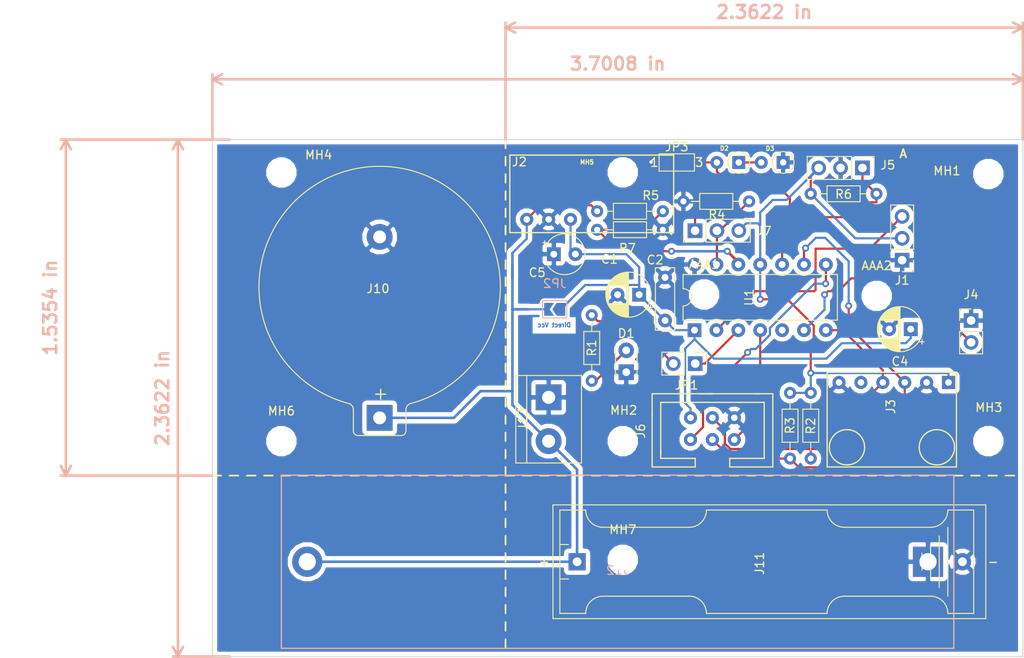
<source format=kicad_pcb>
(kicad_pcb (version 20171130) (host pcbnew "(5.0.0)")

  (general
    (thickness 1.6)
    (drawings 94)
    (tracks 180)
    (zones 0)
    (modules 38)
    (nets 21)
  )

  (page A4)
  (title_block
    (title "TinySensor Board")
    (date 2018-11-11)
    (rev 1.1)
  )

  (layers
    (0 F.Cu signal)
    (31 B.Cu signal)
    (32 B.Adhes user)
    (33 F.Adhes user)
    (34 B.Paste user)
    (35 F.Paste user)
    (36 B.SilkS user)
    (37 F.SilkS user)
    (38 B.Mask user)
    (39 F.Mask user)
    (40 Dwgs.User user)
    (41 Cmts.User user)
    (42 Eco1.User user)
    (43 Eco2.User user)
    (44 Edge.Cuts user)
    (45 Margin user)
    (46 B.CrtYd user)
    (47 F.CrtYd user)
    (48 B.Fab user)
    (49 F.Fab user)
  )

  (setup
    (last_trace_width 0.25)
    (trace_clearance 0.2)
    (zone_clearance 0.508)
    (zone_45_only no)
    (trace_min 0.2)
    (segment_width 0.2)
    (edge_width 0.1)
    (via_size 0.8)
    (via_drill 0.4)
    (via_min_size 0.4)
    (via_min_drill 0.3)
    (uvia_size 0.3)
    (uvia_drill 0.1)
    (uvias_allowed no)
    (uvia_min_size 0.2)
    (uvia_min_drill 0.1)
    (pcb_text_width 0.3)
    (pcb_text_size 1.5 1.5)
    (mod_edge_width 0.15)
    (mod_text_size 1 1)
    (mod_text_width 0.15)
    (pad_size 1.6 1.6)
    (pad_drill 0.8)
    (pad_to_mask_clearance 0)
    (solder_mask_min_width 0.25)
    (aux_axis_origin 0 0)
    (grid_origin 172.92 51.7)
    (visible_elements 7FFDFFFF)
    (pcbplotparams
      (layerselection 0x010fc_ffffffff)
      (usegerberextensions false)
      (usegerberattributes false)
      (usegerberadvancedattributes false)
      (creategerberjobfile true)
      (excludeedgelayer true)
      (linewidth 0.100000)
      (plotframeref false)
      (viasonmask false)
      (mode 1)
      (useauxorigin false)
      (hpglpennumber 1)
      (hpglpenspeed 20)
      (hpglpendiameter 15.000000)
      (psnegative false)
      (psa4output false)
      (plotreference true)
      (plotvalue true)
      (plotinvisibletext false)
      (padsonsilk false)
      (subtractmaskfromsilk false)
      (outputformat 1)
      (mirror false)
      (drillshape 0)
      (scaleselection 1)
      (outputdirectory "C:/Users/aurelien/Desktop/tinySensor/"))
  )

  (net 0 "")
  (net 1 /SCL)
  (net 2 /LED_OUT)
  (net 3 "Net-(U1-Pad5)")
  (net 4 /TX_RADIO)
  (net 5 /SDA)
  (net 6 GND)
  (net 7 "Net-(J3-Pad5)")
  (net 8 +BATT)
  (net 9 "Net-(D1-Pad2)")
  (net 10 /RESET)
  (net 11 /MISO)
  (net 12 /Analog_sensor)
  (net 13 /PWM_OUT)
  (net 14 "Net-(JP1-Pad2)")
  (net 15 VCC)
  (net 16 /SENSOR_VCC)
  (net 17 /Battery_Checker)
  (net 18 "Net-(J7-Pad1)")
  (net 19 "Net-(D2-Pad1)")
  (net 20 /OneWire_and_analog_bias)

  (net_class Default "Ceci est la Netclass par défaut."
    (clearance 0.2)
    (trace_width 0.25)
    (via_dia 0.8)
    (via_drill 0.4)
    (uvia_dia 0.3)
    (uvia_drill 0.1)
    (add_net +BATT)
    (add_net /Analog_sensor)
    (add_net /Battery_Checker)
    (add_net /LED_OUT)
    (add_net /MISO)
    (add_net /OneWire_and_analog_bias)
    (add_net /PWM_OUT)
    (add_net /RESET)
    (add_net /SCL)
    (add_net /SDA)
    (add_net /SENSOR_VCC)
    (add_net /TX_RADIO)
    (add_net GND)
    (add_net "Net-(D1-Pad2)")
    (add_net "Net-(D2-Pad1)")
    (add_net "Net-(J3-Pad5)")
    (add_net "Net-(J7-Pad1)")
    (add_net "Net-(JP1-Pad2)")
    (add_net "Net-(U1-Pad5)")
    (add_net VCC)
  )

  (module Jumper:SolderJumper-3_P1.3mm_Open_Pad1.0x1.5mm_NumberLabels (layer F.Cu) (tedit 5A3F6CCC) (tstamp 5E486414)
    (at 166.86 50.65)
    (descr "SMD Solder Jumper, 1x1.5mm Pads, 0.3mm gap, open, labeled with numbers")
    (tags "solder jumper open")
    (path /5E40E358)
    (attr virtual)
    (fp_text reference JP3 (at 0 -1.8) (layer F.SilkS)
      (effects (font (size 1 1) (thickness 0.15)))
    )
    (fp_text value "Ground ref" (at 0 1.9) (layer F.Fab)
      (effects (font (size 1 1) (thickness 0.15)))
    )
    (fp_line (start 2.3 1.25) (end -2.3 1.25) (layer F.CrtYd) (width 0.05))
    (fp_line (start 2.3 1.25) (end 2.3 -1.25) (layer F.CrtYd) (width 0.05))
    (fp_line (start -2.3 -1.25) (end -2.3 1.25) (layer F.CrtYd) (width 0.05))
    (fp_line (start -2.3 -1.25) (end 2.3 -1.25) (layer F.CrtYd) (width 0.05))
    (fp_line (start -2.05 -1) (end 2.05 -1) (layer F.SilkS) (width 0.12))
    (fp_line (start 2.05 -1) (end 2.05 1) (layer F.SilkS) (width 0.12))
    (fp_line (start 2.05 1) (end -2.05 1) (layer F.SilkS) (width 0.12))
    (fp_line (start -2.05 1) (end -2.05 -1) (layer F.SilkS) (width 0.12))
    (fp_text user 1 (at -2.6 0) (layer F.SilkS)
      (effects (font (size 1 1) (thickness 0.15)))
    )
    (fp_text user 3 (at 2.6 0) (layer F.SilkS)
      (effects (font (size 1 1) (thickness 0.15)))
    )
    (pad 1 smd rect (at -1.3 0) (size 1 1.5) (layers F.Cu F.Mask)
      (net 6 GND))
    (pad 2 smd rect (at 0 0) (size 1 1.5) (layers F.Cu F.Mask)
      (net 18 "Net-(J7-Pad1)"))
    (pad 3 smd rect (at 1.3 0) (size 1 1.5) (layers F.Cu F.Mask)
      (net 20 /OneWire_and_analog_bias))
  )

  (module MountingHole:MountingHole_2.5mm locked (layer F.Cu) (tedit 5E39FBF6) (tstamp 5E49A493)
    (at 190.05 66.136918)
    (descr "Mounting Hole 2.5mm, no annular")
    (tags "mounting hole 2.5mm no annular")
    (path /5BEA80B3)
    (attr virtual)
    (fp_text reference AAA2 (at 0 -3.5) (layer F.SilkS)
      (effects (font (size 1 1) (thickness 0.15)))
    )
    (fp_text value MountingHole (at 0 3.5) (layer F.Fab)
      (effects (font (size 1 1) (thickness 0.15)))
    )
    (fp_text user %R (at 0.3 0) (layer F.Fab)
      (effects (font (size 1 1) (thickness 0.15)))
    )
    (fp_circle (center 0 0) (end 2.5 0) (layer Cmts.User) (width 0.15))
    (fp_circle (center 0 0) (end 2.75 0) (layer F.CrtYd) (width 0.05))
    (pad 1 np_thru_hole circle (at 0 0) (size 2.5 2.5) (drill 2.5) (layers *.Cu *.Mask))
  )

  (module MountingHole:MountingHole_2.5mm locked (layer F.Cu) (tedit 5E39FBFC) (tstamp 5E49A49A)
    (at 170.03 65.976918)
    (descr "Mounting Hole 2.5mm, no annular")
    (tags "mounting hole 2.5mm no annular")
    (path /5BEA80B3)
    (attr virtual)
    (fp_text reference AAA1 (at 0 -3.5) (layer F.SilkS)
      (effects (font (size 1 1) (thickness 0.15)))
    )
    (fp_text value MountingHole (at 0 3.5) (layer F.Fab)
      (effects (font (size 1 1) (thickness 0.15)))
    )
    (fp_text user %R (at 0.3 0) (layer F.Fab)
      (effects (font (size 1 1) (thickness 0.15)))
    )
    (fp_circle (center 0 0) (end 2.5 0) (layer Cmts.User) (width 0.15))
    (fp_circle (center 0 0) (end 2.75 0) (layer F.CrtYd) (width 0.05))
    (pad 1 np_thru_hole circle (at 0 0) (size 2.5 2.5) (drill 2.5) (layers *.Cu *.Mask))
  )

  (module Diode_THT:D_DO-34_SOD68_P2.54mm_Vertical_AnodeUp (layer F.Cu) (tedit 5E39F8A7) (tstamp 5E48D58B)
    (at 179.2 50.65 180)
    (descr "Diode, DO-34_SOD68 series, Axial, Vertical, pin pitch=2.54mm, , length*diameter=3.04*1.6mm^2, , https://www.nxp.com/docs/en/data-sheet/KTY83_SER.pdf")
    (tags "Diode DO-34_SOD68 series Axial Vertical pin pitch 2.54mm  length 3.04mm diameter 1.6mm")
    (path /5E3C0380)
    (fp_text reference D3 (at 1.53 1.61 180) (layer F.SilkS)
      (effects (font (size 0.5 0.5) (thickness 0.125)))
    )
    (fp_text value 1N4001 (at 1.27 3.14466 180) (layer F.Fab)
      (effects (font (size 1 1) (thickness 0.15)))
    )
    (fp_circle (center 0 0) (end 0.8 0) (layer F.Fab) (width 0.1))
    (fp_circle (center 0 0) (end 1.25566 0) (layer F.SilkS) (width 0.12))
    (fp_line (start 0 0) (end 2.54 0) (layer F.Fab) (width 0.1))
    (fp_line (start 1.25566 0) (end 1.49 0) (layer F.SilkS) (width 0.12))
    (fp_line (start -1.05 -1.05) (end -1.05 1.05) (layer F.CrtYd) (width 0.05))
    (fp_line (start -1.05 1.05) (end 3.54 1.05) (layer F.CrtYd) (width 0.05))
    (fp_line (start 3.54 1.05) (end 3.54 -1.05) (layer F.CrtYd) (width 0.05))
    (fp_line (start 3.54 -1.05) (end -1.05 -1.05) (layer F.CrtYd) (width 0.05))
    (fp_text user %R (at 1.27 -2.25566 180) (layer F.Fab)
      (effects (font (size 1 1) (thickness 0.15)))
    )
    (fp_text user A (at -13.9 1.01 180) (layer F.Fab)
      (effects (font (size 1 1) (thickness 0.15)))
    )
    (fp_text user A (at -13.91 1.01 180) (layer F.SilkS)
      (effects (font (size 1 1) (thickness 0.15)))
    )
    (pad 1 thru_hole rect (at 0 0 180) (size 1.5 1.5) (drill 0.75) (layers *.Cu *.Mask)
      (net 6 GND))
    (pad 2 thru_hole oval (at 2.54 0 180) (size 1.5 1.5) (drill 0.75) (layers *.Cu *.Mask)
      (net 19 "Net-(D2-Pad1)"))
    (model ${KISYS3DMOD}/Diode_THT.3dshapes/D_DO-34_SOD68_P2.54mm_Vertical_AnodeUp.wrl
      (at (xyz 0 0 0))
      (scale (xyz 1 1 1))
      (rotate (xyz 0 0 0))
    )
  )

  (module Diode_THT:D_DO-34_SOD68_P2.54mm_Vertical_AnodeUp (layer F.Cu) (tedit 5E39F8A4) (tstamp 5E48D59B)
    (at 174.05 50.66 180)
    (descr "Diode, DO-34_SOD68 series, Axial, Vertical, pin pitch=2.54mm, , length*diameter=3.04*1.6mm^2, , https://www.nxp.com/docs/en/data-sheet/KTY83_SER.pdf")
    (tags "Diode DO-34_SOD68 series Axial Vertical pin pitch 2.54mm  length 3.04mm diameter 1.6mm")
    (path /5E3C022C)
    (fp_text reference D2 (at 1.67 1.64 180) (layer F.SilkS)
      (effects (font (size 0.5 0.5) (thickness 0.125)))
    )
    (fp_text value 1N4001 (at 1.27 3.14466 180) (layer F.Fab)
      (effects (font (size 1 1) (thickness 0.15)))
    )
    (fp_text user A (at -19.1 1.04 180) (layer F.SilkS)
      (effects (font (size 1 1) (thickness 0.15)))
    )
    (fp_text user A (at -19.05 1.02 180) (layer F.Fab)
      (effects (font (size 1 1) (thickness 0.15)))
    )
    (fp_text user %R (at 1.25 -1.92 180) (layer F.Fab)
      (effects (font (size 1 1) (thickness 0.15)))
    )
    (fp_line (start 3.54 -1.05) (end -1.05 -1.05) (layer F.CrtYd) (width 0.05))
    (fp_line (start 3.54 1.05) (end 3.54 -1.05) (layer F.CrtYd) (width 0.05))
    (fp_line (start -1.05 1.05) (end 3.54 1.05) (layer F.CrtYd) (width 0.05))
    (fp_line (start -1.05 -1.05) (end -1.05 1.05) (layer F.CrtYd) (width 0.05))
    (fp_line (start 1.25566 0) (end 1.49 0) (layer F.SilkS) (width 0.12))
    (fp_line (start 0 0) (end 2.54 0) (layer F.Fab) (width 0.1))
    (fp_circle (center 0 0) (end 1.25566 0) (layer F.SilkS) (width 0.12))
    (fp_circle (center 0 0) (end 0.8 0) (layer F.Fab) (width 0.1))
    (pad 2 thru_hole oval (at 2.54 0 180) (size 1.5 1.5) (drill 0.75) (layers *.Cu *.Mask)
      (net 20 /OneWire_and_analog_bias))
    (pad 1 thru_hole rect (at 0 0 180) (size 1.5 1.5) (drill 0.75) (layers *.Cu *.Mask)
      (net 19 "Net-(D2-Pad1)"))
    (model ${KISYS3DMOD}/Diode_THT.3dshapes/D_DO-34_SOD68_P2.54mm_Vertical_AnodeUp.wrl
      (at (xyz 0 0 0))
      (scale (xyz 1 1 1))
      (rotate (xyz 0 0 0))
    )
  )

  (module Resistor_THT:R_Axial_DIN0204_L3.6mm_D1.6mm_P7.62mm_Horizontal (layer F.Cu) (tedit 5AE5139B) (tstamp 5E464244)
    (at 165.244999 56.314999 180)
    (descr "Resistor, Axial_DIN0204 series, Axial, Horizontal, pin pitch=7.62mm, 0.167W, length*diameter=3.6*1.6mm^2, http://cdn-reichelt.de/documents/datenblatt/B400/1_4W%23YAG.pdf")
    (tags "Resistor Axial_DIN0204 series Axial Horizontal pin pitch 7.62mm 0.167W length 3.6mm diameter 1.6mm")
    (path /5E3A7FCC)
    (fp_text reference R5 (at 1.394999 1.824999 180) (layer F.SilkS)
      (effects (font (size 1 1) (thickness 0.15)))
    )
    (fp_text value 1k (at 3.81 1.92 180) (layer F.Fab)
      (effects (font (size 1 1) (thickness 0.15)))
    )
    (fp_text user %R (at 3.81 0 180) (layer F.Fab)
      (effects (font (size 0.72 0.72) (thickness 0.108)))
    )
    (fp_line (start 8.57 -1.05) (end -0.95 -1.05) (layer F.CrtYd) (width 0.05))
    (fp_line (start 8.57 1.05) (end 8.57 -1.05) (layer F.CrtYd) (width 0.05))
    (fp_line (start -0.95 1.05) (end 8.57 1.05) (layer F.CrtYd) (width 0.05))
    (fp_line (start -0.95 -1.05) (end -0.95 1.05) (layer F.CrtYd) (width 0.05))
    (fp_line (start 6.68 0) (end 5.73 0) (layer F.SilkS) (width 0.12))
    (fp_line (start 0.94 0) (end 1.89 0) (layer F.SilkS) (width 0.12))
    (fp_line (start 5.73 -0.92) (end 1.89 -0.92) (layer F.SilkS) (width 0.12))
    (fp_line (start 5.73 0.92) (end 5.73 -0.92) (layer F.SilkS) (width 0.12))
    (fp_line (start 1.89 0.92) (end 5.73 0.92) (layer F.SilkS) (width 0.12))
    (fp_line (start 1.89 -0.92) (end 1.89 0.92) (layer F.SilkS) (width 0.12))
    (fp_line (start 7.62 0) (end 5.61 0) (layer F.Fab) (width 0.1))
    (fp_line (start 0 0) (end 2.01 0) (layer F.Fab) (width 0.1))
    (fp_line (start 5.61 -0.8) (end 2.01 -0.8) (layer F.Fab) (width 0.1))
    (fp_line (start 5.61 0.8) (end 5.61 -0.8) (layer F.Fab) (width 0.1))
    (fp_line (start 2.01 0.8) (end 5.61 0.8) (layer F.Fab) (width 0.1))
    (fp_line (start 2.01 -0.8) (end 2.01 0.8) (layer F.Fab) (width 0.1))
    (pad 2 thru_hole oval (at 7.62 0 180) (size 1.4 1.4) (drill 0.7) (layers *.Cu *.Mask)
      (net 8 +BATT))
    (pad 1 thru_hole circle (at 0 0 180) (size 1.4 1.4) (drill 0.7) (layers *.Cu *.Mask)
      (net 17 /Battery_Checker))
    (model ${KISYS3DMOD}/Resistor_THT.3dshapes/R_Axial_DIN0204_L3.6mm_D1.6mm_P7.62mm_Horizontal.wrl
      (at (xyz 0 0 0))
      (scale (xyz 1 1 1))
      (rotate (xyz 0 0 0))
    )
  )

  (module Resistor_THT:R_Axial_DIN0204_L3.6mm_D1.6mm_P7.62mm_Horizontal (layer F.Cu) (tedit 5AE5139B) (tstamp 5E464201)
    (at 165.244999 58.464999 180)
    (descr "Resistor, Axial_DIN0204 series, Axial, Horizontal, pin pitch=7.62mm, 0.167W, length*diameter=3.6*1.6mm^2, http://cdn-reichelt.de/documents/datenblatt/B400/1_4W%23YAG.pdf")
    (tags "Resistor Axial_DIN0204 series Axial Horizontal pin pitch 7.62mm 0.167W length 3.6mm diameter 1.6mm")
    (path /5E3AA675)
    (fp_text reference R7 (at 4.104999 -2.135001 180) (layer F.SilkS)
      (effects (font (size 1 1) (thickness 0.15)))
    )
    (fp_text value 1k (at 3.81 1.92 180) (layer F.Fab)
      (effects (font (size 1 1) (thickness 0.15)))
    )
    (fp_line (start 2.01 -0.8) (end 2.01 0.8) (layer F.Fab) (width 0.1))
    (fp_line (start 2.01 0.8) (end 5.61 0.8) (layer F.Fab) (width 0.1))
    (fp_line (start 5.61 0.8) (end 5.61 -0.8) (layer F.Fab) (width 0.1))
    (fp_line (start 5.61 -0.8) (end 2.01 -0.8) (layer F.Fab) (width 0.1))
    (fp_line (start 0 0) (end 2.01 0) (layer F.Fab) (width 0.1))
    (fp_line (start 7.62 0) (end 5.61 0) (layer F.Fab) (width 0.1))
    (fp_line (start 1.89 -0.92) (end 1.89 0.92) (layer F.SilkS) (width 0.12))
    (fp_line (start 1.89 0.92) (end 5.73 0.92) (layer F.SilkS) (width 0.12))
    (fp_line (start 5.73 0.92) (end 5.73 -0.92) (layer F.SilkS) (width 0.12))
    (fp_line (start 5.73 -0.92) (end 1.89 -0.92) (layer F.SilkS) (width 0.12))
    (fp_line (start 0.94 0) (end 1.89 0) (layer F.SilkS) (width 0.12))
    (fp_line (start 6.68 0) (end 5.73 0) (layer F.SilkS) (width 0.12))
    (fp_line (start -0.95 -1.05) (end -0.95 1.05) (layer F.CrtYd) (width 0.05))
    (fp_line (start -0.95 1.05) (end 8.57 1.05) (layer F.CrtYd) (width 0.05))
    (fp_line (start 8.57 1.05) (end 8.57 -1.05) (layer F.CrtYd) (width 0.05))
    (fp_line (start 8.57 -1.05) (end -0.95 -1.05) (layer F.CrtYd) (width 0.05))
    (fp_text user %R (at 3.81 0 180) (layer F.Fab)
      (effects (font (size 0.72 0.72) (thickness 0.108)))
    )
    (pad 1 thru_hole circle (at 0 0 180) (size 1.4 1.4) (drill 0.7) (layers *.Cu *.Mask)
      (net 6 GND))
    (pad 2 thru_hole oval (at 7.62 0 180) (size 1.4 1.4) (drill 0.7) (layers *.Cu *.Mask)
      (net 17 /Battery_Checker))
    (model ${KISYS3DMOD}/Resistor_THT.3dshapes/R_Axial_DIN0204_L3.6mm_D1.6mm_P7.62mm_Horizontal.wrl
      (at (xyz 0 0 0))
      (scale (xyz 1 1 1))
      (rotate (xyz 0 0 0))
    )
  )

  (module Connector_PinHeader_2.54mm:PinHeader_1x02_P2.54mm_Vertical (layer F.Cu) (tedit 59FED5CC) (tstamp 5E1CF739)
    (at 201 69)
    (descr "Through hole straight pin header, 1x02, 2.54mm pitch, single row")
    (tags "Through hole pin header THT 1x02 2.54mm single row")
    (path /5E0CE887)
    (fp_text reference J4 (at 0 -3) (layer F.SilkS)
      (effects (font (size 1 1) (thickness 0.15)))
    )
    (fp_text value "PWM out" (at 0 4.87) (layer F.Fab)
      (effects (font (size 1 1) (thickness 0.15)))
    )
    (fp_line (start -0.635 -1.27) (end 1.27 -1.27) (layer F.Fab) (width 0.1))
    (fp_line (start 1.27 -1.27) (end 1.27 3.81) (layer F.Fab) (width 0.1))
    (fp_line (start 1.27 3.81) (end -1.27 3.81) (layer F.Fab) (width 0.1))
    (fp_line (start -1.27 3.81) (end -1.27 -0.635) (layer F.Fab) (width 0.1))
    (fp_line (start -1.27 -0.635) (end -0.635 -1.27) (layer F.Fab) (width 0.1))
    (fp_line (start -1.33 3.87) (end 1.33 3.87) (layer F.SilkS) (width 0.12))
    (fp_line (start -1.33 1.27) (end -1.33 3.87) (layer F.SilkS) (width 0.12))
    (fp_line (start 1.33 1.27) (end 1.33 3.87) (layer F.SilkS) (width 0.12))
    (fp_line (start -1.33 1.27) (end 1.33 1.27) (layer F.SilkS) (width 0.12))
    (fp_line (start -1.33 0) (end -1.33 -1.33) (layer F.SilkS) (width 0.12))
    (fp_line (start -1.33 -1.33) (end 0 -1.33) (layer F.SilkS) (width 0.12))
    (fp_line (start -1.8 -1.8) (end -1.8 4.35) (layer F.CrtYd) (width 0.05))
    (fp_line (start -1.8 4.35) (end 1.8 4.35) (layer F.CrtYd) (width 0.05))
    (fp_line (start 1.8 4.35) (end 1.8 -1.8) (layer F.CrtYd) (width 0.05))
    (fp_line (start 1.8 -1.8) (end -1.8 -1.8) (layer F.CrtYd) (width 0.05))
    (fp_text user %R (at 0 1.27 90) (layer F.Fab)
      (effects (font (size 1 1) (thickness 0.15)))
    )
    (pad 1 thru_hole rect (at 0 0) (size 1.7 1.7) (drill 1) (layers *.Cu *.Mask)
      (net 6 GND))
    (pad 2 thru_hole oval (at 0 2.54) (size 1.7 1.7) (drill 1) (layers *.Cu *.Mask)
      (net 13 /PWM_OUT))
    (model ${KISYS3DMOD}/Connector_PinHeader_2.54mm.3dshapes/PinHeader_1x02_P2.54mm_Vertical.wrl
      (at (xyz 0 0 0))
      (scale (xyz 1 1 1))
      (rotate (xyz 0 0 0))
    )
  )

  (module LED_THT:LED_D1.8mm_W3.3mm_H2.4mm (layer F.Cu) (tedit 5880A862) (tstamp 5BF39624)
    (at 161 75 90)
    (descr "LED, Round,  Rectangular size 3.3x2.4mm^2 diameter 1.8mm, 2 pins")
    (tags "LED Round  Rectangular size 3.3x2.4mm^2 diameter 1.8mm 2 pins")
    (path /5BCB9383)
    (fp_text reference D1 (at 4.5 0 180) (layer F.SilkS)
      (effects (font (size 1 1) (thickness 0.15)))
    )
    (fp_text value LED (at 1.27 2.26 90) (layer F.Fab)
      (effects (font (size 1 1) (thickness 0.15)))
    )
    (fp_line (start 3.7 -1.55) (end -1.15 -1.55) (layer F.CrtYd) (width 0.05))
    (fp_line (start 3.7 1.55) (end 3.7 -1.55) (layer F.CrtYd) (width 0.05))
    (fp_line (start -1.15 1.55) (end 3.7 1.55) (layer F.CrtYd) (width 0.05))
    (fp_line (start -1.15 -1.55) (end -1.15 1.55) (layer F.CrtYd) (width 0.05))
    (fp_line (start -0.2 1.08) (end -0.2 1.26) (layer F.SilkS) (width 0.12))
    (fp_line (start -0.2 -1.26) (end -0.2 -1.08) (layer F.SilkS) (width 0.12))
    (fp_line (start -0.32 1.08) (end -0.32 1.26) (layer F.SilkS) (width 0.12))
    (fp_line (start -0.32 -1.26) (end -0.32 -1.08) (layer F.SilkS) (width 0.12))
    (fp_line (start 2.98 1.095) (end 2.98 1.26) (layer F.SilkS) (width 0.12))
    (fp_line (start 2.98 -1.26) (end 2.98 -1.095) (layer F.SilkS) (width 0.12))
    (fp_line (start -0.44 1.08) (end -0.44 1.26) (layer F.SilkS) (width 0.12))
    (fp_line (start -0.44 -1.26) (end -0.44 -1.08) (layer F.SilkS) (width 0.12))
    (fp_line (start -0.44 1.26) (end 2.98 1.26) (layer F.SilkS) (width 0.12))
    (fp_line (start -0.44 -1.26) (end 2.98 -1.26) (layer F.SilkS) (width 0.12))
    (fp_line (start 2.92 -1.2) (end -0.38 -1.2) (layer F.Fab) (width 0.1))
    (fp_line (start 2.92 1.2) (end 2.92 -1.2) (layer F.Fab) (width 0.1))
    (fp_line (start -0.38 1.2) (end 2.92 1.2) (layer F.Fab) (width 0.1))
    (fp_line (start -0.38 -1.2) (end -0.38 1.2) (layer F.Fab) (width 0.1))
    (fp_circle (center 1.27 0) (end 2.17 0) (layer F.Fab) (width 0.1))
    (pad 2 thru_hole circle (at 2.54 0 90) (size 1.8 1.8) (drill 0.9) (layers *.Cu *.Mask)
      (net 9 "Net-(D1-Pad2)"))
    (pad 1 thru_hole rect (at 0 0 90) (size 1.8 1.8) (drill 0.9) (layers *.Cu *.Mask)
      (net 6 GND))
    (model ${KISYS3DMOD}/LED_THT.3dshapes/LED_D1.8mm_W3.3mm_H2.4mm.wrl
      (at (xyz 0 0 0))
      (scale (xyz 1 1 1))
      (rotate (xyz 0 0 0))
    )
  )

  (module Capacitor_THT:C_Rect_L7.0mm_W2.0mm_P5.00mm (layer F.Cu) (tedit 5AE50EF0) (tstamp 5C02325B)
    (at 165.5 64 270)
    (descr "C, Rect series, Radial, pin pitch=5.00mm, , length*width=7*2mm^2, Capacitor")
    (tags "C Rect series Radial pin pitch 5.00mm  length 7mm width 2mm Capacitor")
    (path /5BEB17B5)
    (fp_text reference C2 (at -2.03 1.15) (layer F.SilkS)
      (effects (font (size 1 1) (thickness 0.15)))
    )
    (fp_text value 100n (at 2.5 2.25 270) (layer F.Fab)
      (effects (font (size 1 1) (thickness 0.15)))
    )
    (fp_line (start -1 -1) (end -1 1) (layer F.Fab) (width 0.1))
    (fp_line (start -1 1) (end 6 1) (layer F.Fab) (width 0.1))
    (fp_line (start 6 1) (end 6 -1) (layer F.Fab) (width 0.1))
    (fp_line (start 6 -1) (end -1 -1) (layer F.Fab) (width 0.1))
    (fp_line (start -1.12 -1.12) (end 6.12 -1.12) (layer F.SilkS) (width 0.12))
    (fp_line (start -1.12 1.12) (end 6.12 1.12) (layer F.SilkS) (width 0.12))
    (fp_line (start -1.12 -1.12) (end -1.12 1.12) (layer F.SilkS) (width 0.12))
    (fp_line (start 6.12 -1.12) (end 6.12 1.12) (layer F.SilkS) (width 0.12))
    (fp_line (start -1.25 -1.25) (end -1.25 1.25) (layer F.CrtYd) (width 0.05))
    (fp_line (start -1.25 1.25) (end 6.25 1.25) (layer F.CrtYd) (width 0.05))
    (fp_line (start 6.25 1.25) (end 6.25 -1.25) (layer F.CrtYd) (width 0.05))
    (fp_line (start 6.25 -1.25) (end -1.25 -1.25) (layer F.CrtYd) (width 0.05))
    (fp_text user %R (at 2.5 0 270) (layer F.Fab)
      (effects (font (size 1 1) (thickness 0.15)))
    )
    (pad 1 thru_hole circle (at 0 0 270) (size 1.6 1.6) (drill 0.8) (layers *.Cu *.Mask)
      (net 6 GND))
    (pad 2 thru_hole circle (at 5 0 270) (size 1.6 1.6) (drill 0.8) (layers *.Cu *.Mask)
      (net 15 VCC))
    (model ${KISYS3DMOD}/Capacitor_THT.3dshapes/C_Rect_L7.0mm_W2.0mm_P5.00mm.wrl
      (at (xyz 0 0 0))
      (scale (xyz 1 1 1))
      (rotate (xyz 0 0 0))
    )
  )

  (module Capacitor_THT:CP_Radial_D5.0mm_P2.50mm (layer F.Cu) (tedit 5AE50EF0) (tstamp 5E4B203C)
    (at 194 70 180)
    (descr "CP, Radial series, Radial, pin pitch=2.50mm, , diameter=5mm, Electrolytic Capacitor")
    (tags "CP Radial series Radial pin pitch 2.50mm  diameter 5mm Electrolytic Capacitor")
    (path /5E0B7120)
    (fp_text reference C4 (at 1.25 -3.75 180) (layer F.SilkS)
      (effects (font (size 1 1) (thickness 0.15)))
    )
    (fp_text value 10u (at 1.25 3.75 180) (layer F.Fab)
      (effects (font (size 1 1) (thickness 0.15)))
    )
    (fp_circle (center 1.25 0) (end 3.75 0) (layer F.Fab) (width 0.1))
    (fp_circle (center 1.25 0) (end 3.87 0) (layer F.SilkS) (width 0.12))
    (fp_circle (center 1.25 0) (end 4 0) (layer F.CrtYd) (width 0.05))
    (fp_line (start -0.883605 -1.0875) (end -0.383605 -1.0875) (layer F.Fab) (width 0.1))
    (fp_line (start -0.633605 -1.3375) (end -0.633605 -0.8375) (layer F.Fab) (width 0.1))
    (fp_line (start 1.25 -2.58) (end 1.25 2.58) (layer F.SilkS) (width 0.12))
    (fp_line (start 1.29 -2.58) (end 1.29 2.58) (layer F.SilkS) (width 0.12))
    (fp_line (start 1.33 -2.579) (end 1.33 2.579) (layer F.SilkS) (width 0.12))
    (fp_line (start 1.37 -2.578) (end 1.37 2.578) (layer F.SilkS) (width 0.12))
    (fp_line (start 1.41 -2.576) (end 1.41 2.576) (layer F.SilkS) (width 0.12))
    (fp_line (start 1.45 -2.573) (end 1.45 2.573) (layer F.SilkS) (width 0.12))
    (fp_line (start 1.49 -2.569) (end 1.49 -1.04) (layer F.SilkS) (width 0.12))
    (fp_line (start 1.49 1.04) (end 1.49 2.569) (layer F.SilkS) (width 0.12))
    (fp_line (start 1.53 -2.565) (end 1.53 -1.04) (layer F.SilkS) (width 0.12))
    (fp_line (start 1.53 1.04) (end 1.53 2.565) (layer F.SilkS) (width 0.12))
    (fp_line (start 1.57 -2.561) (end 1.57 -1.04) (layer F.SilkS) (width 0.12))
    (fp_line (start 1.57 1.04) (end 1.57 2.561) (layer F.SilkS) (width 0.12))
    (fp_line (start 1.61 -2.556) (end 1.61 -1.04) (layer F.SilkS) (width 0.12))
    (fp_line (start 1.61 1.04) (end 1.61 2.556) (layer F.SilkS) (width 0.12))
    (fp_line (start 1.65 -2.55) (end 1.65 -1.04) (layer F.SilkS) (width 0.12))
    (fp_line (start 1.65 1.04) (end 1.65 2.55) (layer F.SilkS) (width 0.12))
    (fp_line (start 1.69 -2.543) (end 1.69 -1.04) (layer F.SilkS) (width 0.12))
    (fp_line (start 1.69 1.04) (end 1.69 2.543) (layer F.SilkS) (width 0.12))
    (fp_line (start 1.73 -2.536) (end 1.73 -1.04) (layer F.SilkS) (width 0.12))
    (fp_line (start 1.73 1.04) (end 1.73 2.536) (layer F.SilkS) (width 0.12))
    (fp_line (start 1.77 -2.528) (end 1.77 -1.04) (layer F.SilkS) (width 0.12))
    (fp_line (start 1.77 1.04) (end 1.77 2.528) (layer F.SilkS) (width 0.12))
    (fp_line (start 1.81 -2.52) (end 1.81 -1.04) (layer F.SilkS) (width 0.12))
    (fp_line (start 1.81 1.04) (end 1.81 2.52) (layer F.SilkS) (width 0.12))
    (fp_line (start 1.85 -2.511) (end 1.85 -1.04) (layer F.SilkS) (width 0.12))
    (fp_line (start 1.85 1.04) (end 1.85 2.511) (layer F.SilkS) (width 0.12))
    (fp_line (start 1.89 -2.501) (end 1.89 -1.04) (layer F.SilkS) (width 0.12))
    (fp_line (start 1.89 1.04) (end 1.89 2.501) (layer F.SilkS) (width 0.12))
    (fp_line (start 1.93 -2.491) (end 1.93 -1.04) (layer F.SilkS) (width 0.12))
    (fp_line (start 1.93 1.04) (end 1.93 2.491) (layer F.SilkS) (width 0.12))
    (fp_line (start 1.971 -2.48) (end 1.971 -1.04) (layer F.SilkS) (width 0.12))
    (fp_line (start 1.971 1.04) (end 1.971 2.48) (layer F.SilkS) (width 0.12))
    (fp_line (start 2.011 -2.468) (end 2.011 -1.04) (layer F.SilkS) (width 0.12))
    (fp_line (start 2.011 1.04) (end 2.011 2.468) (layer F.SilkS) (width 0.12))
    (fp_line (start 2.051 -2.455) (end 2.051 -1.04) (layer F.SilkS) (width 0.12))
    (fp_line (start 2.051 1.04) (end 2.051 2.455) (layer F.SilkS) (width 0.12))
    (fp_line (start 2.091 -2.442) (end 2.091 -1.04) (layer F.SilkS) (width 0.12))
    (fp_line (start 2.091 1.04) (end 2.091 2.442) (layer F.SilkS) (width 0.12))
    (fp_line (start 2.131 -2.428) (end 2.131 -1.04) (layer F.SilkS) (width 0.12))
    (fp_line (start 2.131 1.04) (end 2.131 2.428) (layer F.SilkS) (width 0.12))
    (fp_line (start 2.171 -2.414) (end 2.171 -1.04) (layer F.SilkS) (width 0.12))
    (fp_line (start 2.171 1.04) (end 2.171 2.414) (layer F.SilkS) (width 0.12))
    (fp_line (start 2.211 -2.398) (end 2.211 -1.04) (layer F.SilkS) (width 0.12))
    (fp_line (start 2.211 1.04) (end 2.211 2.398) (layer F.SilkS) (width 0.12))
    (fp_line (start 2.251 -2.382) (end 2.251 -1.04) (layer F.SilkS) (width 0.12))
    (fp_line (start 2.251 1.04) (end 2.251 2.382) (layer F.SilkS) (width 0.12))
    (fp_line (start 2.291 -2.365) (end 2.291 -1.04) (layer F.SilkS) (width 0.12))
    (fp_line (start 2.291 1.04) (end 2.291 2.365) (layer F.SilkS) (width 0.12))
    (fp_line (start 2.331 -2.348) (end 2.331 -1.04) (layer F.SilkS) (width 0.12))
    (fp_line (start 2.331 1.04) (end 2.331 2.348) (layer F.SilkS) (width 0.12))
    (fp_line (start 2.371 -2.329) (end 2.371 -1.04) (layer F.SilkS) (width 0.12))
    (fp_line (start 2.371 1.04) (end 2.371 2.329) (layer F.SilkS) (width 0.12))
    (fp_line (start 2.411 -2.31) (end 2.411 -1.04) (layer F.SilkS) (width 0.12))
    (fp_line (start 2.411 1.04) (end 2.411 2.31) (layer F.SilkS) (width 0.12))
    (fp_line (start 2.451 -2.29) (end 2.451 -1.04) (layer F.SilkS) (width 0.12))
    (fp_line (start 2.451 1.04) (end 2.451 2.29) (layer F.SilkS) (width 0.12))
    (fp_line (start 2.491 -2.268) (end 2.491 -1.04) (layer F.SilkS) (width 0.12))
    (fp_line (start 2.491 1.04) (end 2.491 2.268) (layer F.SilkS) (width 0.12))
    (fp_line (start 2.531 -2.247) (end 2.531 -1.04) (layer F.SilkS) (width 0.12))
    (fp_line (start 2.531 1.04) (end 2.531 2.247) (layer F.SilkS) (width 0.12))
    (fp_line (start 2.571 -2.224) (end 2.571 -1.04) (layer F.SilkS) (width 0.12))
    (fp_line (start 2.571 1.04) (end 2.571 2.224) (layer F.SilkS) (width 0.12))
    (fp_line (start 2.611 -2.2) (end 2.611 -1.04) (layer F.SilkS) (width 0.12))
    (fp_line (start 2.611 1.04) (end 2.611 2.2) (layer F.SilkS) (width 0.12))
    (fp_line (start 2.651 -2.175) (end 2.651 -1.04) (layer F.SilkS) (width 0.12))
    (fp_line (start 2.651 1.04) (end 2.651 2.175) (layer F.SilkS) (width 0.12))
    (fp_line (start 2.691 -2.149) (end 2.691 -1.04) (layer F.SilkS) (width 0.12))
    (fp_line (start 2.691 1.04) (end 2.691 2.149) (layer F.SilkS) (width 0.12))
    (fp_line (start 2.731 -2.122) (end 2.731 -1.04) (layer F.SilkS) (width 0.12))
    (fp_line (start 2.731 1.04) (end 2.731 2.122) (layer F.SilkS) (width 0.12))
    (fp_line (start 2.771 -2.095) (end 2.771 -1.04) (layer F.SilkS) (width 0.12))
    (fp_line (start 2.771 1.04) (end 2.771 2.095) (layer F.SilkS) (width 0.12))
    (fp_line (start 2.811 -2.065) (end 2.811 -1.04) (layer F.SilkS) (width 0.12))
    (fp_line (start 2.811 1.04) (end 2.811 2.065) (layer F.SilkS) (width 0.12))
    (fp_line (start 2.851 -2.035) (end 2.851 -1.04) (layer F.SilkS) (width 0.12))
    (fp_line (start 2.851 1.04) (end 2.851 2.035) (layer F.SilkS) (width 0.12))
    (fp_line (start 2.891 -2.004) (end 2.891 -1.04) (layer F.SilkS) (width 0.12))
    (fp_line (start 2.891 1.04) (end 2.891 2.004) (layer F.SilkS) (width 0.12))
    (fp_line (start 2.931 -1.971) (end 2.931 -1.04) (layer F.SilkS) (width 0.12))
    (fp_line (start 2.931 1.04) (end 2.931 1.971) (layer F.SilkS) (width 0.12))
    (fp_line (start 2.971 -1.937) (end 2.971 -1.04) (layer F.SilkS) (width 0.12))
    (fp_line (start 2.971 1.04) (end 2.971 1.937) (layer F.SilkS) (width 0.12))
    (fp_line (start 3.011 -1.901) (end 3.011 -1.04) (layer F.SilkS) (width 0.12))
    (fp_line (start 3.011 1.04) (end 3.011 1.901) (layer F.SilkS) (width 0.12))
    (fp_line (start 3.051 -1.864) (end 3.051 -1.04) (layer F.SilkS) (width 0.12))
    (fp_line (start 3.051 1.04) (end 3.051 1.864) (layer F.SilkS) (width 0.12))
    (fp_line (start 3.091 -1.826) (end 3.091 -1.04) (layer F.SilkS) (width 0.12))
    (fp_line (start 3.091 1.04) (end 3.091 1.826) (layer F.SilkS) (width 0.12))
    (fp_line (start 3.131 -1.785) (end 3.131 -1.04) (layer F.SilkS) (width 0.12))
    (fp_line (start 3.131 1.04) (end 3.131 1.785) (layer F.SilkS) (width 0.12))
    (fp_line (start 3.171 -1.743) (end 3.171 -1.04) (layer F.SilkS) (width 0.12))
    (fp_line (start 3.171 1.04) (end 3.171 1.743) (layer F.SilkS) (width 0.12))
    (fp_line (start 3.211 -1.699) (end 3.211 -1.04) (layer F.SilkS) (width 0.12))
    (fp_line (start 3.211 1.04) (end 3.211 1.699) (layer F.SilkS) (width 0.12))
    (fp_line (start 3.251 -1.653) (end 3.251 -1.04) (layer F.SilkS) (width 0.12))
    (fp_line (start 3.251 1.04) (end 3.251 1.653) (layer F.SilkS) (width 0.12))
    (fp_line (start 3.291 -1.605) (end 3.291 -1.04) (layer F.SilkS) (width 0.12))
    (fp_line (start 3.291 1.04) (end 3.291 1.605) (layer F.SilkS) (width 0.12))
    (fp_line (start 3.331 -1.554) (end 3.331 -1.04) (layer F.SilkS) (width 0.12))
    (fp_line (start 3.331 1.04) (end 3.331 1.554) (layer F.SilkS) (width 0.12))
    (fp_line (start 3.371 -1.5) (end 3.371 -1.04) (layer F.SilkS) (width 0.12))
    (fp_line (start 3.371 1.04) (end 3.371 1.5) (layer F.SilkS) (width 0.12))
    (fp_line (start 3.411 -1.443) (end 3.411 -1.04) (layer F.SilkS) (width 0.12))
    (fp_line (start 3.411 1.04) (end 3.411 1.443) (layer F.SilkS) (width 0.12))
    (fp_line (start 3.451 -1.383) (end 3.451 -1.04) (layer F.SilkS) (width 0.12))
    (fp_line (start 3.451 1.04) (end 3.451 1.383) (layer F.SilkS) (width 0.12))
    (fp_line (start 3.491 -1.319) (end 3.491 -1.04) (layer F.SilkS) (width 0.12))
    (fp_line (start 3.491 1.04) (end 3.491 1.319) (layer F.SilkS) (width 0.12))
    (fp_line (start 3.531 -1.251) (end 3.531 -1.04) (layer F.SilkS) (width 0.12))
    (fp_line (start 3.531 1.04) (end 3.531 1.251) (layer F.SilkS) (width 0.12))
    (fp_line (start 3.571 -1.178) (end 3.571 1.178) (layer F.SilkS) (width 0.12))
    (fp_line (start 3.611 -1.098) (end 3.611 1.098) (layer F.SilkS) (width 0.12))
    (fp_line (start 3.651 -1.011) (end 3.651 1.011) (layer F.SilkS) (width 0.12))
    (fp_line (start 3.691 -0.915) (end 3.691 0.915) (layer F.SilkS) (width 0.12))
    (fp_line (start 3.731 -0.805) (end 3.731 0.805) (layer F.SilkS) (width 0.12))
    (fp_line (start 3.771 -0.677) (end 3.771 0.677) (layer F.SilkS) (width 0.12))
    (fp_line (start 3.811 -0.518) (end 3.811 0.518) (layer F.SilkS) (width 0.12))
    (fp_line (start 3.851 -0.284) (end 3.851 0.284) (layer F.SilkS) (width 0.12))
    (fp_line (start -1.554775 -1.475) (end -1.054775 -1.475) (layer F.SilkS) (width 0.12))
    (fp_line (start -1.304775 -1.725) (end -1.304775 -1.225) (layer F.SilkS) (width 0.12))
    (fp_text user %R (at 1.25 0 180) (layer F.Fab)
      (effects (font (size 1 1) (thickness 0.15)))
    )
    (pad 1 thru_hole rect (at 0 0 180) (size 1.6 1.6) (drill 0.8) (layers *.Cu *.Mask)
      (net 15 VCC))
    (pad 2 thru_hole circle (at 2.5 0 180) (size 1.6 1.6) (drill 0.8) (layers *.Cu *.Mask)
      (net 6 GND))
    (model ${KISYS3DMOD}/Capacitor_THT.3dshapes/CP_Radial_D5.0mm_P2.50mm.wrl
      (at (xyz 0 0 0))
      (scale (xyz 1 1 1))
      (rotate (xyz 0 0 0))
    )
  )

  (module "TinySensor lib:DC-DC_0.9v-3.3v_to_3.3v" (layer F.Cu) (tedit 5BF0A7D7) (tstamp 5E173246)
    (at 147.5 58.8)
    (path /5BCCF337)
    (fp_text reference J2 (at 1.11 -8.21) (layer F.SilkS)
      (effects (font (size 1 1) (thickness 0.15)))
    )
    (fp_text value "DCDC converter" (at 10 1) (layer F.Fab)
      (effects (font (size 1 1) (thickness 0.15)))
    )
    (fp_line (start 19 -9) (end 19 0) (layer F.SilkS) (width 0.15))
    (fp_line (start 0 -9) (end 19 -9) (layer F.SilkS) (width 0.15))
    (fp_line (start 0 0) (end 0 -9) (layer F.SilkS) (width 0.15))
    (fp_line (start 19 0) (end 0 0) (layer F.SilkS) (width 0.15))
    (pad 3 thru_hole circle (at 7.04 -1.54) (size 1.524 1.524) (drill 0.762) (layers *.Cu *.Mask)
      (net 15 VCC))
    (pad 2 thru_hole circle (at 4.5 -1.54) (size 1.524 1.524) (drill 0.762) (layers *.Cu *.Mask)
      (net 6 GND))
    (pad 1 thru_hole circle (at 1.96 -1.54) (size 1.524 1.524) (drill 0.762) (layers *.Cu *.Mask)
      (net 8 +BATT))
  )

  (module TerminalBlock:TerminalBlock_bornier-2_P5.08mm (layer F.Cu) (tedit 5BDAEFEE) (tstamp 5BEE3ABB)
    (at 152 77.92 270)
    (descr "simple 2-pin terminal block, pitch 5.08mm, revamped version of bornier2")
    (tags "terminal block bornier2")
    (path /5BD4A406)
    (fp_text reference J13 (at 2.54 3 270) (layer F.SilkS)
      (effects (font (size 1 1) (thickness 0.15)))
    )
    (fp_text value "RAW IN" (at 2.54 5.08 270) (layer F.Fab)
      (effects (font (size 1 1) (thickness 0.15)))
    )
    (fp_text user %R (at 2.54 0 270) (layer F.Fab)
      (effects (font (size 1 1) (thickness 0.15)))
    )
    (fp_line (start -2.41 2.55) (end 7.49 2.55) (layer F.Fab) (width 0.1))
    (fp_line (start -2.46 -3.75) (end -2.46 3.75) (layer F.Fab) (width 0.1))
    (fp_line (start -2.46 3.75) (end 7.54 3.75) (layer F.Fab) (width 0.1))
    (fp_line (start 7.54 3.75) (end 7.54 -3.75) (layer F.Fab) (width 0.1))
    (fp_line (start 7.54 -3.75) (end -2.46 -3.75) (layer F.Fab) (width 0.1))
    (fp_line (start 7.62 2.54) (end -2.54 2.54) (layer F.SilkS) (width 0.12))
    (fp_line (start 7.62 3.81) (end 7.62 -3.81) (layer F.SilkS) (width 0.12))
    (fp_line (start 7.62 -3.81) (end -2.54 -3.81) (layer F.SilkS) (width 0.12))
    (fp_line (start -2.54 -3.81) (end -2.54 3.81) (layer F.SilkS) (width 0.12))
    (fp_line (start -2.54 3.81) (end 7.62 3.81) (layer F.SilkS) (width 0.12))
    (fp_line (start -2.71 -4) (end 7.79 -4) (layer F.CrtYd) (width 0.05))
    (fp_line (start -2.71 -4) (end -2.71 4) (layer F.CrtYd) (width 0.05))
    (fp_line (start 7.79 4) (end 7.79 -4) (layer F.CrtYd) (width 0.05))
    (fp_line (start 7.79 4) (end -2.71 4) (layer F.CrtYd) (width 0.05))
    (pad 1 thru_hole rect (at 0 0 270) (size 3 3) (drill 1.52) (layers *.Cu *.Mask)
      (net 6 GND))
    (pad 2 thru_hole circle (at 5.08 0 270) (size 3 3) (drill 1.52) (layers *.Cu *.Mask)
      (net 8 +BATT))
    (model ${KISYS3DMOD}/TerminalBlock.3dshapes/TerminalBlock_bornier-2_P5.08mm.wrl
      (offset (xyz 2.539999961853027 0 0))
      (scale (xyz 1 1 1))
      (rotate (xyz 0 0 0))
    )
  )

  (module Connector_PinHeader_2.54mm:PinHeader_1x03_P2.54mm_Vertical (layer F.Cu) (tedit 59FED5CC) (tstamp 5BECD611)
    (at 193 62 180)
    (descr "Through hole straight pin header, 1x03, 2.54mm pitch, single row")
    (tags "Through hole pin header THT 1x03 2.54mm single row")
    (path /5BCBC5C9)
    (fp_text reference J1 (at 0 -2.33 180) (layer F.SilkS)
      (effects (font (size 1 1) (thickness 0.15)))
    )
    (fp_text value RADIO (at 0 7.41 180) (layer F.Fab)
      (effects (font (size 1 1) (thickness 0.15)))
    )
    (fp_text user %R (at 0 2.54 270) (layer F.Fab)
      (effects (font (size 1 1) (thickness 0.15)))
    )
    (fp_line (start 1.8 -1.8) (end -1.8 -1.8) (layer F.CrtYd) (width 0.05))
    (fp_line (start 1.8 6.85) (end 1.8 -1.8) (layer F.CrtYd) (width 0.05))
    (fp_line (start -1.8 6.85) (end 1.8 6.85) (layer F.CrtYd) (width 0.05))
    (fp_line (start -1.8 -1.8) (end -1.8 6.85) (layer F.CrtYd) (width 0.05))
    (fp_line (start -1.33 -1.33) (end 0 -1.33) (layer F.SilkS) (width 0.12))
    (fp_line (start -1.33 0) (end -1.33 -1.33) (layer F.SilkS) (width 0.12))
    (fp_line (start -1.33 1.27) (end 1.33 1.27) (layer F.SilkS) (width 0.12))
    (fp_line (start 1.33 1.27) (end 1.33 6.41) (layer F.SilkS) (width 0.12))
    (fp_line (start -1.33 1.27) (end -1.33 6.41) (layer F.SilkS) (width 0.12))
    (fp_line (start -1.33 6.41) (end 1.33 6.41) (layer F.SilkS) (width 0.12))
    (fp_line (start -1.27 -0.635) (end -0.635 -1.27) (layer F.Fab) (width 0.1))
    (fp_line (start -1.27 6.35) (end -1.27 -0.635) (layer F.Fab) (width 0.1))
    (fp_line (start 1.27 6.35) (end -1.27 6.35) (layer F.Fab) (width 0.1))
    (fp_line (start 1.27 -1.27) (end 1.27 6.35) (layer F.Fab) (width 0.1))
    (fp_line (start -0.635 -1.27) (end 1.27 -1.27) (layer F.Fab) (width 0.1))
    (pad 3 thru_hole oval (at 0 5.08 180) (size 1.7 1.7) (drill 1) (layers *.Cu *.Mask)
      (net 4 /TX_RADIO))
    (pad 2 thru_hole oval (at 0 2.54 180) (size 1.7 1.7) (drill 1) (layers *.Cu *.Mask)
      (net 16 /SENSOR_VCC))
    (pad 1 thru_hole rect (at 0 0 180) (size 1.7 1.7) (drill 1) (layers *.Cu *.Mask)
      (net 6 GND))
    (model ${KISYS3DMOD}/Connector_PinHeader_2.54mm.3dshapes/PinHeader_1x03_P2.54mm_Vertical.wrl
      (at (xyz 0 0 0))
      (scale (xyz 1 1 1))
      (rotate (xyz 0 0 0))
    )
  )

  (module Connector_PinHeader_2.54mm:PinHeader_1x03_P2.54mm_Vertical (layer F.Cu) (tedit 59FED5CC) (tstamp 5BECBA9C)
    (at 188.4 51.29 270)
    (descr "Through hole straight pin header, 1x03, 2.54mm pitch, single row")
    (tags "Through hole pin header THT 1x03 2.54mm single row")
    (path /5BD3495A)
    (fp_text reference J5 (at -0.33 -2.94) (layer F.SilkS)
      (effects (font (size 1 1) (thickness 0.15)))
    )
    (fp_text value "OneWire sensor" (at 0 7.41 270) (layer F.Fab)
      (effects (font (size 1 1) (thickness 0.15)))
    )
    (fp_line (start -0.635 -1.27) (end 1.27 -1.27) (layer F.Fab) (width 0.1))
    (fp_line (start 1.27 -1.27) (end 1.27 6.35) (layer F.Fab) (width 0.1))
    (fp_line (start 1.27 6.35) (end -1.27 6.35) (layer F.Fab) (width 0.1))
    (fp_line (start -1.27 6.35) (end -1.27 -0.635) (layer F.Fab) (width 0.1))
    (fp_line (start -1.27 -0.635) (end -0.635 -1.27) (layer F.Fab) (width 0.1))
    (fp_line (start -1.33 6.41) (end 1.33 6.41) (layer F.SilkS) (width 0.12))
    (fp_line (start -1.33 1.27) (end -1.33 6.41) (layer F.SilkS) (width 0.12))
    (fp_line (start 1.33 1.27) (end 1.33 6.41) (layer F.SilkS) (width 0.12))
    (fp_line (start -1.33 1.27) (end 1.33 1.27) (layer F.SilkS) (width 0.12))
    (fp_line (start -1.33 0) (end -1.33 -1.33) (layer F.SilkS) (width 0.12))
    (fp_line (start -1.33 -1.33) (end 0 -1.33) (layer F.SilkS) (width 0.12))
    (fp_line (start -1.8 -1.8) (end -1.8 6.85) (layer F.CrtYd) (width 0.05))
    (fp_line (start -1.8 6.85) (end 1.8 6.85) (layer F.CrtYd) (width 0.05))
    (fp_line (start 1.8 6.85) (end 1.8 -1.8) (layer F.CrtYd) (width 0.05))
    (fp_line (start 1.8 -1.8) (end -1.8 -1.8) (layer F.CrtYd) (width 0.05))
    (fp_text user %R (at 0 2.54 90) (layer F.Fab)
      (effects (font (size 1 1) (thickness 0.15)))
    )
    (pad 1 thru_hole rect (at 0 0 270) (size 1.7 1.7) (drill 1) (layers *.Cu *.Mask)
      (net 20 /OneWire_and_analog_bias))
    (pad 2 thru_hole oval (at 0 2.54 270) (size 1.7 1.7) (drill 1) (layers *.Cu *.Mask)
      (net 6 GND))
    (pad 3 thru_hole oval (at 0 5.08 270) (size 1.7 1.7) (drill 1) (layers *.Cu *.Mask)
      (net 16 /SENSOR_VCC))
    (model ${KISYS3DMOD}/Connector_PinHeader_2.54mm.3dshapes/PinHeader_1x03_P2.54mm_Vertical.wrl
      (at (xyz 0 0 0))
      (scale (xyz 1 1 1))
      (rotate (xyz 0 0 0))
    )
  )

  (module Connector_PinHeader_2.54mm:PinHeader_1x03_P2.54mm_Vertical (layer F.Cu) (tedit 59FED5CC) (tstamp 5E1D0786)
    (at 168.98 58.57 90)
    (descr "Through hole straight pin header, 1x03, 2.54mm pitch, single row")
    (tags "Through hole pin header THT 1x03 2.54mm single row")
    (path /5BD28967)
    (fp_text reference J7 (at -0.04 8.01 180) (layer F.SilkS)
      (effects (font (size 1 1) (thickness 0.15)))
    )
    (fp_text value "Analog sensor" (at 0 7.41 90) (layer F.Fab)
      (effects (font (size 1 1) (thickness 0.15)))
    )
    (fp_line (start -0.635 -1.27) (end 1.27 -1.27) (layer F.Fab) (width 0.1))
    (fp_line (start 1.27 -1.27) (end 1.27 6.35) (layer F.Fab) (width 0.1))
    (fp_line (start 1.27 6.35) (end -1.27 6.35) (layer F.Fab) (width 0.1))
    (fp_line (start -1.27 6.35) (end -1.27 -0.635) (layer F.Fab) (width 0.1))
    (fp_line (start -1.27 -0.635) (end -0.635 -1.27) (layer F.Fab) (width 0.1))
    (fp_line (start -1.33 6.41) (end 1.33 6.41) (layer F.SilkS) (width 0.12))
    (fp_line (start -1.33 1.27) (end -1.33 6.41) (layer F.SilkS) (width 0.12))
    (fp_line (start 1.33 1.27) (end 1.33 6.41) (layer F.SilkS) (width 0.12))
    (fp_line (start -1.33 1.27) (end 1.33 1.27) (layer F.SilkS) (width 0.12))
    (fp_line (start -1.33 0) (end -1.33 -1.33) (layer F.SilkS) (width 0.12))
    (fp_line (start -1.33 -1.33) (end 0 -1.33) (layer F.SilkS) (width 0.12))
    (fp_line (start -1.8 -1.8) (end -1.8 6.85) (layer F.CrtYd) (width 0.05))
    (fp_line (start -1.8 6.85) (end 1.8 6.85) (layer F.CrtYd) (width 0.05))
    (fp_line (start 1.8 6.85) (end 1.8 -1.8) (layer F.CrtYd) (width 0.05))
    (fp_line (start 1.8 -1.8) (end -1.8 -1.8) (layer F.CrtYd) (width 0.05))
    (fp_text user %R (at 0 2.54 180) (layer F.Fab)
      (effects (font (size 1 1) (thickness 0.15)))
    )
    (pad 1 thru_hole rect (at 0 0 90) (size 1.7 1.7) (drill 1) (layers *.Cu *.Mask)
      (net 18 "Net-(J7-Pad1)"))
    (pad 2 thru_hole oval (at 0 2.54 90) (size 1.7 1.7) (drill 1) (layers *.Cu *.Mask)
      (net 12 /Analog_sensor))
    (pad 3 thru_hole oval (at 0 5.08 90) (size 1.7 1.7) (drill 1) (layers *.Cu *.Mask)
      (net 16 /SENSOR_VCC))
    (model ${KISYS3DMOD}/Connector_PinHeader_2.54mm.3dshapes/PinHeader_1x03_P2.54mm_Vertical.wrl
      (at (xyz 0 0 0))
      (scale (xyz 1 1 1))
      (rotate (xyz 0 0 0))
    )
  )

  (module "TinySensor lib:ICSP_SOCKET_MINI_2x3" (layer F.Cu) (tedit 5BCE4847) (tstamp 5BF38EA9)
    (at 164 85)
    (path /5BCF975A)
    (fp_text reference J6 (at -1.324 -3.182 -270) (layer F.SilkS)
      (effects (font (size 1 1) (thickness 0.15)))
    )
    (fp_text value ISP (at -1.27 -3.302 -270) (layer F.Fab)
      (effects (font (size 1 1) (thickness 0.15)))
    )
    (fp_line (start 7 -7.5) (end 5.5 -7.5) (layer F.SilkS) (width 0.15))
    (fp_line (start 0 -5) (end 0 -7.5) (layer F.SilkS) (width 0.15))
    (fp_line (start 0 -7.5) (end 7 -7.5) (layer F.SilkS) (width 0.15))
    (fp_line (start 0 -5.25) (end 0 0) (layer F.SilkS) (width 0.15))
    (fp_line (start 6.5 -7.5) (end 12.5 -7.5) (layer F.SilkS) (width 0.15))
    (fp_line (start 12 -7.5) (end 14 -7.5) (layer F.SilkS) (width 0.15))
    (fp_line (start 14 -7.5) (end 14 0) (layer F.SilkS) (width 0.15))
    (fp_line (start 13 0) (end 13 -6.5) (layer F.SilkS) (width 0.15))
    (fp_line (start 1 -6.5) (end 1 -0.5) (layer F.SilkS) (width 0.15))
    (fp_line (start 13 -6.5) (end 1 -6.5) (layer F.SilkS) (width 0.15))
    (fp_line (start 0 1) (end 5 1) (layer F.SilkS) (width 0.15))
    (fp_line (start 10 1) (end 14 1) (layer F.SilkS) (width 0.15))
    (fp_line (start 10 1) (end 9 1) (layer F.SilkS) (width 0.15))
    (fp_line (start 14 1) (end 14 0) (layer F.SilkS) (width 0.15))
    (fp_line (start 13 0) (end 9 0) (layer F.SilkS) (width 0.15))
    (fp_line (start 5 0) (end 1 0) (layer F.SilkS) (width 0.15))
    (fp_line (start 1 -1) (end 1 0) (layer F.SilkS) (width 0.15))
    (fp_line (start 0 0) (end 0 1) (layer F.SilkS) (width 0.15))
    (fp_line (start 5 0) (end 5 1) (layer F.SilkS) (width 0.15))
    (fp_line (start 9 0) (end 9 1) (layer F.SilkS) (width 0.15))
    (pad 1 thru_hole circle (at 4.45428 -2.17488) (size 1.524 1.524) (drill 0.762) (layers *.Cu *.Mask)
      (net 11 /MISO))
    (pad 2 thru_hole circle (at 4.45428 -4.71488) (size 1.524 1.524) (drill 0.762) (layers *.Cu *.Mask)
      (net 15 VCC))
    (pad 3 thru_hole circle (at 6.99428 -2.17488) (size 1.524 1.524) (drill 0.762) (layers *.Cu *.Mask)
      (net 1 /SCL))
    (pad 4 thru_hole circle (at 6.99428 -4.71488) (size 1.524 1.524) (drill 0.762) (layers *.Cu *.Mask)
      (net 5 /SDA))
    (pad 5 thru_hole circle (at 9.53428 -2.17488) (size 1.524 1.524) (drill 0.762) (layers *.Cu *.Mask)
      (net 10 /RESET))
    (pad 6 thru_hole circle (at 9.53428 -4.71488) (size 1.524 1.524) (drill 0.762) (layers *.Cu *.Mask)
      (net 6 GND))
  )

  (module Package_DIP:DIP-14_W7.62mm (layer F.Cu) (tedit 5E0A76E9) (tstamp 5BEBDFD0)
    (at 168.92 70.12 90)
    (descr "14-lead though-hole mounted DIP package, row spacing 7.62 mm (300 mils)")
    (tags "THT DIP DIL PDIP 2.54mm 7.62mm 300mil")
    (path /5BCB880C)
    (fp_text reference U1 (at 3.81 6.35 90) (layer F.SilkS)
      (effects (font (size 1 1) (thickness 0.15)))
    )
    (fp_text value ATtiny84A-PU (at 3.81 17.57 90) (layer F.Fab)
      (effects (font (size 1 1) (thickness 0.15)))
    )
    (fp_text user %R (at 3.81 8.89 90) (layer F.Fab)
      (effects (font (size 1 1) (thickness 0.15)))
    )
    (fp_line (start 8.7 -1.55) (end -1.1 -1.55) (layer F.CrtYd) (width 0.05))
    (fp_line (start 8.7 16.8) (end 8.7 -1.55) (layer F.CrtYd) (width 0.05))
    (fp_line (start -1.1 16.8) (end 8.7 16.8) (layer F.CrtYd) (width 0.05))
    (fp_line (start -1.1 -1.55) (end -1.1 16.8) (layer F.CrtYd) (width 0.05))
    (fp_line (start 6.46 -1.33) (end 4.81 -1.33) (layer F.SilkS) (width 0.12))
    (fp_line (start 6.46 16.57) (end 6.46 -1.33) (layer F.SilkS) (width 0.12))
    (fp_line (start 1.16 16.57) (end 6.46 16.57) (layer F.SilkS) (width 0.12))
    (fp_line (start 1.16 -1.33) (end 1.16 16.57) (layer F.SilkS) (width 0.12))
    (fp_line (start 2.81 -1.33) (end 1.16 -1.33) (layer F.SilkS) (width 0.12))
    (fp_line (start 0.635 -0.27) (end 1.635 -1.27) (layer F.Fab) (width 0.1))
    (fp_line (start 0.635 16.51) (end 0.635 -0.27) (layer F.Fab) (width 0.1))
    (fp_line (start 6.985 16.51) (end 0.635 16.51) (layer F.Fab) (width 0.1))
    (fp_line (start 6.985 -1.27) (end 6.985 16.51) (layer F.Fab) (width 0.1))
    (fp_line (start 1.635 -1.27) (end 6.985 -1.27) (layer F.Fab) (width 0.1))
    (fp_arc (start 3.81 -1.33) (end 2.81 -1.33) (angle -180) (layer F.SilkS) (width 0.12))
    (pad 14 thru_hole oval (at 7.62 0 90) (size 1.6 1.6) (drill 0.8) (layers *.Cu *.Mask)
      (net 6 GND))
    (pad 7 thru_hole oval (at 0 15.24 90) (size 1.6 1.6) (drill 0.8) (layers *.Cu *.Mask)
      (net 5 /SDA))
    (pad 13 thru_hole oval (at 7.62 2.54 90) (size 1.6 1.6) (drill 0.8) (layers *.Cu *.Mask)
      (net 12 /Analog_sensor))
    (pad 6 thru_hole oval (at 0 12.7 90) (size 1.6 1.6) (drill 0.8) (layers *.Cu *.Mask)
      (net 13 /PWM_OUT))
    (pad 12 thru_hole oval (at 7.62 5.08 90) (size 1.6 1.6) (drill 0.8) (layers *.Cu *.Mask)
      (net 17 /Battery_Checker))
    (pad 5 thru_hole oval (at 0 10.16 90) (size 1.6 1.6) (drill 0.8) (layers *.Cu *.Mask)
      (net 3 "Net-(U1-Pad5)"))
    (pad 11 thru_hole oval (at 7.62 7.62 90) (size 1.6 1.6) (drill 0.8) (layers *.Cu *.Mask)
      (net 16 /SENSOR_VCC))
    (pad 4 thru_hole oval (at 0 7.62 90) (size 1.6 1.6) (drill 0.8) (layers *.Cu *.Mask)
      (net 10 /RESET))
    (pad 10 thru_hole oval (at 7.62 10.16 90) (size 1.6 1.6) (drill 0.8) (layers *.Cu *.Mask)
      (net 20 /OneWire_and_analog_bias))
    (pad 3 thru_hole oval (at 0 5.08 90) (size 1.6 1.6) (drill 0.8) (layers *.Cu *.Mask)
      (net 2 /LED_OUT))
    (pad 9 thru_hole oval (at 7.62 12.7 90) (size 1.6 1.6) (drill 0.8) (layers *.Cu *.Mask)
      (net 1 /SCL))
    (pad 2 thru_hole oval (at 0 2.54 90) (size 1.6 1.6) (drill 0.8) (layers *.Cu *.Mask)
      (net 4 /TX_RADIO))
    (pad 8 thru_hole oval (at 7.62 15.24 90) (size 1.6 1.6) (drill 0.8) (layers *.Cu *.Mask)
      (net 11 /MISO))
    (pad 1 thru_hole rect (at 0 0 90) (size 1.6 1.6) (drill 0.8) (layers *.Cu *.Mask)
      (net 15 VCC))
    (model ${KISYS3DMOD}/Package_DIP.3dshapes/DIP-14_W7.62mm.wrl
      (at (xyz 0 0 0))
      (scale (xyz 1 1 1))
      (rotate (xyz 0 0 0))
    )
  )

  (module Capacitor_THT:CP_Radial_Tantal_D4.5mm_P2.50mm (layer F.Cu) (tedit 5AE50EF0) (tstamp 5BFD0EAA)
    (at 152.6 61.3)
    (descr "CP, Radial_Tantal series, Radial, pin pitch=2.50mm, , diameter=4.5mm, Tantal Electrolytic Capacitor, http://cdn-reichelt.de/documents/datenblatt/B300/TANTAL-TB-Serie%23.pdf")
    (tags "CP Radial_Tantal series Radial pin pitch 2.50mm  diameter 4.5mm Tantal Electrolytic Capacitor")
    (path /5BCDF3E0)
    (fp_text reference C5 (at -1.93 2.14) (layer F.SilkS)
      (effects (font (size 1 1) (thickness 0.15)))
    )
    (fp_text value 1n (at 1.25 3.5) (layer F.Fab)
      (effects (font (size 1 1) (thickness 0.15)))
    )
    (fp_arc (start 1.25 0) (end -0.869741 -1.06) (angle 306.864288) (layer F.SilkS) (width 0.12))
    (fp_circle (center 1.25 0) (end 3.5 0) (layer F.Fab) (width 0.1))
    (fp_circle (center 1.25 0) (end 3.78 0) (layer F.CrtYd) (width 0.05))
    (fp_line (start -0.66808 -0.9775) (end -0.21808 -0.9775) (layer F.Fab) (width 0.1))
    (fp_line (start -0.44308 -1.2025) (end -0.44308 -0.7525) (layer F.Fab) (width 0.1))
    (fp_line (start -1.287288 -1.335) (end -0.837288 -1.335) (layer F.SilkS) (width 0.12))
    (fp_line (start -1.062288 -1.56) (end -1.062288 -1.11) (layer F.SilkS) (width 0.12))
    (fp_text user %R (at 1.25 0) (layer F.Fab)
      (effects (font (size 0.9 0.9) (thickness 0.135)))
    )
    (pad 1 thru_hole rect (at 0 0) (size 1.6 1.6) (drill 0.8) (layers *.Cu *.Mask)
      (net 6 GND))
    (pad 2 thru_hole circle (at 2.5 0) (size 1.6 1.6) (drill 0.8) (layers *.Cu *.Mask)
      (net 15 VCC))
    (model ${KISYS3DMOD}/Capacitor_THT.3dshapes/CP_Radial_Tantal_D4.5mm_P2.50mm.wrl
      (at (xyz 0 0 0))
      (scale (xyz 1 1 1))
      (rotate (xyz 0 0 0))
    )
  )

  (module Battery:BatteryHolder_MPD_BH-18650-PC2 (layer B.Cu) (tedit 5A562497) (tstamp 5BF5A482)
    (at 196 97 180)
    (descr "18650 Battery Holder (http://www.memoryprotectiondevices.com/datasheets/BK-18650-PC2-datasheet.pdf)")
    (tags "18650 Battery Holder")
    (path /5BCE863C)
    (fp_text reference J12 (at 36 -1 180) (layer B.SilkS)
      (effects (font (size 1 1) (thickness 0.15)) (justify mirror))
    )
    (fp_text value "AA Socket" (at 36 0.8 180) (layer B.Fab)
      (effects (font (size 1 1) (thickness 0.15)) (justify mirror))
    )
    (fp_line (start -3 -10.05) (end -3 10.05) (layer B.SilkS) (width 0.15))
    (fp_line (start 75 -10.05) (end -3 -10.05) (layer B.SilkS) (width 0.15))
    (fp_line (start 75 10.05) (end 75 -10.05) (layer B.SilkS) (width 0.15))
    (fp_line (start -3 10.05) (end 75 10.05) (layer B.SilkS) (width 0.15))
    (fp_line (start -2.8 -9.85) (end -2.8 9.85) (layer B.Fab) (width 0.15))
    (fp_line (start 74.8 -9.85) (end -2.8 -9.85) (layer B.Fab) (width 0.15))
    (fp_line (start 74.8 9.85) (end 74.8 -9.85) (layer B.Fab) (width 0.15))
    (fp_line (start -2.8 9.85) (end 74.8 9.85) (layer B.Fab) (width 0.15))
    (fp_line (start -3.2 -10.25) (end -3.2 10.25) (layer B.CrtYd) (width 0.05))
    (fp_line (start 75.2 -10.25) (end -3.2 -10.25) (layer B.CrtYd) (width 0.05))
    (fp_line (start 75.2 10.25) (end 75.2 -10.25) (layer B.CrtYd) (width 0.05))
    (fp_line (start -3.2 10.25) (end 75.2 10.25) (layer B.CrtYd) (width 0.05))
    (fp_text user %R (at 36 2.4 180) (layer B.Fab)
      (effects (font (size 1 1) (thickness 0.15)) (justify mirror))
    )
    (pad 2 thru_hole circle (at 72 0 180) (size 3.5 3.5) (drill 2) (layers *.Cu *.Mask)
      (net 8 +BATT))
    (pad 1 thru_hole rect (at 0 0 180) (size 3.5 3.5) (drill 2) (layers *.Cu *.Mask)
      (net 6 GND))
    (model ${KISYS3DMOD}/Battery.3dshapes/BatteryHolder_MPD_BH-18650-PC2.wrl
      (at (xyz 0 0 0))
      (scale (xyz 1 1 1))
      (rotate (xyz 0 0 0))
    )
  )

  (module MountingHole:MountingHole_2.5mm (layer F.Cu) (tedit 56D1B4CB) (tstamp 5BF55143)
    (at 160.6 96.775001)
    (descr "Mounting Hole 2.5mm, no annular")
    (tags "mounting hole 2.5mm no annular")
    (path /5BEA80BA)
    (attr virtual)
    (fp_text reference MH7 (at 0 -3.5) (layer F.SilkS)
      (effects (font (size 1 1) (thickness 0.15)))
    )
    (fp_text value MountingHole (at 0 3.5) (layer F.Fab)
      (effects (font (size 1 1) (thickness 0.15)))
    )
    (fp_circle (center 0 0) (end 2.75 0) (layer F.CrtYd) (width 0.05))
    (fp_circle (center 0 0) (end 2.5 0) (layer Cmts.User) (width 0.15))
    (fp_text user %R (at 0.3 0) (layer F.Fab)
      (effects (font (size 1 1) (thickness 0.15)))
    )
    (pad 1 np_thru_hole circle (at 0 0) (size 2.5 2.5) (drill 2.5) (layers *.Cu *.Mask))
  )

  (module MountingHole:MountingHole_2.5mm (layer F.Cu) (tedit 56D1B4CB) (tstamp 5BEBC95B)
    (at 121 83)
    (descr "Mounting Hole 2.5mm, no annular")
    (tags "mounting hole 2.5mm no annular")
    (path /5BEA80B3)
    (attr virtual)
    (fp_text reference MH6 (at 0 -3.5) (layer F.SilkS)
      (effects (font (size 1 1) (thickness 0.15)))
    )
    (fp_text value MountingHole (at 0 3.5) (layer F.Fab)
      (effects (font (size 1 1) (thickness 0.15)))
    )
    (fp_circle (center 0 0) (end 2.75 0) (layer F.CrtYd) (width 0.05))
    (fp_circle (center 0 0) (end 2.5 0) (layer Cmts.User) (width 0.15))
    (fp_text user %R (at 0.3 0) (layer F.Fab)
      (effects (font (size 1 1) (thickness 0.15)))
    )
    (pad 1 np_thru_hole circle (at 0 0) (size 2.5 2.5) (drill 2.5) (layers *.Cu *.Mask))
  )

  (module Battery:BatteryHolder_Keystone_2466_1xAAA (layer F.Cu) (tedit 5BE9EE17) (tstamp 5E49A015)
    (at 155.3 97)
    (descr "1xAAA Battery Holder, Keystone, Plastic Case, http://www.keyelco.com/product-pdf.cfm?p=1031")
    (tags "AAA battery holder Keystone")
    (path /5BD45003)
    (fp_text reference J11 (at 21.168 0.206 -90) (layer F.SilkS)
      (effects (font (size 1 1) (thickness 0.15)))
    )
    (fp_text value "AAA socket" (at 22 0) (layer F.Fab)
      (effects (font (size 1 1) (thickness 0.15)))
    )
    (fp_text user - (at 48.26 0) (layer F.SilkS)
      (effects (font (size 1 1) (thickness 0.15)))
    )
    (fp_text user + (at -3.81 0) (layer F.SilkS)
      (effects (font (size 1 1) (thickness 0.15)))
    )
    (fp_text user %R (at 0 0) (layer F.Fab)
      (effects (font (size 1 1) (thickness 0.15)))
    )
    (fp_line (start 47.8 7) (end 47.8 -7) (layer F.CrtYd) (width 0.05))
    (fp_line (start -3.2 7) (end 47.8 7) (layer F.CrtYd) (width 0.05))
    (fp_line (start -3.2 -7) (end -3.2 7) (layer F.CrtYd) (width 0.05))
    (fp_line (start 47.8 -7) (end -3.2 -7) (layer F.CrtYd) (width 0.05))
    (fp_line (start 47.4 6.6) (end 47.4 -6.6) (layer F.SilkS) (width 0.12))
    (fp_line (start -2.8 6.6) (end 47.4 6.6) (layer F.SilkS) (width 0.12))
    (fp_line (start -2.8 -6.6) (end -2.8 6.6) (layer F.SilkS) (width 0.12))
    (fp_line (start 47.4 -6.6) (end -2.8 -6.6) (layer F.SilkS) (width 0.12))
    (fp_line (start 40 -1) (end 40 1) (layer F.SilkS) (width 0.12))
    (fp_line (start 41 -2) (end 41 2) (layer F.SilkS) (width 0.12))
    (fp_line (start 42 3) (end 42 -3) (layer F.SilkS) (width 0.12))
    (fp_line (start 43 -4) (end 43 4) (layer F.SilkS) (width 0.12))
    (fp_line (start -2 -2) (end -1 -2) (layer F.SilkS) (width 0.12))
    (fp_line (start -1 2) (end -2 2) (layer F.SilkS) (width 0.12))
    (fp_line (start 15 6) (end 29 6) (layer F.SilkS) (width 0.12))
    (fp_line (start 29 -6) (end 15 -6) (layer F.SilkS) (width 0.12))
    (fp_arc (start 31 -6) (end 31 -4) (angle 90) (layer F.SilkS) (width 0.12))
    (fp_arc (start 13 -6) (end 15 -6) (angle 90) (layer F.SilkS) (width 0.12))
    (fp_arc (start 13 6) (end 13 4) (angle 90) (layer F.SilkS) (width 0.12))
    (fp_arc (start 31 6) (end 29 6) (angle 90) (layer F.SilkS) (width 0.12))
    (fp_line (start 3 4) (end 13 4) (layer F.SilkS) (width 0.12))
    (fp_line (start 3 -4) (end 13 -4) (layer F.SilkS) (width 0.12))
    (fp_arc (start 3 6) (end 1 6) (angle 90) (layer F.SilkS) (width 0.12))
    (fp_line (start 41 -4) (end 31 -4) (layer F.SilkS) (width 0.12))
    (fp_line (start 41 4) (end 31 4) (layer F.SilkS) (width 0.12))
    (fp_arc (start 41 6) (end 41 4) (angle 90) (layer F.SilkS) (width 0.12))
    (fp_arc (start 41 -6) (end 43 -6) (angle 90) (layer F.SilkS) (width 0.12))
    (fp_arc (start 3 -6) (end 3 -4) (angle 90) (layer F.SilkS) (width 0.12))
    (fp_line (start -2 -6) (end 1 -6) (layer F.SilkS) (width 0.12))
    (fp_line (start -2 -6) (end -2 6) (layer F.SilkS) (width 0.12))
    (fp_line (start -2 6) (end 1 6) (layer F.SilkS) (width 0.12))
    (fp_line (start 46 -6) (end 43 -6) (layer F.SilkS) (width 0.12))
    (fp_line (start 46 -6) (end 46 6) (layer F.SilkS) (width 0.12))
    (fp_line (start 46 6) (end 43 6) (layer F.SilkS) (width 0.12))
    (fp_line (start -2.7 0) (end -2.7 -6.5) (layer F.Fab) (width 0.1))
    (fp_line (start -2.7 -6.5) (end 47.3 -6.5) (layer F.Fab) (width 0.1))
    (fp_line (start 47.3 -6.5) (end 47.3 6.5) (layer F.Fab) (width 0.1))
    (fp_line (start 47.3 6.5) (end -2.7 6.5) (layer F.Fab) (width 0.1))
    (fp_line (start -2.7 6.5) (end -2.7 0) (layer F.Fab) (width 0.1))
    (pad 1 thru_hole rect (at 0 0) (size 2 2) (drill 1.02) (layers *.Cu *.Mask)
      (net 8 +BATT))
    (pad 2 thru_hole circle (at 44.7 0) (size 2 2) (drill 1.02) (layers *.Cu *.Mask)
      (net 6 GND))
    (model ${KISYS3DMOD}/Battery.3dshapes/BatteryHolder_Keystone_2466_1xAAA.wrl
      (at (xyz 0 0 0))
      (scale (xyz 1 1 1))
      (rotate (xyz 0 0 0))
    )
  )

  (module Resistor_THT:R_Axial_DIN0204_L3.6mm_D1.6mm_P7.62mm_Horizontal (layer F.Cu) (tedit 5AE5139B) (tstamp 5BF47598)
    (at 157 76 90)
    (descr "Resistor, Axial_DIN0204 series, Axial, Horizontal, pin pitch=7.62mm, 0.167W, length*diameter=3.6*1.6mm^2, http://cdn-reichelt.de/documents/datenblatt/B400/1_4W%23YAG.pdf")
    (tags "Resistor Axial_DIN0204 series Axial Horizontal pin pitch 7.62mm 0.167W length 3.6mm diameter 1.6mm")
    (path /5BCB91A0)
    (fp_text reference R1 (at 3.81 0 90) (layer F.SilkS)
      (effects (font (size 1 1) (thickness 0.15)))
    )
    (fp_text value 1k (at 3.81 1.92 90) (layer F.Fab)
      (effects (font (size 1 1) (thickness 0.15)))
    )
    (fp_line (start 2.01 -0.8) (end 2.01 0.8) (layer F.Fab) (width 0.1))
    (fp_line (start 2.01 0.8) (end 5.61 0.8) (layer F.Fab) (width 0.1))
    (fp_line (start 5.61 0.8) (end 5.61 -0.8) (layer F.Fab) (width 0.1))
    (fp_line (start 5.61 -0.8) (end 2.01 -0.8) (layer F.Fab) (width 0.1))
    (fp_line (start 0 0) (end 2.01 0) (layer F.Fab) (width 0.1))
    (fp_line (start 7.62 0) (end 5.61 0) (layer F.Fab) (width 0.1))
    (fp_line (start 1.89 -0.92) (end 1.89 0.92) (layer F.SilkS) (width 0.12))
    (fp_line (start 1.89 0.92) (end 5.73 0.92) (layer F.SilkS) (width 0.12))
    (fp_line (start 5.73 0.92) (end 5.73 -0.92) (layer F.SilkS) (width 0.12))
    (fp_line (start 5.73 -0.92) (end 1.89 -0.92) (layer F.SilkS) (width 0.12))
    (fp_line (start 0.94 0) (end 1.89 0) (layer F.SilkS) (width 0.12))
    (fp_line (start 6.68 0) (end 5.73 0) (layer F.SilkS) (width 0.12))
    (fp_line (start -0.95 -1.05) (end -0.95 1.05) (layer F.CrtYd) (width 0.05))
    (fp_line (start -0.95 1.05) (end 8.57 1.05) (layer F.CrtYd) (width 0.05))
    (fp_line (start 8.57 1.05) (end 8.57 -1.05) (layer F.CrtYd) (width 0.05))
    (fp_line (start 8.57 -1.05) (end -0.95 -1.05) (layer F.CrtYd) (width 0.05))
    (fp_text user %R (at 3.81 0 90) (layer F.Fab)
      (effects (font (size 0.72 0.72) (thickness 0.108)))
    )
    (pad 1 thru_hole circle (at 0 0 90) (size 1.4 1.4) (drill 0.7) (layers *.Cu *.Mask)
      (net 9 "Net-(D1-Pad2)"))
    (pad 2 thru_hole oval (at 7.62 0 90) (size 1.4 1.4) (drill 0.7) (layers *.Cu *.Mask)
      (net 14 "Net-(JP1-Pad2)"))
    (model ${KISYS3DMOD}/Resistor_THT.3dshapes/R_Axial_DIN0204_L3.6mm_D1.6mm_P7.62mm_Horizontal.wrl
      (at (xyz 0 0 0))
      (scale (xyz 1 1 1))
      (rotate (xyz 0 0 0))
    )
  )

  (module Resistor_THT:R_Axial_DIN0204_L3.6mm_D1.6mm_P7.62mm_Horizontal (layer F.Cu) (tedit 5BCBA6C7) (tstamp 5BE9EE8F)
    (at 182.4 77.4 270)
    (descr "Resistor, Axial_DIN0204 series, Axial, Horizontal, pin pitch=7.62mm, 0.167W, length*diameter=3.6*1.6mm^2, http://cdn-reichelt.de/documents/datenblatt/B400/1_4W%23YAG.pdf")
    (tags "Resistor Axial_DIN0204 series Axial Horizontal pin pitch 7.62mm 0.167W length 3.6mm diameter 1.6mm")
    (path /5BCB85EA)
    (fp_text reference R2 (at 3.832 0 90) (layer F.SilkS)
      (effects (font (size 1 1) (thickness 0.15)))
    )
    (fp_text value 4,7k (at 3.81 1.92 270) (layer F.Fab)
      (effects (font (size 1 1) (thickness 0.15)))
    )
    (fp_text user %R (at 3.81 0 90) (layer F.Fab)
      (effects (font (size 0.72 0.72) (thickness 0.108)))
    )
    (fp_line (start 8.57 -1.05) (end -0.95 -1.05) (layer F.CrtYd) (width 0.05))
    (fp_line (start 8.57 1.05) (end 8.57 -1.05) (layer F.CrtYd) (width 0.05))
    (fp_line (start -0.95 1.05) (end 8.57 1.05) (layer F.CrtYd) (width 0.05))
    (fp_line (start -0.95 -1.05) (end -0.95 1.05) (layer F.CrtYd) (width 0.05))
    (fp_line (start 6.68 0) (end 5.73 0) (layer F.SilkS) (width 0.12))
    (fp_line (start 0.94 0) (end 1.89 0) (layer F.SilkS) (width 0.12))
    (fp_line (start 5.73 -0.92) (end 1.89 -0.92) (layer F.SilkS) (width 0.12))
    (fp_line (start 5.73 0.92) (end 5.73 -0.92) (layer F.SilkS) (width 0.12))
    (fp_line (start 1.89 0.92) (end 5.73 0.92) (layer F.SilkS) (width 0.12))
    (fp_line (start 1.89 -0.92) (end 1.89 0.92) (layer F.SilkS) (width 0.12))
    (fp_line (start 7.62 0) (end 5.61 0) (layer F.Fab) (width 0.1))
    (fp_line (start 0 0) (end 2.01 0) (layer F.Fab) (width 0.1))
    (fp_line (start 5.61 -0.8) (end 2.01 -0.8) (layer F.Fab) (width 0.1))
    (fp_line (start 5.61 0.8) (end 5.61 -0.8) (layer F.Fab) (width 0.1))
    (fp_line (start 2.01 0.8) (end 5.61 0.8) (layer F.Fab) (width 0.1))
    (fp_line (start 2.01 -0.8) (end 2.01 0.8) (layer F.Fab) (width 0.1))
    (pad 2 thru_hole oval (at 7.62 0 270) (size 1.4 1.4) (drill 0.7) (layers *.Cu *.Mask)
      (net 5 /SDA))
    (pad 1 thru_hole circle (at 0 0 270) (size 1.4 1.4) (drill 0.7) (layers *.Cu *.Mask)
      (net 16 /SENSOR_VCC))
    (model ${KISYS3DMOD}/Resistor_THT.3dshapes/R_Axial_DIN0204_L3.6mm_D1.6mm_P7.62mm_Horizontal.wrl
      (at (xyz 0 0 0))
      (scale (xyz 1 1 1))
      (rotate (xyz 0 0 0))
    )
  )

  (module MountingHole:MountingHole_2.5mm (layer F.Cu) (tedit 56D1B4CB) (tstamp 5BF3E850)
    (at 121 51.816)
    (descr "Mounting Hole 2.5mm, no annular")
    (tags "mounting hole 2.5mm no annular")
    (path /5BE896FE)
    (attr virtual)
    (fp_text reference MH4 (at 4.318 -2.032) (layer F.SilkS)
      (effects (font (size 1 1) (thickness 0.15)))
    )
    (fp_text value MountingHole (at 0 3.5) (layer F.Fab)
      (effects (font (size 1 1) (thickness 0.15)))
    )
    (fp_text user %R (at 0.3 0) (layer F.Fab)
      (effects (font (size 1 1) (thickness 0.15)))
    )
    (fp_circle (center 0 0) (end 2.5 0) (layer Cmts.User) (width 0.15))
    (fp_circle (center 0 0) (end 2.75 0) (layer F.CrtYd) (width 0.05))
    (pad 1 np_thru_hole circle (at 0 0) (size 2.5 2.5) (drill 2.5) (layers *.Cu *.Mask))
  )

  (module MountingHole:MountingHole_2.5mm (layer F.Cu) (tedit 5E39F7D0) (tstamp 5BFD104D)
    (at 160.6 51.8)
    (descr "Mounting Hole 2.5mm, no annular")
    (tags "mounting hole 2.5mm no annular")
    (path /5BE897A6)
    (attr virtual)
    (fp_text reference MH5 (at -4.16 -1.18) (layer F.SilkS)
      (effects (font (size 0.5 0.5) (thickness 0.125)))
    )
    (fp_text value MountingHole (at 0 3.5) (layer F.Fab)
      (effects (font (size 1 1) (thickness 0.15)))
    )
    (fp_circle (center 0 0) (end 2.75 0) (layer F.CrtYd) (width 0.05))
    (fp_circle (center 0 0) (end 2.5 0) (layer Cmts.User) (width 0.15))
    (fp_text user %R (at 0.3 0) (layer F.Fab)
      (effects (font (size 1 1) (thickness 0.15)))
    )
    (pad 1 np_thru_hole circle (at 0 0) (size 2.5 2.5) (drill 2.5) (layers *.Cu *.Mask))
  )

  (module MountingHole:MountingHole_2.5mm (layer F.Cu) (tedit 56D1B4CB) (tstamp 5BF3E840)
    (at 203 83)
    (descr "Mounting Hole 2.5mm, no annular")
    (tags "mounting hole 2.5mm no annular")
    (path /5BE8964E)
    (attr virtual)
    (fp_text reference MH3 (at 0.06 -3.9) (layer F.SilkS)
      (effects (font (size 1 1) (thickness 0.15)))
    )
    (fp_text value MountingHole (at 0 3.5) (layer F.Fab)
      (effects (font (size 1 1) (thickness 0.15)))
    )
    (fp_text user %R (at 0.3 0) (layer F.Fab)
      (effects (font (size 1 1) (thickness 0.15)))
    )
    (fp_circle (center 0 0) (end 2.5 0) (layer Cmts.User) (width 0.15))
    (fp_circle (center 0 0) (end 2.75 0) (layer F.CrtYd) (width 0.05))
    (pad 1 np_thru_hole circle (at 0 0) (size 2.5 2.5) (drill 2.5) (layers *.Cu *.Mask))
  )

  (module MountingHole:MountingHole_2.5mm (layer F.Cu) (tedit 56D1B4CB) (tstamp 5BF3E838)
    (at 203 52)
    (descr "Mounting Hole 2.5mm, no annular")
    (tags "mounting hole 2.5mm no annular")
    (path /5BE894C2)
    (attr virtual)
    (fp_text reference MH1 (at -4.8 -0.37) (layer F.SilkS)
      (effects (font (size 1 1) (thickness 0.15)))
    )
    (fp_text value MountingHole (at 0 3.5) (layer F.Fab)
      (effects (font (size 1 1) (thickness 0.15)))
    )
    (fp_circle (center 0 0) (end 2.75 0) (layer F.CrtYd) (width 0.05))
    (fp_circle (center 0 0) (end 2.5 0) (layer Cmts.User) (width 0.15))
    (fp_text user %R (at 0.3 0) (layer F.Fab)
      (effects (font (size 1 1) (thickness 0.15)))
    )
    (pad 1 np_thru_hole circle (at 0 0) (size 2.5 2.5) (drill 2.5) (layers *.Cu *.Mask))
  )

  (module MountingHole:MountingHole_2.5mm (layer F.Cu) (tedit 56D1B4CB) (tstamp 5BF3EC63)
    (at 160.6 83)
    (descr "Mounting Hole 2.5mm, no annular")
    (tags "mounting hole 2.5mm no annular")
    (path /5BE89558)
    (attr virtual)
    (fp_text reference MH2 (at 0.1 -3.58) (layer F.SilkS)
      (effects (font (size 1 1) (thickness 0.15)))
    )
    (fp_text value MountingHole (at 0 3.5) (layer F.Fab)
      (effects (font (size 1 1) (thickness 0.15)))
    )
    (fp_text user %R (at 0.3 0) (layer F.Fab)
      (effects (font (size 1 1) (thickness 0.15)))
    )
    (fp_circle (center 0 0) (end 2.5 0) (layer Cmts.User) (width 0.15))
    (fp_circle (center 0 0) (end 2.75 0) (layer F.CrtYd) (width 0.05))
    (pad 1 np_thru_hole circle (at 0 0) (size 2.5 2.5) (drill 2.5) (layers *.Cu *.Mask))
  )

  (module Jumper:SolderJumper-2_P1.3mm_Open_TrianglePad1.0x1.5mm (layer B.Cu) (tedit 5A64794F) (tstamp 5BEBC1E6)
    (at 152.7 67.7 180)
    (descr "SMD Solder Jumper, 1x1.5mm Triangular Pads, 0.3mm gap, open")
    (tags "solder jumper open")
    (path /5BE77668)
    (attr virtual)
    (fp_text reference JP2 (at 0 3) (layer B.SilkS)
      (effects (font (size 1 1) (thickness 0.15)) (justify mirror))
    )
    (fp_text value "DIRECT Vcc" (at 0 -1.9 180) (layer B.Fab)
      (effects (font (size 1 1) (thickness 0.15)) (justify mirror))
    )
    (fp_line (start -1.4 -1) (end -1.4 1) (layer B.SilkS) (width 0.12))
    (fp_line (start 1.4 -1) (end -1.4 -1) (layer B.SilkS) (width 0.12))
    (fp_line (start 1.4 1) (end 1.4 -1) (layer B.SilkS) (width 0.12))
    (fp_line (start -1.4 1) (end 1.4 1) (layer B.SilkS) (width 0.12))
    (fp_line (start -1.65 1.25) (end 1.65 1.25) (layer B.CrtYd) (width 0.05))
    (fp_line (start -1.65 1.25) (end -1.65 -1.25) (layer B.CrtYd) (width 0.05))
    (fp_line (start 1.65 -1.25) (end 1.65 1.25) (layer B.CrtYd) (width 0.05))
    (fp_line (start 1.65 -1.25) (end -1.65 -1.25) (layer B.CrtYd) (width 0.05))
    (pad 2 smd custom (at 0.725 0 180) (size 0.3 0.3) (layers B.Cu B.Mask)
      (net 8 +BATT) (zone_connect 0)
      (options (clearance outline) (anchor rect))
      (primitives
        (gr_poly (pts
           (xy -0.65 0.75) (xy 0.5 0.75) (xy 0.5 -0.75) (xy -0.65 -0.75) (xy -0.15 0)
) (width 0))
      ))
    (pad 1 smd custom (at -0.725 0 180) (size 0.3 0.3) (layers B.Cu B.Mask)
      (net 15 VCC) (zone_connect 0)
      (options (clearance outline) (anchor rect))
      (primitives
        (gr_poly (pts
           (xy -0.5 0.75) (xy 0.5 0.75) (xy 1 0) (xy 0.5 -0.75) (xy -0.5 -0.75)
) (width 0))
      ))
  )

  (module "battery supp.:BatteryHolder_Keystone_106_1x21mm" (layer F.Cu) (tedit 5BCCE3AB) (tstamp 5BF34C83)
    (at 132.4 80.3 90)
    (descr http://www.keyelco.com/product-pdf.cfm?p=720)
    (tags "Keystone type 106 battery holder")
    (path /5BD4648E)
    (fp_text reference J10 (at 14.992 -0.19 -180) (layer F.SilkS)
      (effects (font (size 1 1) (thickness 0.15)))
    )
    (fp_text value "CR2032 socket" (at 15 15 90) (layer F.Fab)
      (effects (font (size 1 1) (thickness 0.15)))
    )
    (fp_text user + (at 2.75 0 90) (layer F.SilkS)
      (effects (font (size 1.5 1.5) (thickness 0.15)))
    )
    (fp_text user %R (at 0 0 90) (layer F.Fab)
      (effects (font (size 1 1) (thickness 0.15)))
    )
    (fp_arc (start 15.2 0) (end 1.65 3.52) (angle -165.5) (layer F.SilkS) (width 0.12))
    (fp_arc (start 15.2 0) (end 1.8 3.5) (angle -165.5) (layer F.Fab) (width 0.1))
    (fp_arc (start 15.2 0) (end 1.65 -3.52) (angle 165.5) (layer F.SilkS) (width 0.12))
    (fp_arc (start 15.2 0) (end 1.8 -3.5) (angle 165.5) (layer F.Fab) (width 0.1))
    (fp_arc (start 0.95 3.8) (end 0.95 3.05) (angle 70) (layer F.SilkS) (width 0.12))
    (fp_arc (start 0.95 3.8) (end 0.95 2.9) (angle 70) (layer F.Fab) (width 0.1))
    (fp_arc (start 0.95 -3.8) (end 0.95 -3.05) (angle -70) (layer F.SilkS) (width 0.12))
    (fp_arc (start 0.95 -3.8) (end 0.95 -2.9) (angle -70) (layer F.Fab) (width 0.1))
    (fp_line (start 0.95 -3.05) (end -1.5 -3.05) (layer F.SilkS) (width 0.12))
    (fp_line (start -1.5 3.05) (end 0.95 3.05) (layer F.SilkS) (width 0.12))
    (fp_arc (start -1.5 -2.5) (end -2.05 -2.5) (angle 90) (layer F.SilkS) (width 0.12))
    (fp_arc (start -1.5 2.5) (end -2.05 2.5) (angle -90) (layer F.SilkS) (width 0.12))
    (fp_line (start -2.05 -2.5) (end -2.05 2.5) (layer F.SilkS) (width 0.12))
    (fp_line (start 0.95 -2.9) (end -1.5 -2.9) (layer F.Fab) (width 0.1))
    (fp_line (start -1.5 2.9) (end 0.95 2.9) (layer F.Fab) (width 0.1))
    (fp_arc (start -1.5 2.5) (end -1.9 2.5) (angle -90) (layer F.Fab) (width 0.1))
    (fp_arc (start -1.5 -2.5) (end -2.3 -2.5) (angle 90) (layer F.CrtYd) (width 0.05))
    (fp_line (start -2.3 -2.5) (end -2.3 2.5) (layer F.CrtYd) (width 0.05))
    (fp_arc (start 0.95 3.8) (end 0.95 3.3) (angle 70) (layer F.CrtYd) (width 0.05))
    (fp_arc (start 15.2 0) (end 1.41 3.6) (angle -165.5) (layer F.CrtYd) (width 0.05))
    (fp_arc (start 15.2 0) (end 1.41 -3.6) (angle 165.5) (layer F.CrtYd) (width 0.05))
    (fp_arc (start 15.2 0) (end 5.18 1.3) (angle -180) (layer F.Fab) (width 0.1))
    (fp_arc (start 15.2 0) (end 9 1.3) (angle -170) (layer F.Fab) (width 0.1))
    (fp_arc (start 15.2 0) (end 13.3 1.3) (angle -150) (layer F.Fab) (width 0.1))
    (fp_arc (start 15.2 0) (end 13.3 -1.3) (angle 150) (layer F.Fab) (width 0.1))
    (fp_arc (start 15.2 0) (end 9 -1.3) (angle 170) (layer F.Fab) (width 0.1))
    (fp_arc (start 15.2 0) (end 5.18 -1.3) (angle 180) (layer F.Fab) (width 0.1))
    (fp_line (start 0.95 -3.3) (end -1.5 -3.3) (layer F.CrtYd) (width 0.05))
    (fp_line (start -1.5 3.3) (end 0.95 3.3) (layer F.CrtYd) (width 0.05))
    (fp_line (start -1.9 -2.5) (end -1.9 2.5) (layer F.Fab) (width 0.1))
    (fp_line (start 0 1.3) (end 16.2 1.3) (layer F.Fab) (width 0.1))
    (fp_line (start 16.2 -1.3) (end 0 -1.3) (layer F.Fab) (width 0.1))
    (fp_arc (start 0.95 -3.8) (end 0.95 -3.3) (angle -70) (layer F.CrtYd) (width 0.05))
    (fp_arc (start 16.2 0) (end 16.2 -1.3) (angle 180) (layer F.Fab) (width 0.1))
    (fp_line (start 0 -1.3) (end 0 1.3) (layer F.Fab) (width 0.1))
    (fp_arc (start -1.5 2.5) (end -2.3 2.5) (angle -90) (layer F.CrtYd) (width 0.05))
    (fp_arc (start -1.5 -2.5) (end -1.9 -2.5) (angle 90) (layer F.Fab) (width 0.1))
    (fp_line (start 22.6441 6.858) (end 25.35 9.3734) (layer F.Fab) (width 0.1))
    (fp_line (start 22.6568 -6.858) (end 25.3419 -9.4288) (layer F.Fab) (width 0.1))
    (pad 2 thru_hole circle (at 21 0 90) (size 3 3) (drill 1.5) (layers *.Cu *.Mask)
      (net 6 GND))
    (pad 1 thru_hole rect (at 0 0 90) (size 3 3) (drill 1.5) (layers *.Cu *.Mask)
      (net 8 +BATT))
    (model ${KISYS3DMOD}/Battery.3dshapes/BatteryHolder_Keystone_106_1x20mm.wrl
      (at (xyz 0 0 0))
      (scale (xyz 1 1 1))
      (rotate (xyz 0 0 0))
    )
  )

  (module Capacitor_THT:CP_Radial_D5.0mm_P2.50mm (layer F.Cu) (tedit 5E0A5FDD) (tstamp 5BF39272)
    (at 162.5 66 180)
    (descr "CP, Radial series, Radial, pin pitch=2.50mm, , diameter=5mm, Electrolytic Capacitor")
    (tags "CP Radial series Radial pin pitch 2.50mm  diameter 5mm Electrolytic Capacitor")
    (path /5BCDDA39)
    (fp_text reference C1 (at 3.44 4.11 180) (layer F.SilkS)
      (effects (font (size 1 1) (thickness 0.15)))
    )
    (fp_text value 10u (at 1.25 3.75 180) (layer F.Fab)
      (effects (font (size 1 1) (thickness 0.15)))
    )
    (fp_text user %R (at 1.29 1.79) (layer F.Fab)
      (effects (font (size 1 1) (thickness 0.15)))
    )
    (fp_line (start -1.304775 -1.725) (end -1.304775 -1.225) (layer F.SilkS) (width 0.12))
    (fp_line (start -1.554775 -1.475) (end -1.054775 -1.475) (layer F.SilkS) (width 0.12))
    (fp_line (start 3.851 -0.284) (end 3.851 0.284) (layer F.SilkS) (width 0.12))
    (fp_line (start 3.811 -0.518) (end 3.811 0.518) (layer F.SilkS) (width 0.12))
    (fp_line (start 3.771 -0.677) (end 3.771 0.677) (layer F.SilkS) (width 0.12))
    (fp_line (start 3.731 -0.805) (end 3.731 0.805) (layer F.SilkS) (width 0.12))
    (fp_line (start 3.691 -0.915) (end 3.691 0.915) (layer F.SilkS) (width 0.12))
    (fp_line (start 3.651 -1.011) (end 3.651 1.011) (layer F.SilkS) (width 0.12))
    (fp_line (start 3.611 -1.098) (end 3.611 1.098) (layer F.SilkS) (width 0.12))
    (fp_line (start 3.571 -1.178) (end 3.571 1.178) (layer F.SilkS) (width 0.12))
    (fp_line (start 3.531 1.04) (end 3.531 1.251) (layer F.SilkS) (width 0.12))
    (fp_line (start 3.531 -1.251) (end 3.531 -1.04) (layer F.SilkS) (width 0.12))
    (fp_line (start 3.491 1.04) (end 3.491 1.319) (layer F.SilkS) (width 0.12))
    (fp_line (start 3.491 -1.319) (end 3.491 -1.04) (layer F.SilkS) (width 0.12))
    (fp_line (start 3.451 1.04) (end 3.451 1.383) (layer F.SilkS) (width 0.12))
    (fp_line (start 3.451 -1.383) (end 3.451 -1.04) (layer F.SilkS) (width 0.12))
    (fp_line (start 3.411 1.04) (end 3.411 1.443) (layer F.SilkS) (width 0.12))
    (fp_line (start 3.411 -1.443) (end 3.411 -1.04) (layer F.SilkS) (width 0.12))
    (fp_line (start 3.371 1.04) (end 3.371 1.5) (layer F.SilkS) (width 0.12))
    (fp_line (start 3.371 -1.5) (end 3.371 -1.04) (layer F.SilkS) (width 0.12))
    (fp_line (start 3.331 1.04) (end 3.331 1.554) (layer F.SilkS) (width 0.12))
    (fp_line (start 3.331 -1.554) (end 3.331 -1.04) (layer F.SilkS) (width 0.12))
    (fp_line (start 3.291 1.04) (end 3.291 1.605) (layer F.SilkS) (width 0.12))
    (fp_line (start 3.291 -1.605) (end 3.291 -1.04) (layer F.SilkS) (width 0.12))
    (fp_line (start 3.251 1.04) (end 3.251 1.653) (layer F.SilkS) (width 0.12))
    (fp_line (start 3.251 -1.653) (end 3.251 -1.04) (layer F.SilkS) (width 0.12))
    (fp_line (start 3.211 1.04) (end 3.211 1.699) (layer F.SilkS) (width 0.12))
    (fp_line (start 3.211 -1.699) (end 3.211 -1.04) (layer F.SilkS) (width 0.12))
    (fp_line (start 3.171 1.04) (end 3.171 1.743) (layer F.SilkS) (width 0.12))
    (fp_line (start 3.171 -1.743) (end 3.171 -1.04) (layer F.SilkS) (width 0.12))
    (fp_line (start 3.131 1.04) (end 3.131 1.785) (layer F.SilkS) (width 0.12))
    (fp_line (start 3.131 -1.785) (end 3.131 -1.04) (layer F.SilkS) (width 0.12))
    (fp_line (start 3.091 1.04) (end 3.091 1.826) (layer F.SilkS) (width 0.12))
    (fp_line (start 3.091 -1.826) (end 3.091 -1.04) (layer F.SilkS) (width 0.12))
    (fp_line (start 3.051 1.04) (end 3.051 1.864) (layer F.SilkS) (width 0.12))
    (fp_line (start 3.051 -1.864) (end 3.051 -1.04) (layer F.SilkS) (width 0.12))
    (fp_line (start 3.011 1.04) (end 3.011 1.901) (layer F.SilkS) (width 0.12))
    (fp_line (start 3.011 -1.901) (end 3.011 -1.04) (layer F.SilkS) (width 0.12))
    (fp_line (start 2.971 1.04) (end 2.971 1.937) (layer F.SilkS) (width 0.12))
    (fp_line (start 2.971 -1.937) (end 2.971 -1.04) (layer F.SilkS) (width 0.12))
    (fp_line (start 2.931 1.04) (end 2.931 1.971) (layer F.SilkS) (width 0.12))
    (fp_line (start 2.931 -1.971) (end 2.931 -1.04) (layer F.SilkS) (width 0.12))
    (fp_line (start 2.891 1.04) (end 2.891 2.004) (layer F.SilkS) (width 0.12))
    (fp_line (start 2.891 -2.004) (end 2.891 -1.04) (layer F.SilkS) (width 0.12))
    (fp_line (start 2.851 1.04) (end 2.851 2.035) (layer F.SilkS) (width 0.12))
    (fp_line (start 2.851 -2.035) (end 2.851 -1.04) (layer F.SilkS) (width 0.12))
    (fp_line (start 2.811 1.04) (end 2.811 2.065) (layer F.SilkS) (width 0.12))
    (fp_line (start 2.811 -2.065) (end 2.811 -1.04) (layer F.SilkS) (width 0.12))
    (fp_line (start 2.771 1.04) (end 2.771 2.095) (layer F.SilkS) (width 0.12))
    (fp_line (start 2.771 -2.095) (end 2.771 -1.04) (layer F.SilkS) (width 0.12))
    (fp_line (start 2.731 1.04) (end 2.731 2.122) (layer F.SilkS) (width 0.12))
    (fp_line (start 2.731 -2.122) (end 2.731 -1.04) (layer F.SilkS) (width 0.12))
    (fp_line (start 2.691 1.04) (end 2.691 2.149) (layer F.SilkS) (width 0.12))
    (fp_line (start 2.691 -2.149) (end 2.691 -1.04) (layer F.SilkS) (width 0.12))
    (fp_line (start 2.651 1.04) (end 2.651 2.175) (layer F.SilkS) (width 0.12))
    (fp_line (start 2.651 -2.175) (end 2.651 -1.04) (layer F.SilkS) (width 0.12))
    (fp_line (start 2.611 1.04) (end 2.611 2.2) (layer F.SilkS) (width 0.12))
    (fp_line (start 2.611 -2.2) (end 2.611 -1.04) (layer F.SilkS) (width 0.12))
    (fp_line (start 2.571 1.04) (end 2.571 2.224) (layer F.SilkS) (width 0.12))
    (fp_line (start 2.571 -2.224) (end 2.571 -1.04) (layer F.SilkS) (width 0.12))
    (fp_line (start 2.531 1.04) (end 2.531 2.247) (layer F.SilkS) (width 0.12))
    (fp_line (start 2.531 -2.247) (end 2.531 -1.04) (layer F.SilkS) (width 0.12))
    (fp_line (start 2.491 1.04) (end 2.491 2.268) (layer F.SilkS) (width 0.12))
    (fp_line (start 2.491 -2.268) (end 2.491 -1.04) (layer F.SilkS) (width 0.12))
    (fp_line (start 2.451 1.04) (end 2.451 2.29) (layer F.SilkS) (width 0.12))
    (fp_line (start 2.451 -2.29) (end 2.451 -1.04) (layer F.SilkS) (width 0.12))
    (fp_line (start 2.411 1.04) (end 2.411 2.31) (layer F.SilkS) (width 0.12))
    (fp_line (start 2.411 -2.31) (end 2.411 -1.04) (layer F.SilkS) (width 0.12))
    (fp_line (start 2.371 1.04) (end 2.371 2.329) (layer F.SilkS) (width 0.12))
    (fp_line (start 2.371 -2.329) (end 2.371 -1.04) (layer F.SilkS) (width 0.12))
    (fp_line (start 2.331 1.04) (end 2.331 2.348) (layer F.SilkS) (width 0.12))
    (fp_line (start 2.331 -2.348) (end 2.331 -1.04) (layer F.SilkS) (width 0.12))
    (fp_line (start 2.291 1.04) (end 2.291 2.365) (layer F.SilkS) (width 0.12))
    (fp_line (start 2.291 -2.365) (end 2.291 -1.04) (layer F.SilkS) (width 0.12))
    (fp_line (start 2.251 1.04) (end 2.251 2.382) (layer F.SilkS) (width 0.12))
    (fp_line (start 2.251 -2.382) (end 2.251 -1.04) (layer F.SilkS) (width 0.12))
    (fp_line (start 2.211 1.04) (end 2.211 2.398) (layer F.SilkS) (width 0.12))
    (fp_line (start 2.211 -2.398) (end 2.211 -1.04) (layer F.SilkS) (width 0.12))
    (fp_line (start 2.171 1.04) (end 2.171 2.414) (layer F.SilkS) (width 0.12))
    (fp_line (start 2.171 -2.414) (end 2.171 -1.04) (layer F.SilkS) (width 0.12))
    (fp_line (start 2.131 1.04) (end 2.131 2.428) (layer F.SilkS) (width 0.12))
    (fp_line (start 2.131 -2.428) (end 2.131 -1.04) (layer F.SilkS) (width 0.12))
    (fp_line (start 2.091 1.04) (end 2.091 2.442) (layer F.SilkS) (width 0.12))
    (fp_line (start 2.091 -2.442) (end 2.091 -1.04) (layer F.SilkS) (width 0.12))
    (fp_line (start 2.051 1.04) (end 2.051 2.455) (layer F.SilkS) (width 0.12))
    (fp_line (start 2.051 -2.455) (end 2.051 -1.04) (layer F.SilkS) (width 0.12))
    (fp_line (start 2.011 1.04) (end 2.011 2.468) (layer F.SilkS) (width 0.12))
    (fp_line (start 2.011 -2.468) (end 2.011 -1.04) (layer F.SilkS) (width 0.12))
    (fp_line (start 1.971 1.04) (end 1.971 2.48) (layer F.SilkS) (width 0.12))
    (fp_line (start 1.971 -2.48) (end 1.971 -1.04) (layer F.SilkS) (width 0.12))
    (fp_line (start 1.93 1.04) (end 1.93 2.491) (layer F.SilkS) (width 0.12))
    (fp_line (start 1.93 -2.491) (end 1.93 -1.04) (layer F.SilkS) (width 0.12))
    (fp_line (start 1.89 1.04) (end 1.89 2.501) (layer F.SilkS) (width 0.12))
    (fp_line (start 1.89 -2.501) (end 1.89 -1.04) (layer F.SilkS) (width 0.12))
    (fp_line (start 1.85 1.04) (end 1.85 2.511) (layer F.SilkS) (width 0.12))
    (fp_line (start 1.85 -2.511) (end 1.85 -1.04) (layer F.SilkS) (width 0.12))
    (fp_line (start 1.81 1.04) (end 1.81 2.52) (layer F.SilkS) (width 0.12))
    (fp_line (start 1.81 -2.52) (end 1.81 -1.04) (layer F.SilkS) (width 0.12))
    (fp_line (start 1.77 1.04) (end 1.77 2.528) (layer F.SilkS) (width 0.12))
    (fp_line (start 1.77 -2.528) (end 1.77 -1.04) (layer F.SilkS) (width 0.12))
    (fp_line (start 1.73 1.04) (end 1.73 2.536) (layer F.SilkS) (width 0.12))
    (fp_line (start 1.73 -2.536) (end 1.73 -1.04) (layer F.SilkS) (width 0.12))
    (fp_line (start 1.69 1.04) (end 1.69 2.543) (layer F.SilkS) (width 0.12))
    (fp_line (start 1.69 -2.543) (end 1.69 -1.04) (layer F.SilkS) (width 0.12))
    (fp_line (start 1.65 1.04) (end 1.65 2.55) (layer F.SilkS) (width 0.12))
    (fp_line (start 1.65 -2.55) (end 1.65 -1.04) (layer F.SilkS) (width 0.12))
    (fp_line (start 1.61 1.04) (end 1.61 2.556) (layer F.SilkS) (width 0.12))
    (fp_line (start 1.61 -2.556) (end 1.61 -1.04) (layer F.SilkS) (width 0.12))
    (fp_line (start 1.57 1.04) (end 1.57 2.561) (layer F.SilkS) (width 0.12))
    (fp_line (start 1.57 -2.561) (end 1.57 -1.04) (layer F.SilkS) (width 0.12))
    (fp_line (start 1.53 1.04) (end 1.53 2.565) (layer F.SilkS) (width 0.12))
    (fp_line (start 1.53 -2.565) (end 1.53 -1.04) (layer F.SilkS) (width 0.12))
    (fp_line (start 1.49 1.04) (end 1.49 2.569) (layer F.SilkS) (width 0.12))
    (fp_line (start 1.49 -2.569) (end 1.49 -1.04) (layer F.SilkS) (width 0.12))
    (fp_line (start 1.45 -2.573) (end 1.45 2.573) (layer F.SilkS) (width 0.12))
    (fp_line (start 1.41 -2.576) (end 1.41 2.576) (layer F.SilkS) (width 0.12))
    (fp_line (start 1.37 -2.578) (end 1.37 2.578) (layer F.SilkS) (width 0.12))
    (fp_line (start 1.33 -2.579) (end 1.33 2.579) (layer F.SilkS) (width 0.12))
    (fp_line (start 1.29 -2.58) (end 1.29 2.58) (layer F.SilkS) (width 0.12))
    (fp_line (start 1.25 -2.58) (end 1.25 2.58) (layer F.SilkS) (width 0.12))
    (fp_line (start -0.633605 -1.3375) (end -0.633605 -0.8375) (layer F.Fab) (width 0.1))
    (fp_line (start -0.883605 -1.0875) (end -0.383605 -1.0875) (layer F.Fab) (width 0.1))
    (fp_circle (center 1.25 0) (end 4 0) (layer F.CrtYd) (width 0.05))
    (fp_circle (center 1.25 0) (end 3.87 0) (layer F.SilkS) (width 0.12))
    (fp_circle (center 1.25 0) (end 3.75 0) (layer F.Fab) (width 0.1))
    (pad 2 thru_hole circle (at 2.5 0 180) (size 1.6 1.6) (drill 0.8) (layers *.Cu *.Mask)
      (net 6 GND))
    (pad 1 thru_hole rect (at 0 0 180) (size 1.6 1.6) (drill 0.8) (layers *.Cu *.Mask)
      (net 15 VCC))
    (model ${KISYS3DMOD}/Capacitor_THT.3dshapes/CP_Radial_D5.0mm_P2.50mm.wrl
      (at (xyz 0 0 0))
      (scale (xyz 1 1 1))
      (rotate (xyz 0 0 0))
    )
  )

  (module "TinySensor lib:BMx280_breakout" (layer F.Cu) (tedit 5BCCC646) (tstamp 5BEE092D)
    (at 193.3 80 180)
    (path /5BDADDD8)
    (fp_text reference J3 (at 1.62 1 270) (layer F.SilkS)
      (effects (font (size 1 1) (thickness 0.15)))
    )
    (fp_text value "BMP/BME breakout" (at 1.62 -1 180) (layer F.Fab)
      (effects (font (size 1 1) (thickness 0.15)))
    )
    (fp_line (start -6 5) (end 9 5) (layer F.SilkS) (width 0.15))
    (fp_line (start 9 -6) (end -6 -6) (layer F.SilkS) (width 0.15))
    (fp_line (start -6 -6) (end -6 5) (layer F.SilkS) (width 0.15))
    (fp_line (start 9 5) (end 9 -6) (layer F.SilkS) (width 0.15))
    (fp_circle (center 6.7 -3.714) (end 8.478 -4.73) (layer F.SilkS) (width 0.15))
    (fp_circle (center -3.729813 -3.714) (end -1.951813 -4.73) (layer F.SilkS) (width 0.15))
    (pad 1 thru_hole rect (at -5.08 3.81 180) (size 1.524 1.524) (drill 0.762) (layers *.Cu *.Mask)
      (net 16 /SENSOR_VCC))
    (pad 2 thru_hole circle (at -2.54 3.81 180) (size 1.524 1.524) (drill 0.762) (layers *.Cu *.Mask)
      (net 6 GND))
    (pad 3 thru_hole circle (at 0 3.81 180) (size 1.524 1.524) (drill 0.762) (layers *.Cu *.Mask)
      (net 1 /SCL))
    (pad 4 thru_hole circle (at 2.54 3.81 180) (size 1.524 1.524) (drill 0.762) (layers *.Cu *.Mask)
      (net 5 /SDA))
    (pad 5 thru_hole circle (at 5.08 3.81 180) (size 1.524 1.524) (drill 0.762) (layers *.Cu *.Mask)
      (net 7 "Net-(J3-Pad5)"))
    (pad 6 thru_hole circle (at 7.62 3.81 180) (size 1.524 1.524) (drill 0.762) (layers *.Cu *.Mask)
      (net 6 GND))
  )

  (module Resistor_THT:R_Axial_DIN0204_L3.6mm_D1.6mm_P7.62mm_Horizontal (layer F.Cu) (tedit 5BCBA6F9) (tstamp 5BF39154)
    (at 180 77.4 270)
    (descr "Resistor, Axial_DIN0204 series, Axial, Horizontal, pin pitch=7.62mm, 0.167W, length*diameter=3.6*1.6mm^2, http://cdn-reichelt.de/documents/datenblatt/B400/1_4W%23YAG.pdf")
    (tags "Resistor Axial_DIN0204 series Axial Horizontal pin pitch 7.62mm 0.167W length 3.6mm diameter 1.6mm")
    (path /5BCB8747)
    (fp_text reference R3 (at 3.8 0 90) (layer F.SilkS)
      (effects (font (size 1 1) (thickness 0.15)))
    )
    (fp_text value 4,7k (at 3.81 1.92 270) (layer F.Fab)
      (effects (font (size 1 1) (thickness 0.15)))
    )
    (fp_text user %R (at 4.122 0 90) (layer F.Fab)
      (effects (font (size 0.72 0.72) (thickness 0.108)))
    )
    (fp_line (start 8.57 -1.05) (end -0.95 -1.05) (layer F.CrtYd) (width 0.05))
    (fp_line (start 8.57 1.05) (end 8.57 -1.05) (layer F.CrtYd) (width 0.05))
    (fp_line (start -0.95 1.05) (end 8.57 1.05) (layer F.CrtYd) (width 0.05))
    (fp_line (start -0.95 -1.05) (end -0.95 1.05) (layer F.CrtYd) (width 0.05))
    (fp_line (start 6.68 0) (end 5.73 0) (layer F.SilkS) (width 0.12))
    (fp_line (start 0.94 0) (end 1.89 0) (layer F.SilkS) (width 0.12))
    (fp_line (start 5.73 -0.92) (end 1.89 -0.92) (layer F.SilkS) (width 0.12))
    (fp_line (start 5.73 0.92) (end 5.73 -0.92) (layer F.SilkS) (width 0.12))
    (fp_line (start 1.89 0.92) (end 5.73 0.92) (layer F.SilkS) (width 0.12))
    (fp_line (start 1.89 -0.92) (end 1.89 0.92) (layer F.SilkS) (width 0.12))
    (fp_line (start 7.62 0) (end 5.61 0) (layer F.Fab) (width 0.1))
    (fp_line (start 0 0) (end 2.01 0) (layer F.Fab) (width 0.1))
    (fp_line (start 5.61 -0.8) (end 2.01 -0.8) (layer F.Fab) (width 0.1))
    (fp_line (start 5.61 0.8) (end 5.61 -0.8) (layer F.Fab) (width 0.1))
    (fp_line (start 2.01 0.8) (end 5.61 0.8) (layer F.Fab) (width 0.1))
    (fp_line (start 2.01 -0.8) (end 2.01 0.8) (layer F.Fab) (width 0.1))
    (pad 2 thru_hole oval (at 7.62 0 270) (size 1.4 1.4) (drill 0.7) (layers *.Cu *.Mask)
      (net 1 /SCL))
    (pad 1 thru_hole circle (at 0 0 270) (size 1.4 1.4) (drill 0.7) (layers *.Cu *.Mask)
      (net 16 /SENSOR_VCC))
    (model ${KISYS3DMOD}/Resistor_THT.3dshapes/R_Axial_DIN0204_L3.6mm_D1.6mm_P7.62mm_Horizontal.wrl
      (at (xyz 0 0 0))
      (scale (xyz 1 1 1))
      (rotate (xyz 0 0 0))
    )
  )

  (module Resistor_THT:R_Axial_DIN0204_L3.6mm_D1.6mm_P7.62mm_Horizontal (layer F.Cu) (tedit 5AE5139B) (tstamp 5BEE2CB4)
    (at 182.4 54.29)
    (descr "Resistor, Axial_DIN0204 series, Axial, Horizontal, pin pitch=7.62mm, 0.167W, length*diameter=3.6*1.6mm^2, http://cdn-reichelt.de/documents/datenblatt/B400/1_4W%23YAG.pdf")
    (tags "Resistor Axial_DIN0204 series Axial Horizontal pin pitch 7.62mm 0.167W length 3.6mm diameter 1.6mm")
    (path /5BDB363C)
    (fp_text reference R6 (at 3.81 0.056) (layer F.SilkS)
      (effects (font (size 1 1) (thickness 0.15)))
    )
    (fp_text value 4k7 (at 3.81 1.92) (layer F.Fab)
      (effects (font (size 1 1) (thickness 0.15)))
    )
    (fp_line (start 2.01 -0.8) (end 2.01 0.8) (layer F.Fab) (width 0.1))
    (fp_line (start 2.01 0.8) (end 5.61 0.8) (layer F.Fab) (width 0.1))
    (fp_line (start 5.61 0.8) (end 5.61 -0.8) (layer F.Fab) (width 0.1))
    (fp_line (start 5.61 -0.8) (end 2.01 -0.8) (layer F.Fab) (width 0.1))
    (fp_line (start 0 0) (end 2.01 0) (layer F.Fab) (width 0.1))
    (fp_line (start 7.62 0) (end 5.61 0) (layer F.Fab) (width 0.1))
    (fp_line (start 1.89 -0.92) (end 1.89 0.92) (layer F.SilkS) (width 0.12))
    (fp_line (start 1.89 0.92) (end 5.73 0.92) (layer F.SilkS) (width 0.12))
    (fp_line (start 5.73 0.92) (end 5.73 -0.92) (layer F.SilkS) (width 0.12))
    (fp_line (start 5.73 -0.92) (end 1.89 -0.92) (layer F.SilkS) (width 0.12))
    (fp_line (start 0.94 0) (end 1.89 0) (layer F.SilkS) (width 0.12))
    (fp_line (start 6.68 0) (end 5.73 0) (layer F.SilkS) (width 0.12))
    (fp_line (start -0.95 -1.05) (end -0.95 1.05) (layer F.CrtYd) (width 0.05))
    (fp_line (start -0.95 1.05) (end 8.57 1.05) (layer F.CrtYd) (width 0.05))
    (fp_line (start 8.57 1.05) (end 8.57 -1.05) (layer F.CrtYd) (width 0.05))
    (fp_line (start 8.57 -1.05) (end -0.95 -1.05) (layer F.CrtYd) (width 0.05))
    (fp_text user %R (at 3.81 0) (layer F.Fab)
      (effects (font (size 0.72 0.72) (thickness 0.108)))
    )
    (pad 1 thru_hole circle (at 0 0) (size 1.4 1.4) (drill 0.7) (layers *.Cu *.Mask)
      (net 16 /SENSOR_VCC))
    (pad 2 thru_hole oval (at 7.62 0) (size 1.4 1.4) (drill 0.7) (layers *.Cu *.Mask)
      (net 20 /OneWire_and_analog_bias))
    (model ${KISYS3DMOD}/Resistor_THT.3dshapes/R_Axial_DIN0204_L3.6mm_D1.6mm_P7.62mm_Horizontal.wrl
      (at (xyz 0 0 0))
      (scale (xyz 1 1 1))
      (rotate (xyz 0 0 0))
    )
  )

  (module Resistor_THT:R_Axial_DIN0204_L3.6mm_D1.6mm_P7.62mm_Horizontal (layer F.Cu) (tedit 5E39E856) (tstamp 5E4974A2)
    (at 175.25 55.17 180)
    (descr "Resistor, Axial_DIN0204 series, Axial, Horizontal, pin pitch=7.62mm, 0.167W, length*diameter=3.6*1.6mm^2, http://cdn-reichelt.de/documents/datenblatt/B400/1_4W%23YAG.pdf")
    (tags "Resistor Axial_DIN0204 series Axial Horizontal pin pitch 7.62mm 0.167W length 3.6mm diameter 1.6mm")
    (path /5E3C97C3)
    (fp_text reference R4 (at 3.74 -1.53 180) (layer F.SilkS)
      (effects (font (size 1 1) (thickness 0.15)))
    )
    (fp_text value 18k (at 3.81 1.92 180) (layer F.Fab)
      (effects (font (size 1 1) (thickness 0.15)))
    )
    (fp_line (start 2.01 -0.8) (end 2.01 0.8) (layer F.Fab) (width 0.1))
    (fp_line (start 2.01 0.8) (end 5.61 0.8) (layer F.Fab) (width 0.1))
    (fp_line (start 5.61 0.8) (end 5.61 -0.8) (layer F.Fab) (width 0.1))
    (fp_line (start 5.61 -0.8) (end 2.01 -0.8) (layer F.Fab) (width 0.1))
    (fp_line (start 0 0) (end 2.01 0) (layer F.Fab) (width 0.1))
    (fp_line (start 7.62 0) (end 5.61 0) (layer F.Fab) (width 0.1))
    (fp_line (start 1.89 -0.92) (end 1.89 0.92) (layer F.SilkS) (width 0.12))
    (fp_line (start 1.89 0.92) (end 5.73 0.92) (layer F.SilkS) (width 0.12))
    (fp_line (start 5.73 0.92) (end 5.73 -0.92) (layer F.SilkS) (width 0.12))
    (fp_line (start 5.73 -0.92) (end 1.89 -0.92) (layer F.SilkS) (width 0.12))
    (fp_line (start 0.94 0) (end 1.89 0) (layer F.SilkS) (width 0.12))
    (fp_line (start 6.68 0) (end 5.73 0) (layer F.SilkS) (width 0.12))
    (fp_line (start -0.95 -1.05) (end -0.95 1.05) (layer F.CrtYd) (width 0.05))
    (fp_line (start -0.95 1.05) (end 8.57 1.05) (layer F.CrtYd) (width 0.05))
    (fp_line (start 8.57 1.05) (end 8.57 -1.05) (layer F.CrtYd) (width 0.05))
    (fp_line (start 8.57 -1.05) (end -0.95 -1.05) (layer F.CrtYd) (width 0.05))
    (fp_text user %R (at 4.064 0 180) (layer F.Fab)
      (effects (font (size 0.72 0.72) (thickness 0.108)))
    )
    (pad 1 thru_hole circle (at 0 0 180) (size 1.4 1.4) (drill 0.7) (layers *.Cu *.Mask)
      (net 12 /Analog_sensor))
    (pad 2 thru_hole oval (at 7.62 0 180) (size 1.4 1.4) (drill 0.7) (layers *.Cu *.Mask)
      (net 6 GND))
    (model ${KISYS3DMOD}/Resistor_THT.3dshapes/R_Axial_DIN0204_L3.6mm_D1.6mm_P7.62mm_Horizontal.wrl
      (at (xyz 0 0 0))
      (scale (xyz 1 1 1))
      (rotate (xyz 0 0 0))
    )
  )

  (module Connector_PinHeader_2.54mm:PinHeader_1x02_P2.54mm_Vertical (layer F.Cu) (tedit 59FED5CC) (tstamp 5BF47B3E)
    (at 169 74 270)
    (descr "Through hole straight pin header, 1x02, 2.54mm pitch, single row")
    (tags "Through hole pin header THT 1x02 2.54mm single row")
    (path /5BCE88B9)
    (fp_text reference JP1 (at 2.5 1) (layer F.SilkS)
      (effects (font (size 1 1) (thickness 0.15)))
    )
    (fp_text value "LED Jumper" (at 0 4.87 270) (layer F.Fab)
      (effects (font (size 1 1) (thickness 0.15)))
    )
    (fp_text user %R (at 0 1.27 180) (layer F.Fab)
      (effects (font (size 1 1) (thickness 0.15)))
    )
    (fp_line (start 1.8 -1.8) (end -1.8 -1.8) (layer F.CrtYd) (width 0.05))
    (fp_line (start 1.8 4.35) (end 1.8 -1.8) (layer F.CrtYd) (width 0.05))
    (fp_line (start -1.8 4.35) (end 1.8 4.35) (layer F.CrtYd) (width 0.05))
    (fp_line (start -1.8 -1.8) (end -1.8 4.35) (layer F.CrtYd) (width 0.05))
    (fp_line (start -1.33 -1.33) (end 0 -1.33) (layer F.SilkS) (width 0.12))
    (fp_line (start -1.33 0) (end -1.33 -1.33) (layer F.SilkS) (width 0.12))
    (fp_line (start -1.33 1.27) (end 1.33 1.27) (layer F.SilkS) (width 0.12))
    (fp_line (start 1.33 1.27) (end 1.33 3.87) (layer F.SilkS) (width 0.12))
    (fp_line (start -1.33 1.27) (end -1.33 3.87) (layer F.SilkS) (width 0.12))
    (fp_line (start -1.33 3.87) (end 1.33 3.87) (layer F.SilkS) (width 0.12))
    (fp_line (start -1.27 -0.635) (end -0.635 -1.27) (layer F.Fab) (width 0.1))
    (fp_line (start -1.27 3.81) (end -1.27 -0.635) (layer F.Fab) (width 0.1))
    (fp_line (start 1.27 3.81) (end -1.27 3.81) (layer F.Fab) (width 0.1))
    (fp_line (start 1.27 -1.27) (end 1.27 3.81) (layer F.Fab) (width 0.1))
    (fp_line (start -0.635 -1.27) (end 1.27 -1.27) (layer F.Fab) (width 0.1))
    (pad 2 thru_hole oval (at 0 2.54 270) (size 1.7 1.7) (drill 1) (layers *.Cu *.Mask)
      (net 14 "Net-(JP1-Pad2)"))
    (pad 1 thru_hole rect (at 0 0 270) (size 1.7 1.7) (drill 1) (layers *.Cu *.Mask)
      (net 2 /LED_OUT))
    (model ${KISYS3DMOD}/Connector_PinHeader_2.54mm.3dshapes/PinHeader_1x02_P2.54mm_Vertical.wrl
      (at (xyz 0 0 0))
      (scale (xyz 1 1 1))
      (rotate (xyz 0 0 0))
    )
  )

  (gr_text "i2c sensor" (at 196.56 79.43) (layer F.Cu)
    (effects (font (size 0.5 0.5) (thickness 0.125)))
  )
  (gr_text "PWM out" (at 198.69 70.1 90) (layer F.Cu)
    (effects (font (size 0.5 0.5) (thickness 0.125)))
  )
  (gr_text "DC-DC Converter" (at 152.4 53.49) (layer F.Cu)
    (effects (font (size 0.5 0.5) (thickness 0.125)))
  )
  (gr_text "Direct Vcc" (at 152.64 69.52) (layer B.Cu)
    (effects (font (size 0.5 0.5) (thickness 0.125)) (justify mirror))
  )
  (gr_text "OneWire sensor" (at 185.77 49.2) (layer F.Cu)
    (effects (font (size 0.5 0.5) (thickness 0.125)))
  )
  (gr_text "Analog sensor" (at 171.72 53.72) (layer F.Cu)
    (effects (font (size 0.5 0.5) (thickness 0.125)))
  )
  (gr_text "Signal output" (at 195.56 59.39 90) (layer F.Cu)
    (effects (font (size 0.5 0.5) (thickness 0.125)))
  )
  (gr_line (start 205 87) (end 206 87) (layer F.SilkS) (width 0.2) (tstamp 5BEBDDCC))
  (gr_line (start 203 87) (end 204 87) (layer F.SilkS) (width 0.2) (tstamp 5BEBDDCA))
  (gr_line (start 201 87) (end 202 87) (layer F.SilkS) (width 0.2) (tstamp 5BEBDDC8))
  (gr_line (start 199 87) (end 200 87) (layer F.SilkS) (width 0.2) (tstamp 5BEBDDC6))
  (gr_line (start 197 87) (end 198 87) (layer F.SilkS) (width 0.2) (tstamp 5BEBDDC4))
  (gr_line (start 195 87) (end 196 87) (layer F.SilkS) (width 0.2) (tstamp 5BEBDDC2))
  (gr_line (start 193 87) (end 194 87) (layer F.SilkS) (width 0.2) (tstamp 5BEBDDC0))
  (gr_line (start 191 87) (end 192 87) (layer F.SilkS) (width 0.2) (tstamp 5BEBDDBE))
  (gr_line (start 189 87) (end 190 87) (layer F.SilkS) (width 0.2) (tstamp 5BEBDDBC))
  (gr_line (start 187 87) (end 188 87) (layer F.SilkS) (width 0.2) (tstamp 5BEBDDBA))
  (gr_line (start 185 87) (end 186 87) (layer F.SilkS) (width 0.2) (tstamp 5BEBDDB8))
  (gr_line (start 183 87) (end 184 87) (layer F.SilkS) (width 0.2) (tstamp 5BEBDDAF))
  (gr_line (start 181 87) (end 182 87) (layer F.SilkS) (width 0.2) (tstamp 5BEBDDA9))
  (gr_line (start 179 87) (end 180 87) (layer F.SilkS) (width 0.2) (tstamp 5BEBDDA7))
  (gr_line (start 177 87) (end 178 87) (layer F.SilkS) (width 0.2) (tstamp 5BEBDDA5))
  (gr_line (start 175 87) (end 176 87) (layer F.SilkS) (width 0.2) (tstamp 5BEBDDA3))
  (gr_line (start 173 87) (end 174 87) (layer F.SilkS) (width 0.2) (tstamp 5BEBDDA1))
  (gr_line (start 171 87) (end 172 87) (layer F.SilkS) (width 0.2) (tstamp 5BEBDD9F))
  (gr_line (start 169 87) (end 170 87) (layer F.SilkS) (width 0.2) (tstamp 5BEBDD9D))
  (gr_line (start 167 87) (end 168 87) (layer F.SilkS) (width 0.2) (tstamp 5BEBDD9B))
  (gr_line (start 165 87) (end 166 87) (layer F.SilkS) (width 0.2) (tstamp 5BEBDD99))
  (gr_line (start 163 87) (end 164 87) (layer F.SilkS) (width 0.2) (tstamp 5BEBDD97))
  (gr_line (start 161 87) (end 162 87) (layer F.SilkS) (width 0.2) (tstamp 5BEBDD95))
  (gr_line (start 159 87) (end 160 87) (layer F.SilkS) (width 0.2) (tstamp 5BEBDD93))
  (gr_line (start 157 87) (end 158 87) (layer F.SilkS) (width 0.2) (tstamp 5BEBDD91))
  (gr_line (start 155 87) (end 156 87) (layer F.SilkS) (width 0.2) (tstamp 5BEBDD8F))
  (gr_line (start 153 87) (end 154 87) (layer F.SilkS) (width 0.2) (tstamp 5BEBDD8D))
  (gr_line (start 151 87) (end 152 87) (layer F.SilkS) (width 0.2) (tstamp 5BEBDD8B))
  (gr_line (start 149 87) (end 150 87) (layer F.SilkS) (width 0.2) (tstamp 5BEBDD89))
  (gr_line (start 147 87) (end 148 87) (layer F.SilkS) (width 0.2) (tstamp 5BEBDD87))
  (gr_line (start 145 87) (end 146 87) (layer F.SilkS) (width 0.2) (tstamp 5BEBDD85))
  (gr_line (start 143 87) (end 144 87) (layer F.SilkS) (width 0.2) (tstamp 5BEBDD83))
  (gr_line (start 141 87) (end 142 87) (layer F.SilkS) (width 0.2) (tstamp 5BEBDD81))
  (gr_line (start 139 87) (end 140 87) (layer F.SilkS) (width 0.2) (tstamp 5BEBDD7F))
  (gr_line (start 137 87) (end 138 87) (layer F.SilkS) (width 0.2) (tstamp 5BEBDD7D))
  (gr_line (start 135 87) (end 136 87) (layer F.SilkS) (width 0.2) (tstamp 5BEBDD7B))
  (gr_line (start 133 87) (end 134 87) (layer F.SilkS) (width 0.2) (tstamp 5BEBDD79))
  (gr_line (start 131 87) (end 132 87) (layer F.SilkS) (width 0.2) (tstamp 5BEBDD77))
  (gr_line (start 129 87) (end 130 87) (layer F.SilkS) (width 0.2) (tstamp 5BEBDD75))
  (gr_line (start 127 87) (end 128 87) (layer F.SilkS) (width 0.2) (tstamp 5BEBDD73))
  (gr_line (start 125 87) (end 126 87) (layer F.SilkS) (width 0.2) (tstamp 5BEBDD71))
  (gr_line (start 123 87) (end 124 87) (layer F.SilkS) (width 0.2) (tstamp 5BEBDD6F))
  (gr_line (start 121 87) (end 122 87) (layer F.SilkS) (width 0.2) (tstamp 5BEBDD6D))
  (gr_line (start 119 87) (end 120 87) (layer F.SilkS) (width 0.2) (tstamp 5BEBDD6B))
  (gr_line (start 117 87) (end 118 87) (layer F.SilkS) (width 0.2) (tstamp 5BEBDD69))
  (gr_line (start 115 87) (end 116 87) (layer F.SilkS) (width 0.2) (tstamp 5BEBDD67))
  (gr_line (start 113 87) (end 114 87) (layer F.SilkS) (width 0.2))
  (gr_line (start 147 106) (end 147 107) (layer F.SilkS) (width 0.2) (tstamp 5BEBDD61))
  (gr_line (start 147 104) (end 147 105) (layer F.SilkS) (width 0.2) (tstamp 5BEBDD5F))
  (gr_line (start 147 102) (end 147 103) (layer F.SilkS) (width 0.2) (tstamp 5BEBDD57))
  (gr_line (start 147 100) (end 147 101) (layer F.SilkS) (width 0.2) (tstamp 5BEBDD55))
  (gr_line (start 147 98) (end 147 99) (layer F.SilkS) (width 0.2) (tstamp 5BEBDD53))
  (gr_line (start 147 96) (end 147 97) (layer F.SilkS) (width 0.2) (tstamp 5BEBDD51))
  (gr_line (start 147 94) (end 147 95) (layer F.SilkS) (width 0.2) (tstamp 5BEBDD4F))
  (gr_line (start 147 92) (end 147 93) (layer F.SilkS) (width 0.2) (tstamp 5BEBDD4D))
  (gr_line (start 147 90) (end 147 91) (layer F.SilkS) (width 0.2) (tstamp 5BEBDD4B))
  (gr_line (start 147 88) (end 147 89) (layer F.SilkS) (width 0.2) (tstamp 5BEBDD49))
  (gr_line (start 147 86) (end 147 87) (layer F.SilkS) (width 0.2) (tstamp 5BEBDD47))
  (gr_line (start 147 84) (end 147 85) (layer F.SilkS) (width 0.2) (tstamp 5BEBDD45))
  (gr_line (start 147 82) (end 147 83) (layer F.SilkS) (width 0.2) (tstamp 5BEBDD43))
  (gr_line (start 147 80) (end 147 81) (layer F.SilkS) (width 0.2) (tstamp 5BEBDD41))
  (gr_line (start 147 78) (end 147 79) (layer F.SilkS) (width 0.2) (tstamp 5BEBDD3F))
  (gr_line (start 147 76) (end 147 77) (layer F.SilkS) (width 0.2) (tstamp 5BEBDD3D))
  (gr_line (start 147 74) (end 147 75) (layer F.SilkS) (width 0.2) (tstamp 5BEBDD3B))
  (gr_line (start 147 72) (end 147 73) (layer F.SilkS) (width 0.2) (tstamp 5BEBDD39))
  (gr_line (start 147 70) (end 147 71) (layer F.SilkS) (width 0.2) (tstamp 5BEBDD37))
  (gr_line (start 147 68) (end 147 69) (layer F.SilkS) (width 0.2) (tstamp 5BEBDD35))
  (gr_line (start 147 66) (end 147 67) (layer F.SilkS) (width 0.2) (tstamp 5BEBDD33))
  (gr_line (start 147 64) (end 147 65) (layer F.SilkS) (width 0.2) (tstamp 5BEBDD31))
  (gr_line (start 147 62) (end 147 63) (layer F.SilkS) (width 0.2) (tstamp 5BEBDD2F))
  (gr_line (start 147 60) (end 147 61) (layer F.SilkS) (width 0.2) (tstamp 5BEBDD2D))
  (gr_line (start 147 58) (end 147 59) (layer F.SilkS) (width 0.2) (tstamp 5BEBDD2B))
  (gr_line (start 147 58) (end 147 59) (layer F.SilkS) (width 0.2) (tstamp 5BEBDD29))
  (gr_line (start 147 56) (end 147 57) (layer F.SilkS) (width 0.2) (tstamp 5BEBDD27))
  (gr_line (start 147 54) (end 147 55) (layer F.SilkS) (width 0.2) (tstamp 5BEBDD25))
  (gr_line (start 147 52) (end 147 53) (layer F.SilkS) (width 0.2) (tstamp 5BEBDD23))
  (gr_line (start 147 50) (end 147 51) (layer F.SilkS) (width 0.2) (tstamp 5BEBD876))
  (gr_line (start 147 48) (end 147 49) (layer F.SilkS) (width 0.2))
  (dimension 39 (width 0.3) (layer B.SilkS)
    (gr_text "39,000 mm" (at 93.9 67.5 270) (layer B.SilkS)
      (effects (font (size 1.5 1.5) (thickness 0.3)))
    )
    (feature1 (pts (xy 113 87) (xy 95.413579 87)))
    (feature2 (pts (xy 113 48) (xy 95.413579 48)))
    (crossbar (pts (xy 96 48) (xy 96 87)))
    (arrow1a (pts (xy 96 87) (xy 95.413579 85.873496)))
    (arrow1b (pts (xy 96 87) (xy 96.586421 85.873496)))
    (arrow2a (pts (xy 96 48) (xy 95.413579 49.126504)))
    (arrow2b (pts (xy 96 48) (xy 96.586421 49.126504)))
  )
  (dimension 60 (width 0.3) (layer B.SilkS) (tstamp 5BEE2C9A)
    (gr_text "60,000 mm" (at 177 32.9) (layer B.SilkS) (tstamp 5BEE2C9A)
      (effects (font (size 1.5 1.5) (thickness 0.3)))
    )
    (feature1 (pts (xy 207 48) (xy 207 34.413579)))
    (feature2 (pts (xy 147 48) (xy 147 34.413579)))
    (crossbar (pts (xy 147 35) (xy 207 35)))
    (arrow1a (pts (xy 207 35) (xy 205.873496 35.586421)))
    (arrow1b (pts (xy 207 35) (xy 205.873496 34.413579)))
    (arrow2a (pts (xy 147 35) (xy 148.126504 35.586421)))
    (arrow2b (pts (xy 147 35) (xy 148.126504 34.413579)))
  )
  (gr_text "TinySensor v2.0" (at 204.72 67.67 90) (layer F.Cu) (tstamp 5E1D0A51)
    (effects (font (size 1.5 1.5) (thickness 0.3)))
  )
  (dimension 94 (width 0.3) (layer B.SilkS) (tstamp 5BEE2CE8)
    (gr_text "94,000 mm" (at 160 38.9) (layer B.SilkS) (tstamp 5BEE2CE8)
      (effects (font (size 1.5 1.5) (thickness 0.3)))
    )
    (feature1 (pts (xy 207 48) (xy 207 40.413579)))
    (feature2 (pts (xy 113 48) (xy 113 40.413579)))
    (crossbar (pts (xy 113 41) (xy 207 41)))
    (arrow1a (pts (xy 207 41) (xy 205.873496 41.586421)))
    (arrow1b (pts (xy 207 41) (xy 205.873496 40.413579)))
    (arrow2a (pts (xy 113 41) (xy 114.126504 41.586421)))
    (arrow2b (pts (xy 113 41) (xy 114.126504 40.413579)))
  )
  (dimension 60 (width 0.3) (layer B.SilkS)
    (gr_text "60,000 mm" (at 106.9 78 90) (layer B.SilkS)
      (effects (font (size 1.5 1.5) (thickness 0.3)))
    )
    (feature1 (pts (xy 115 48) (xy 108.413579 48)))
    (feature2 (pts (xy 115 108) (xy 108.413579 108)))
    (crossbar (pts (xy 109 108) (xy 109 48)))
    (arrow1a (pts (xy 109 48) (xy 109.586421 49.126504)))
    (arrow1b (pts (xy 109 48) (xy 108.413579 49.126504)))
    (arrow2a (pts (xy 109 108) (xy 109.586421 106.873496)))
    (arrow2b (pts (xy 109 108) (xy 108.413579 106.873496)))
  )
  (gr_line (start 207 48) (end 113 48) (layer Edge.Cuts) (width 0.1) (tstamp 5BEE2CE4))
  (gr_line (start 207 108) (end 207 48) (layer Edge.Cuts) (width 0.1) (tstamp 5BF3479E))
  (gr_line (start 113 108) (end 207 108) (layer Edge.Cuts) (width 0.1) (tstamp 5BF3479B))
  (gr_line (start 113 48) (end 113 108) (layer Edge.Cuts) (width 0.1) (tstamp 5BF34798))

  (via (at 181.8 60.6) (size 0.8) (drill 0.4) (layers F.Cu B.Cu) (net 1))
  (via (at 186.8 67.3) (size 0.8) (drill 0.4) (layers F.Cu B.Cu) (net 1))
  (segment (start 181.62 60.78) (end 181.8 60.6) (width 0.25) (layer F.Cu) (net 1))
  (segment (start 181.62 62.5) (end 181.62 60.78) (width 0.25) (layer F.Cu) (net 1) (status 10))
  (segment (start 186.8 67.3) (end 186.8 69.69) (width 0.25) (layer F.Cu) (net 1))
  (segment (start 186.8 62.126998) (end 186.8 67.3) (width 0.25) (layer B.Cu) (net 1))
  (segment (start 184.073002 59.4) (end 186.8 62.126998) (width 0.25) (layer B.Cu) (net 1))
  (segment (start 183 59.4) (end 184.073002 59.4) (width 0.25) (layer B.Cu) (net 1))
  (segment (start 181.8 60.6) (end 183 59.4) (width 0.25) (layer B.Cu) (net 1))
  (segment (start 173.18916 85.02) (end 170.99428 82.82512) (width 0.25) (layer F.Cu) (net 1) (status 20))
  (segment (start 180 85.02) (end 173.18916 85.02) (width 0.25) (layer F.Cu) (net 1) (status 10))
  (segment (start 186.8 69.69) (end 193.3 76.19) (width 0.25) (layer F.Cu) (net 1) (status 20))
  (segment (start 193.3 76.19) (end 193.3 81.7) (width 0.25) (layer F.Cu) (net 1) (status 10))
  (segment (start 188.954999 86.045001) (end 181.025001 86.045001) (width 0.25) (layer F.Cu) (net 1))
  (segment (start 193.3 81.7) (end 188.954999 86.045001) (width 0.25) (layer F.Cu) (net 1))
  (segment (start 180 85.02) (end 181.025001 86.045001) (width 0.25) (layer F.Cu) (net 1) (status 10))
  (segment (start 170.12 74) (end 169 74) (width 0.25) (layer F.Cu) (net 2) (status 20))
  (segment (start 174 70.12) (end 170.12 74) (width 0.25) (layer F.Cu) (net 2) (status 10))
  (segment (start 189.26 60.66) (end 193 56.92) (width 0.25) (layer F.Cu) (net 4))
  (segment (start 182.96 60.66) (end 189.26 60.66) (width 0.25) (layer F.Cu) (net 4))
  (segment (start 182.96 65.46) (end 182.96 60.66) (width 0.25) (layer F.Cu) (net 4))
  (segment (start 182.82 65.6) (end 182.96 65.46) (width 0.25) (layer F.Cu) (net 4))
  (segment (start 171.46 70.12) (end 175.98 65.6) (width 0.25) (layer F.Cu) (net 4))
  (segment (start 175.98 65.6) (end 182.82 65.6) (width 0.25) (layer F.Cu) (net 4))
  (segment (start 190.76 76.66) (end 190.76 76.19) (width 0.25) (layer F.Cu) (net 5) (status 30))
  (segment (start 184.16 70.12) (end 186.12 70.12) (width 0.25) (layer F.Cu) (net 5) (status 10))
  (segment (start 190.76 74.76) (end 190.76 76.19) (width 0.25) (layer F.Cu) (net 5) (status 20))
  (segment (start 186.12 70.12) (end 190.76 74.76) (width 0.25) (layer F.Cu) (net 5))
  (segment (start 172.447279 81.738119) (end 170.99428 80.28512) (width 0.25) (layer F.Cu) (net 5) (status 20))
  (segment (start 190.76 76.19) (end 183.037879 83.912121) (width 0.25) (layer F.Cu) (net 5) (status 10))
  (segment (start 182.28207 83.912121) (end 182 83.912121) (width 0.25) (layer F.Cu) (net 5))
  (segment (start 182.4 84.030051) (end 182.28207 83.912121) (width 0.25) (layer F.Cu) (net 5))
  (segment (start 182.4 85.02) (end 182.4 84.030051) (width 0.25) (layer F.Cu) (net 5) (status 10))
  (segment (start 183.037879 83.912121) (end 182 83.912121) (width 0.25) (layer F.Cu) (net 5))
  (segment (start 182 83.912121) (end 173.077877 83.912121) (width 0.25) (layer F.Cu) (net 5))
  (segment (start 172.447279 83.281523) (end 173.077877 83.912121) (width 0.25) (layer F.Cu) (net 5))
  (segment (start 172.447279 83) (end 172.447279 83.281523) (width 0.25) (layer F.Cu) (net 5))
  (segment (start 172.447279 83) (end 172.447279 81.738119) (width 0.25) (layer F.Cu) (net 5))
  (segment (start 172.447279 83.447279) (end 172.447279 83) (width 0.25) (layer F.Cu) (net 5))
  (segment (start 152.58 61.28) (end 152.6 61.3) (width 0.3) (layer B.Cu) (net 6) (status 30))
  (via (at 163.88 50.61) (size 0.8) (drill 0.4) (layers F.Cu B.Cu) (net 6))
  (segment (start 165.52 50.61) (end 165.56 50.65) (width 0.25) (layer F.Cu) (net 6))
  (segment (start 163.88 50.61) (end 165.52 50.61) (width 0.25) (layer F.Cu) (net 6))
  (segment (start 124 97) (end 155.3 97) (width 0.3) (layer B.Cu) (net 8) (status 30))
  (segment (start 155.3 86.3) (end 152 83) (width 0.3) (layer B.Cu) (net 8) (status 20))
  (segment (start 155.3 97) (end 155.3 86.3) (width 0.3) (layer B.Cu) (net 8) (status 10))
  (segment (start 152 83) (end 147.8 78.8) (width 0.3) (layer B.Cu) (net 8) (status 10))
  (segment (start 132.4 80.3) (end 141 80.3) (width 0.3) (layer B.Cu) (net 8) (status 10))
  (segment (start 144.1 77.2) (end 147.8 77.2) (width 0.3) (layer B.Cu) (net 8))
  (segment (start 141 80.3) (end 144.1 77.2) (width 0.3) (layer B.Cu) (net 8))
  (segment (start 147.8 78.8) (end 147.8 77.2) (width 0.3) (layer B.Cu) (net 8))
  (segment (start 147.8 64.1) (end 147.8 62.55) (width 0.3) (layer B.Cu) (net 8))
  (segment (start 147.8 67.7) (end 147.8 64.1) (width 0.3) (layer B.Cu) (net 8))
  (segment (start 147.8 77.2) (end 147.8 67.7) (width 0.3) (layer B.Cu) (net 8))
  (segment (start 147.8 61.15763) (end 147.8 64.1) (width 0.3) (layer B.Cu) (net 8))
  (segment (start 151.975 67.7) (end 148.4 67.7) (width 0.25) (layer B.Cu) (net 8) (status 10))
  (segment (start 147.8 67.7) (end 148.4 67.7) (width 0.3) (layer B.Cu) (net 8))
  (segment (start 148.4 67.7) (end 149.6 67.7) (width 0.3) (layer B.Cu) (net 8))
  (segment (start 149.46 59.49763) (end 147.8 61.15763) (width 0.25) (layer B.Cu) (net 8))
  (segment (start 149.46 57.26) (end 149.46 59.49763) (width 0.25) (layer B.Cu) (net 8) (status 10))
  (segment (start 151.105 55.615) (end 149.46 57.26) (width 0.25) (layer F.Cu) (net 8) (status 20))
  (segment (start 156.925 55.615) (end 151.105 55.615) (width 0.25) (layer F.Cu) (net 8) (status 10))
  (segment (start 157.624999 56.314999) (end 156.925 55.615) (width 0.25) (layer F.Cu) (net 8) (status 30))
  (segment (start 157.46 76) (end 157 76) (width 0.25) (layer F.Cu) (net 9) (status 30))
  (segment (start 161 72.46) (end 157.46 76) (width 0.25) (layer F.Cu) (net 9) (status 30))
  (segment (start 176.54 79.8194) (end 176.54 70.12) (width 0.25) (layer F.Cu) (net 10) (status 20))
  (segment (start 173.53428 82.82512) (end 176.54 79.8194) (width 0.25) (layer F.Cu) (net 10) (status 10))
  (via (at 184.125 64.725) (size 0.8) (drill 0.4) (layers F.Cu B.Cu) (net 11))
  (via (at 175.075 72.7) (size 0.8) (drill 0.4) (layers F.Cu B.Cu) (net 11))
  (segment (start 184.16 64.69) (end 184.125 64.725) (width 0.25) (layer F.Cu) (net 11))
  (segment (start 184.16 62.5) (end 184.16 64.69) (width 0.25) (layer F.Cu) (net 11) (status 10))
  (segment (start 175.474999 72.300001) (end 175.075 72.7) (width 0.25) (layer B.Cu) (net 11))
  (segment (start 176.025001 72.300001) (end 175.474999 72.300001) (width 0.25) (layer B.Cu) (net 11))
  (segment (start 177.665001 70.660001) (end 176.025001 72.300001) (width 0.25) (layer B.Cu) (net 11))
  (segment (start 177.665001 69.869997) (end 177.665001 70.660001) (width 0.25) (layer B.Cu) (net 11))
  (segment (start 182.809998 64.725) (end 177.665001 69.869997) (width 0.25) (layer B.Cu) (net 11))
  (segment (start 184.125 64.725) (end 182.809998 64.725) (width 0.25) (layer B.Cu) (net 11))
  (segment (start 169.907279 81.372121) (end 168.45428 82.82512) (width 0.25) (layer F.Cu) (net 11) (status 20))
  (segment (start 169.907279 77.867721) (end 169.907279 81.372121) (width 0.25) (layer F.Cu) (net 11))
  (segment (start 175.075 72.7) (end 169.907279 77.867721) (width 0.25) (layer F.Cu) (net 11))
  (segment (start 171.52 62.44) (end 171.46 62.5) (width 0.25) (layer F.Cu) (net 12) (status 30))
  (segment (start 171.52 58.57) (end 171.52 62.44) (width 0.25) (layer F.Cu) (net 12) (status 30))
  (segment (start 171.85 58.57) (end 171.52 58.57) (width 0.25) (layer F.Cu) (net 12) (status 30))
  (segment (start 175.25 55.17) (end 171.85 58.57) (width 0.25) (layer F.Cu) (net 12) (status 30))
  (via (at 184 66) (size 0.8) (drill 0.4) (layers F.Cu B.Cu) (net 13))
  (segment (start 184 67.74) (end 181.62 70.12) (width 0.25) (layer B.Cu) (net 13) (status 20))
  (segment (start 184 66) (end 184 67.74) (width 0.25) (layer B.Cu) (net 13))
  (segment (start 199.58 70.12) (end 199.58 66.41) (width 0.25) (layer F.Cu) (net 13))
  (segment (start 201 71.54) (end 199.58 70.12) (width 0.25) (layer F.Cu) (net 13) (status 10))
  (segment (start 184.399999 65.600001) (end 185.599999 65.600001) (width 0.25) (layer F.Cu) (net 13))
  (segment (start 184 66) (end 184.399999 65.600001) (width 0.25) (layer F.Cu) (net 13))
  (segment (start 185.599999 65.600001) (end 187.09 64.11) (width 0.25) (layer F.Cu) (net 13))
  (segment (start 197.28 64.11) (end 199.43 66.26) (width 0.25) (layer F.Cu) (net 13))
  (segment (start 187.09 64.11) (end 197.28 64.11) (width 0.25) (layer F.Cu) (net 13))
  (segment (start 199.58 66.41) (end 199.43 66.26) (width 0.25) (layer F.Cu) (net 13))
  (segment (start 199.43 66.26) (end 199.17 66) (width 0.25) (layer F.Cu) (net 13))
  (segment (start 166.46 74) (end 161.539999 69.079999) (width 0.25) (layer F.Cu) (net 14) (status 10))
  (segment (start 157.699999 69.079999) (end 161.539999 69.079999) (width 0.25) (layer F.Cu) (net 14) (status 10))
  (segment (start 157 68.38) (end 157.699999 69.079999) (width 0.25) (layer F.Cu) (net 14) (status 30))
  (segment (start 153.425 67.7) (end 156.250001 64.874999) (width 0.25) (layer B.Cu) (net 15) (status 10))
  (segment (start 167.824999 78.578209) (end 168.45428 79.20749) (width 0.25) (layer B.Cu) (net 15))
  (segment (start 168.45428 79.20749) (end 168.45428 80.28512) (width 0.25) (layer B.Cu) (net 15) (status 20))
  (segment (start 167.824999 72.265001) (end 167.824999 78.578209) (width 0.25) (layer B.Cu) (net 15))
  (segment (start 168.92 71.17) (end 167.824999 72.265001) (width 0.25) (layer B.Cu) (net 15))
  (segment (start 166.62 70.12) (end 168.92 70.12) (width 0.25) (layer B.Cu) (net 15) (status 20))
  (segment (start 165.5 69) (end 166.62 70.12) (width 0.25) (layer B.Cu) (net 15) (status 10))
  (segment (start 162.5 66) (end 165.5 69) (width 0.25) (layer B.Cu) (net 15) (status 30))
  (segment (start 162.5 64.95) (end 162.5 66) (width 0.25) (layer B.Cu) (net 15) (status 20))
  (segment (start 162.424999 64.874999) (end 162.5 64.95) (width 0.25) (layer B.Cu) (net 15))
  (segment (start 156.250001 64.874999) (end 162.424999 64.874999) (width 0.25) (layer B.Cu) (net 15))
  (segment (start 162.5 62.8) (end 162.5 66) (width 0.25) (layer B.Cu) (net 15) (status 20))
  (segment (start 155.1 61.3) (end 161 61.3) (width 0.25) (layer B.Cu) (net 15) (status 10))
  (segment (start 161 61.3) (end 162.5 62.8) (width 0.25) (layer B.Cu) (net 15))
  (segment (start 171.175001 73.425001) (end 184.210001 73.425001) (width 0.25) (layer B.Cu) (net 15))
  (segment (start 168.92 71.17) (end 171.175001 73.425001) (width 0.25) (layer B.Cu) (net 15))
  (segment (start 168.92 70.12) (end 168.92 71.17) (width 0.25) (layer B.Cu) (net 15) (status 10))
  (segment (start 193.414998 71.635002) (end 186 71.635002) (width 0.25) (layer B.Cu) (net 15))
  (segment (start 194 71.05) (end 193.414998 71.635002) (width 0.25) (layer B.Cu) (net 15))
  (segment (start 194 70) (end 194 71.05) (width 0.25) (layer B.Cu) (net 15) (status 10))
  (segment (start 184.210001 73.425001) (end 186 71.635002) (width 0.25) (layer B.Cu) (net 15))
  (segment (start 154.54 60.74) (end 155.1 61.3) (width 0.25) (layer B.Cu) (net 15) (status 30))
  (segment (start 154.54 57.26) (end 154.54 60.74) (width 0.25) (layer B.Cu) (net 15) (status 30))
  (segment (start 176.54 56.46) (end 178 55) (width 0.25) (layer B.Cu) (net 16) (status 20))
  (segment (start 182.4 52.29) (end 183.4 51.29) (width 0.25) (layer B.Cu) (net 16) (status 20))
  (segment (start 182.4 75.1) (end 182.4 77.4) (width 0.25) (layer B.Cu) (net 16) (status 20))
  (segment (start 180 77.4) (end 182.4 77.4) (width 0.25) (layer B.Cu) (net 16) (status 30))
  (segment (start 176.54 58) (end 176.54 56.46) (width 0.25) (layer B.Cu) (net 16))
  (segment (start 176.54 62.5) (end 176.54 66.54) (width 0.25) (layer B.Cu) (net 16) (status 10))
  (via (at 176.54 66.54) (size 0.8) (drill 0.4) (layers F.Cu B.Cu) (net 16))
  (via (at 182.4 75.1) (size 0.8) (drill 0.4) (layers F.Cu B.Cu) (net 16) (tstamp 5E17B809))
  (segment (start 182.4 75.1) (end 182.4 72.673002) (width 0.25) (layer F.Cu) (net 16))
  (segment (start 179.705002 66.54) (end 176.54 66.54) (width 0.25) (layer F.Cu) (net 16))
  (segment (start 182.745001 69.579999) (end 179.705002 66.54) (width 0.25) (layer F.Cu) (net 16))
  (segment (start 182.745001 72.328001) (end 182.745001 69.579999) (width 0.25) (layer F.Cu) (net 16))
  (segment (start 182.4 72.673002) (end 182.745001 72.328001) (width 0.25) (layer F.Cu) (net 16))
  (segment (start 198.38 75.178) (end 198.38 76.19) (width 0.25) (layer B.Cu) (net 16) (status 20))
  (segment (start 198.302 75.1) (end 198.38 75.178) (width 0.25) (layer B.Cu) (net 16))
  (segment (start 182.4 75.1) (end 198.302 75.1) (width 0.25) (layer B.Cu) (net 16))
  (segment (start 176.54 62.5) (end 176.54 58) (width 0.25) (layer B.Cu) (net 16) (status 10))
  (segment (start 176.260001 57.720001) (end 176.54 58) (width 0.25) (layer B.Cu) (net 16))
  (segment (start 174.909999 57.720001) (end 176.260001 57.720001) (width 0.25) (layer B.Cu) (net 16) (status 10))
  (segment (start 174.06 58.57) (end 174.909999 57.720001) (width 0.25) (layer B.Cu) (net 16) (status 30))
  (segment (start 179.61 55) (end 183.32 51.29) (width 0.25) (layer B.Cu) (net 16))
  (segment (start 178 55) (end 179.61 55) (width 0.25) (layer B.Cu) (net 16))
  (segment (start 182.4 52.21) (end 183.32 51.29) (width 0.25) (layer F.Cu) (net 16))
  (segment (start 182.4 54.29) (end 182.4 52.21) (width 0.25) (layer F.Cu) (net 16))
  (segment (start 187.57 59.46) (end 193 59.46) (width 0.25) (layer B.Cu) (net 16))
  (segment (start 182.4 54.29) (end 187.57 59.46) (width 0.25) (layer B.Cu) (net 16))
  (via (at 172.72 60.96) (size 0.8) (drill 0.4) (layers F.Cu B.Cu) (net 17))
  (via (at 166.25 60.96) (size 0.8) (drill 0.4) (layers F.Cu B.Cu) (net 17))
  (segment (start 174 62.24) (end 172.72 60.96) (width 0.3) (layer F.Cu) (net 17) (status 10))
  (segment (start 174 62.5) (end 174 62.24) (width 0.3) (layer F.Cu) (net 17) (status 30))
  (segment (start 172.72 60.96) (end 166.25 60.96) (width 0.3) (layer B.Cu) (net 17))
  (segment (start 166.25 60.96) (end 164.35 60.96) (width 0.25) (layer F.Cu) (net 17))
  (segment (start 164.35 60.96) (end 163.01 59.62) (width 0.25) (layer F.Cu) (net 17))
  (segment (start 158.78 59.62) (end 157.624999 58.464999) (width 0.25) (layer F.Cu) (net 17) (status 20))
  (segment (start 163.01 59.62) (end 158.78 59.62) (width 0.25) (layer F.Cu) (net 17))
  (segment (start 163.094999 58.464999) (end 157.624999 58.464999) (width 0.25) (layer F.Cu) (net 17) (status 20))
  (segment (start 165.244999 56.314999) (end 163.094999 58.464999) (width 0.25) (layer F.Cu) (net 17) (status 10))
  (segment (start 166.86 52.462998) (end 166.86 50.65) (width 0.25) (layer F.Cu) (net 18) (status 20))
  (segment (start 168.98 54.582998) (end 166.86 52.462998) (width 0.25) (layer F.Cu) (net 18))
  (segment (start 168.98 58.57) (end 168.98 54.582998) (width 0.25) (layer F.Cu) (net 18) (status 10))
  (segment (start 174.06 50.65) (end 174.05 50.66) (width 0.25) (layer F.Cu) (net 19))
  (segment (start 176.66 50.65) (end 174.06 50.65) (width 0.25) (layer F.Cu) (net 19))
  (segment (start 188.4 52.67) (end 190.02 54.29) (width 0.25) (layer F.Cu) (net 20) (status 20))
  (segment (start 188.4 51.29) (end 188.4 52.67) (width 0.25) (layer F.Cu) (net 20) (status 10))
  (segment (start 189.078639 55.279949) (end 187.358588 57) (width 0.25) (layer F.Cu) (net 20))
  (segment (start 190.02 55.279949) (end 189.078639 55.279949) (width 0.25) (layer F.Cu) (net 20))
  (segment (start 190.02 54.29) (end 190.02 55.279949) (width 0.25) (layer F.Cu) (net 20))
  (segment (start 171.5 50.65) (end 171.51 50.66) (width 0.25) (layer F.Cu) (net 20))
  (segment (start 168.16 50.65) (end 171.5 50.65) (width 0.25) (layer F.Cu) (net 20))
  (segment (start 179.08 58.46) (end 179.08 62.5) (width 0.25) (layer F.Cu) (net 20))
  (segment (start 171.51 51.72066) (end 172.70934 52.92) (width 0.25) (layer F.Cu) (net 20))
  (segment (start 171.51 50.66) (end 171.51 51.72066) (width 0.25) (layer F.Cu) (net 20))
  (segment (start 172.70934 52.92) (end 178.11 52.92) (width 0.25) (layer F.Cu) (net 20))
  (segment (start 187.358588 57) (end 179.98 57) (width 0.25) (layer F.Cu) (net 20))
  (segment (start 179.98 57.56) (end 179.08 58.46) (width 0.25) (layer F.Cu) (net 20))
  (segment (start 179.98 57) (end 179.98 57.56) (width 0.25) (layer F.Cu) (net 20))
  (segment (start 179.98 54.79) (end 178.11 52.92) (width 0.25) (layer F.Cu) (net 20))
  (segment (start 179.98 57) (end 179.98 54.79) (width 0.25) (layer F.Cu) (net 20))

  (zone (net 6) (net_name GND) (layer B.Cu) (tstamp 5BEE2CE1) (hatch edge 0.508)
    (connect_pads (clearance 0.508))
    (min_thickness 0.254)
    (fill yes (arc_segments 16) (thermal_gap 0.508) (thermal_bridge_width 0.508))
    (polygon
      (pts
        (xy 113 48) (xy 207 48) (xy 207 108) (xy 113 108)
      )
    )
    (filled_polygon
      (pts
        (xy 206.315 107.315) (xy 113.685 107.315) (xy 113.685 96.525594) (xy 121.615 96.525594) (xy 121.615 97.474406)
        (xy 121.978095 98.350994) (xy 122.649006 99.021905) (xy 123.525594 99.385) (xy 124.474406 99.385) (xy 125.350994 99.021905)
        (xy 126.021905 98.350994) (xy 126.256348 97.785) (xy 153.65256 97.785) (xy 153.65256 98) (xy 153.701843 98.247765)
        (xy 153.842191 98.457809) (xy 154.052235 98.598157) (xy 154.3 98.64744) (xy 156.3 98.64744) (xy 156.547765 98.598157)
        (xy 156.757809 98.457809) (xy 156.898157 98.247765) (xy 156.94744 98) (xy 156.94744 96.400051) (xy 158.715 96.400051)
        (xy 158.715 97.149951) (xy 159.001974 97.842768) (xy 159.532233 98.373027) (xy 160.22505 98.660001) (xy 160.97495 98.660001)
        (xy 161.667767 98.373027) (xy 162.198026 97.842768) (xy 162.42875 97.28575) (xy 193.615 97.28575) (xy 193.615 98.87631)
        (xy 193.711673 99.109699) (xy 193.890302 99.288327) (xy 194.123691 99.385) (xy 195.71425 99.385) (xy 195.873 99.22625)
        (xy 195.873 97.127) (xy 193.77375 97.127) (xy 193.615 97.28575) (xy 162.42875 97.28575) (xy 162.485 97.149951)
        (xy 162.485 96.400051) (xy 162.198026 95.707234) (xy 161.667767 95.176975) (xy 161.539126 95.12369) (xy 193.615 95.12369)
        (xy 193.615 96.71425) (xy 193.77375 96.873) (xy 195.873 96.873) (xy 195.873 94.77375) (xy 196.127 94.77375)
        (xy 196.127 96.873) (xy 196.147 96.873) (xy 196.147 97.127) (xy 196.127 97.127) (xy 196.127 99.22625)
        (xy 196.28575 99.385) (xy 197.876309 99.385) (xy 198.109698 99.288327) (xy 198.288327 99.109699) (xy 198.385 98.87631)
        (xy 198.385 98.152532) (xy 199.027073 98.152532) (xy 199.125736 98.419387) (xy 199.735461 98.645908) (xy 200.38546 98.621856)
        (xy 200.874264 98.419387) (xy 200.972927 98.152532) (xy 200 97.179605) (xy 199.027073 98.152532) (xy 198.385 98.152532)
        (xy 198.385 97.402012) (xy 198.580613 97.874264) (xy 198.847468 97.972927) (xy 199.820395 97) (xy 200.179605 97)
        (xy 201.152532 97.972927) (xy 201.419387 97.874264) (xy 201.645908 97.264539) (xy 201.621856 96.61454) (xy 201.419387 96.125736)
        (xy 201.152532 96.027073) (xy 200.179605 97) (xy 199.820395 97) (xy 198.847468 96.027073) (xy 198.580613 96.125736)
        (xy 198.385 96.652266) (xy 198.385 95.847468) (xy 199.027073 95.847468) (xy 200 96.820395) (xy 200.972927 95.847468)
        (xy 200.874264 95.580613) (xy 200.264539 95.354092) (xy 199.61454 95.378144) (xy 199.125736 95.580613) (xy 199.027073 95.847468)
        (xy 198.385 95.847468) (xy 198.385 95.12369) (xy 198.288327 94.890301) (xy 198.109698 94.711673) (xy 197.876309 94.615)
        (xy 196.28575 94.615) (xy 196.127 94.77375) (xy 195.873 94.77375) (xy 195.71425 94.615) (xy 194.123691 94.615)
        (xy 193.890302 94.711673) (xy 193.711673 94.890301) (xy 193.615 95.12369) (xy 161.539126 95.12369) (xy 160.97495 94.890001)
        (xy 160.22505 94.890001) (xy 159.532233 95.176975) (xy 159.001974 95.707234) (xy 158.715 96.400051) (xy 156.94744 96.400051)
        (xy 156.94744 96) (xy 156.898157 95.752235) (xy 156.757809 95.542191) (xy 156.547765 95.401843) (xy 156.3 95.35256)
        (xy 156.085 95.35256) (xy 156.085 86.377312) (xy 156.100378 86.3) (xy 156.085 86.222688) (xy 156.085 86.222684)
        (xy 156.039454 85.993708) (xy 155.865953 85.734047) (xy 155.800408 85.690251) (xy 155.130157 85.02) (xy 178.638846 85.02)
        (xy 178.742458 85.540891) (xy 179.037519 85.982481) (xy 179.479109 86.277542) (xy 179.868515 86.355) (xy 180.131485 86.355)
        (xy 180.520891 86.277542) (xy 180.962481 85.982481) (xy 181.2 85.627009) (xy 181.437519 85.982481) (xy 181.879109 86.277542)
        (xy 182.268515 86.355) (xy 182.531485 86.355) (xy 182.920891 86.277542) (xy 183.362481 85.982481) (xy 183.657542 85.540891)
        (xy 183.761154 85.02) (xy 183.657542 84.499109) (xy 183.362481 84.057519) (xy 182.920891 83.762458) (xy 182.531485 83.685)
        (xy 182.268515 83.685) (xy 181.879109 83.762458) (xy 181.437519 84.057519) (xy 181.2 84.412991) (xy 180.962481 84.057519)
        (xy 180.520891 83.762458) (xy 180.131485 83.685) (xy 179.868515 83.685) (xy 179.479109 83.762458) (xy 179.037519 84.057519)
        (xy 178.742458 84.499109) (xy 178.638846 85.02) (xy 155.130157 85.02) (xy 153.959216 83.849059) (xy 154.135 83.424678)
        (xy 154.135 82.62505) (xy 158.715 82.62505) (xy 158.715 83.37495) (xy 159.001974 84.067767) (xy 159.532233 84.598026)
        (xy 160.22505 84.885) (xy 160.97495 84.885) (xy 161.667767 84.598026) (xy 162.198026 84.067767) (xy 162.485 83.37495)
        (xy 162.485 82.62505) (xy 162.198026 81.932233) (xy 161.667767 81.401974) (xy 160.97495 81.115) (xy 160.22505 81.115)
        (xy 159.532233 81.401974) (xy 159.001974 81.932233) (xy 158.715 82.62505) (xy 154.135 82.62505) (xy 154.135 82.575322)
        (xy 153.809966 81.79062) (xy 153.20938 81.190034) (xy 152.424678 80.865) (xy 151.575322 80.865) (xy 151.150942 81.040784)
        (xy 148.585 78.474843) (xy 148.585 78.20575) (xy 149.865 78.20575) (xy 149.865 79.546309) (xy 149.961673 79.779698)
        (xy 150.140301 79.958327) (xy 150.37369 80.055) (xy 151.71425 80.055) (xy 151.873 79.89625) (xy 151.873 78.047)
        (xy 152.127 78.047) (xy 152.127 79.89625) (xy 152.28575 80.055) (xy 153.62631 80.055) (xy 153.859699 79.958327)
        (xy 154.038327 79.779698) (xy 154.135 79.546309) (xy 154.135 78.20575) (xy 153.97625 78.047) (xy 152.127 78.047)
        (xy 151.873 78.047) (xy 150.02375 78.047) (xy 149.865 78.20575) (xy 148.585 78.20575) (xy 148.585 77.277315)
        (xy 148.600379 77.2) (xy 148.585 77.122684) (xy 148.585 76.293691) (xy 149.865 76.293691) (xy 149.865 77.63425)
        (xy 150.02375 77.793) (xy 151.873 77.793) (xy 151.873 75.94375) (xy 152.127 75.94375) (xy 152.127 77.793)
        (xy 153.97625 77.793) (xy 154.135 77.63425) (xy 154.135 76.293691) (xy 154.038327 76.060302) (xy 153.859699 75.881673)
        (xy 153.62631 75.785) (xy 152.28575 75.785) (xy 152.127 75.94375) (xy 151.873 75.94375) (xy 151.71425 75.785)
        (xy 150.37369 75.785) (xy 150.140301 75.881673) (xy 149.961673 76.060302) (xy 149.865 76.293691) (xy 148.585 76.293691)
        (xy 148.585 75.734452) (xy 155.665 75.734452) (xy 155.665 76.265548) (xy 155.868242 76.756217) (xy 156.243783 77.131758)
        (xy 156.734452 77.335) (xy 157.265548 77.335) (xy 157.756217 77.131758) (xy 158.131758 76.756217) (xy 158.335 76.265548)
        (xy 158.335 75.734452) (xy 158.149142 75.28575) (xy 159.465 75.28575) (xy 159.465 76.026309) (xy 159.561673 76.259698)
        (xy 159.740301 76.438327) (xy 159.97369 76.535) (xy 160.71425 76.535) (xy 160.873 76.37625) (xy 160.873 75.127)
        (xy 161.127 75.127) (xy 161.127 76.37625) (xy 161.28575 76.535) (xy 162.02631 76.535) (xy 162.259699 76.438327)
        (xy 162.438327 76.259698) (xy 162.535 76.026309) (xy 162.535 75.28575) (xy 162.37625 75.127) (xy 161.127 75.127)
        (xy 160.873 75.127) (xy 159.62375 75.127) (xy 159.465 75.28575) (xy 158.149142 75.28575) (xy 158.131758 75.243783)
        (xy 157.756217 74.868242) (xy 157.265548 74.665) (xy 156.734452 74.665) (xy 156.243783 74.868242) (xy 155.868242 75.243783)
        (xy 155.665 75.734452) (xy 148.585 75.734452) (xy 148.585 72.15467) (xy 159.465 72.15467) (xy 159.465 72.76533)
        (xy 159.69869 73.329507) (xy 159.875044 73.505861) (xy 159.740301 73.561673) (xy 159.561673 73.740302) (xy 159.465 73.973691)
        (xy 159.465 74.71425) (xy 159.62375 74.873) (xy 160.873 74.873) (xy 160.873 74.853) (xy 161.127 74.853)
        (xy 161.127 74.873) (xy 162.37625 74.873) (xy 162.535 74.71425) (xy 162.535 73.973691) (xy 162.438327 73.740302)
        (xy 162.259699 73.561673) (xy 162.124956 73.505861) (xy 162.30131 73.329507) (xy 162.535 72.76533) (xy 162.535 72.15467)
        (xy 162.30131 71.590493) (xy 161.869507 71.15869) (xy 161.30533 70.925) (xy 160.69467 70.925) (xy 160.130493 71.15869)
        (xy 159.69869 71.590493) (xy 159.465 72.15467) (xy 148.585 72.15467) (xy 148.585 68.485) (xy 149.677316 68.485)
        (xy 149.803 68.46) (xy 150.829549 68.46) (xy 150.836262 68.49375) (xy 150.013929 68.49375) (xy 150.013929 70.63875)
        (xy 155.266072 70.63875) (xy 155.266072 68.49375) (xy 154.563738 68.49375) (xy 154.57244 68.45) (xy 154.57244 68.38)
        (xy 155.638846 68.38) (xy 155.742458 68.900891) (xy 156.037519 69.342481) (xy 156.479109 69.637542) (xy 156.868515 69.715)
        (xy 157.131485 69.715) (xy 157.520891 69.637542) (xy 157.962481 69.342481) (xy 158.257542 68.900891) (xy 158.361154 68.38)
        (xy 158.257542 67.859109) (xy 157.962481 67.417519) (xy 157.520891 67.122458) (xy 157.131485 67.045) (xy 156.868515 67.045)
        (xy 156.479109 67.122458) (xy 156.037519 67.417519) (xy 155.742458 67.859109) (xy 155.638846 68.38) (xy 154.57244 68.38)
        (xy 154.57244 67.627361) (xy 155.192056 67.007745) (xy 159.171861 67.007745) (xy 159.245995 67.253864) (xy 159.783223 67.446965)
        (xy 160.353454 67.419778) (xy 160.754005 67.253864) (xy 160.828139 67.007745) (xy 160 66.179605) (xy 159.171861 67.007745)
        (xy 155.192056 67.007745) (xy 156.564803 65.634999) (xy 158.606313 65.634999) (xy 158.553035 65.783223) (xy 158.580222 66.353454)
        (xy 158.746136 66.754005) (xy 158.992255 66.828139) (xy 159.820395 66) (xy 159.806253 65.985858) (xy 159.985858 65.806253)
        (xy 160 65.820395) (xy 160.014143 65.806253) (xy 160.193748 65.985858) (xy 160.179605 66) (xy 161.007745 66.828139)
        (xy 161.055307 66.813813) (xy 161.101843 67.047765) (xy 161.242191 67.257809) (xy 161.452235 67.398157) (xy 161.7 67.44744)
        (xy 162.872639 67.44744) (xy 164.086897 68.661698) (xy 164.065 68.714561) (xy 164.065 69.285439) (xy 164.283466 69.812862)
        (xy 164.687138 70.216534) (xy 165.214561 70.435) (xy 165.785439 70.435) (xy 165.838302 70.413104) (xy 166.029671 70.604473)
        (xy 166.072071 70.667929) (xy 166.323463 70.835904) (xy 166.545148 70.88) (xy 166.545152 70.88) (xy 166.619999 70.894888)
        (xy 166.694846 70.88) (xy 167.47256 70.88) (xy 167.47256 70.92) (xy 167.521843 71.167765) (xy 167.652257 71.362942)
        (xy 167.340529 71.67467) (xy 167.27707 71.717072) (xy 167.109095 71.968465) (xy 167.064999 72.19015) (xy 167.064999 72.190154)
        (xy 167.050111 72.265001) (xy 167.064999 72.339848) (xy 167.064999 72.618254) (xy 167.039418 72.601161) (xy 166.606256 72.515)
        (xy 166.313744 72.515) (xy 165.880582 72.601161) (xy 165.389375 72.929375) (xy 165.061161 73.420582) (xy 164.945908 74)
        (xy 165.061161 74.579418) (xy 165.389375 75.070625) (xy 165.880582 75.398839) (xy 166.313744 75.485) (xy 166.606256 75.485)
        (xy 167.039418 75.398839) (xy 167.064999 75.381746) (xy 167.065 78.503357) (xy 167.050111 78.578209) (xy 167.065 78.653061)
        (xy 167.109096 78.874746) (xy 167.277071 79.126138) (xy 167.340527 79.168538) (xy 167.467866 79.295877) (xy 167.26996 79.493783)
        (xy 167.05728 80.007239) (xy 167.05728 80.563001) (xy 167.26996 81.076457) (xy 167.662943 81.46944) (xy 167.869793 81.55512)
        (xy 167.662943 81.6408) (xy 167.26996 82.033783) (xy 167.05728 82.547239) (xy 167.05728 83.103001) (xy 167.26996 83.616457)
        (xy 167.662943 84.00944) (xy 168.176399 84.22212) (xy 168.732161 84.22212) (xy 169.245617 84.00944) (xy 169.6386 83.616457)
        (xy 169.72428 83.409607) (xy 169.80996 83.616457) (xy 170.202943 84.00944) (xy 170.716399 84.22212) (xy 171.272161 84.22212)
        (xy 171.785617 84.00944) (xy 172.1786 83.616457) (xy 172.26428 83.409607) (xy 172.34996 83.616457) (xy 172.742943 84.00944)
        (xy 173.256399 84.22212) (xy 173.812161 84.22212) (xy 174.325617 84.00944) (xy 174.7186 83.616457) (xy 174.93128 83.103001)
        (xy 174.93128 82.62505) (xy 201.115 82.62505) (xy 201.115 83.37495) (xy 201.401974 84.067767) (xy 201.932233 84.598026)
        (xy 202.62505 84.885) (xy 203.37495 84.885) (xy 204.067767 84.598026) (xy 204.598026 84.067767) (xy 204.885 83.37495)
        (xy 204.885 82.62505) (xy 204.598026 81.932233) (xy 204.067767 81.401974) (xy 203.37495 81.115) (xy 202.62505 81.115)
        (xy 201.932233 81.401974) (xy 201.401974 81.932233) (xy 201.115 82.62505) (xy 174.93128 82.62505) (xy 174.93128 82.547239)
        (xy 174.7186 82.033783) (xy 174.325617 81.6408) (xy 174.134633 81.561692) (xy 174.265423 81.507517) (xy 174.334888 81.265333)
        (xy 173.53428 80.464725) (xy 172.733672 81.265333) (xy 172.803137 81.507517) (xy 172.943673 81.557655) (xy 172.742943 81.6408)
        (xy 172.34996 82.033783) (xy 172.26428 82.240633) (xy 172.1786 82.033783) (xy 171.785617 81.6408) (xy 171.578767 81.55512)
        (xy 171.785617 81.46944) (xy 172.1786 81.076457) (xy 172.257708 80.885473) (xy 172.311883 81.016263) (xy 172.554067 81.085728)
        (xy 173.354675 80.28512) (xy 173.713885 80.28512) (xy 174.514493 81.085728) (xy 174.756677 81.016263) (xy 174.943424 80.492818)
        (xy 174.915642 79.937752) (xy 174.756677 79.553977) (xy 174.514493 79.484512) (xy 173.713885 80.28512) (xy 173.354675 80.28512)
        (xy 172.554067 79.484512) (xy 172.311883 79.553977) (xy 172.261745 79.694513) (xy 172.1786 79.493783) (xy 171.989724 79.304907)
        (xy 172.733672 79.304907) (xy 173.53428 80.105515) (xy 174.334888 79.304907) (xy 174.265423 79.062723) (xy 173.741978 78.875976)
        (xy 173.186912 78.903758) (xy 172.803137 79.062723) (xy 172.733672 79.304907) (xy 171.989724 79.304907) (xy 171.785617 79.1008)
        (xy 171.272161 78.88812) (xy 170.716399 78.88812) (xy 170.202943 79.1008) (xy 169.80996 79.493783) (xy 169.72428 79.700633)
        (xy 169.6386 79.493783) (xy 169.245617 79.1008) (xy 169.204565 79.083796) (xy 169.170184 78.910953) (xy 169.170184 78.910952)
        (xy 169.044609 78.723017) (xy 169.002209 78.659561) (xy 168.938753 78.617161) (xy 168.584999 78.263408) (xy 168.584999 75.49744)
        (xy 169.85 75.49744) (xy 170.097765 75.448157) (xy 170.307809 75.307809) (xy 170.448157 75.097765) (xy 170.49744 74.85)
        (xy 170.49744 73.822242) (xy 170.584672 73.909474) (xy 170.627072 73.97293) (xy 170.878464 74.140905) (xy 171.100149 74.185001)
        (xy 171.100154 74.185001) (xy 171.175001 74.199889) (xy 171.249848 74.185001) (xy 181.904417 74.185001) (xy 181.81372 74.222569)
        (xy 181.522569 74.51372) (xy 181.365 74.894126) (xy 181.365 75.305874) (xy 181.522569 75.68628) (xy 181.64 75.803711)
        (xy 181.640001 76.272024) (xy 181.272025 76.64) (xy 181.127975 76.64) (xy 180.756217 76.268242) (xy 180.265548 76.065)
        (xy 179.734452 76.065) (xy 179.243783 76.268242) (xy 178.868242 76.643783) (xy 178.665 77.134452) (xy 178.665 77.665548)
        (xy 178.868242 78.156217) (xy 179.243783 78.531758) (xy 179.734452 78.735) (xy 180.265548 78.735) (xy 180.756217 78.531758)
        (xy 181.127975 78.16) (xy 181.272025 78.16) (xy 181.643783 78.531758) (xy 182.134452 78.735) (xy 182.665548 78.735)
        (xy 183.156217 78.531758) (xy 183.531758 78.156217) (xy 183.735 77.665548) (xy 183.735 77.170213) (xy 184.879392 77.170213)
        (xy 184.948857 77.412397) (xy 185.472302 77.599144) (xy 186.027368 77.571362) (xy 186.411143 77.412397) (xy 186.480608 77.170213)
        (xy 185.68 76.369605) (xy 184.879392 77.170213) (xy 183.735 77.170213) (xy 183.735 77.134452) (xy 183.531758 76.643783)
        (xy 183.16 76.272025) (xy 183.16 75.86) (xy 184.314489 75.86) (xy 184.270856 75.982302) (xy 184.298638 76.537368)
        (xy 184.457603 76.921143) (xy 184.699787 76.990608) (xy 185.500395 76.19) (xy 185.486253 76.175858) (xy 185.665858 75.996253)
        (xy 185.68 76.010395) (xy 185.694143 75.996253) (xy 185.873748 76.175858) (xy 185.859605 76.19) (xy 186.660213 76.990608)
        (xy 186.902397 76.921143) (xy 186.952535 76.780607) (xy 187.03568 76.981337) (xy 187.428663 77.37432) (xy 187.942119 77.587)
        (xy 188.497881 77.587) (xy 189.011337 77.37432) (xy 189.40432 76.981337) (xy 189.49 76.774487) (xy 189.57568 76.981337)
        (xy 189.968663 77.37432) (xy 190.482119 77.587) (xy 191.037881 77.587) (xy 191.551337 77.37432) (xy 191.94432 76.981337)
        (xy 192.03 76.774487) (xy 192.11568 76.981337) (xy 192.508663 77.37432) (xy 193.022119 77.587) (xy 193.577881 77.587)
        (xy 194.091337 77.37432) (xy 194.295444 77.170213) (xy 195.039392 77.170213) (xy 195.108857 77.412397) (xy 195.632302 77.599144)
        (xy 196.187368 77.571362) (xy 196.571143 77.412397) (xy 196.640608 77.170213) (xy 195.84 76.369605) (xy 195.039392 77.170213)
        (xy 194.295444 77.170213) (xy 194.48432 76.981337) (xy 194.563428 76.790353) (xy 194.617603 76.921143) (xy 194.859787 76.990608)
        (xy 195.660395 76.19) (xy 195.646253 76.175858) (xy 195.825858 75.996253) (xy 195.84 76.010395) (xy 195.854143 75.996253)
        (xy 196.033748 76.175858) (xy 196.019605 76.19) (xy 196.820213 76.990608) (xy 196.97056 76.947484) (xy 196.97056 76.952)
        (xy 197.019843 77.199765) (xy 197.160191 77.409809) (xy 197.370235 77.550157) (xy 197.618 77.59944) (xy 199.142 77.59944)
        (xy 199.389765 77.550157) (xy 199.599809 77.409809) (xy 199.740157 77.199765) (xy 199.78944 76.952) (xy 199.78944 75.428)
        (xy 199.740157 75.180235) (xy 199.599809 74.970191) (xy 199.389765 74.829843) (xy 199.142 74.78056) (xy 199.028483 74.78056)
        (xy 198.927929 74.630071) (xy 198.881172 74.598829) (xy 198.849929 74.552071) (xy 198.598537 74.384096) (xy 198.376852 74.34)
        (xy 198.376847 74.34) (xy 198.302 74.325112) (xy 198.227153 74.34) (xy 183.103711 74.34) (xy 182.98628 74.222569)
        (xy 182.895583 74.185001) (xy 184.135154 74.185001) (xy 184.210001 74.199889) (xy 184.284848 74.185001) (xy 184.284853 74.185001)
        (xy 184.506538 74.140905) (xy 184.75793 73.97293) (xy 184.800332 73.909471) (xy 186.314802 72.395002) (xy 193.340151 72.395002)
        (xy 193.414998 72.40989) (xy 193.489845 72.395002) (xy 193.48985 72.395002) (xy 193.711535 72.350906) (xy 193.962927 72.182931)
        (xy 194.005329 72.119472) (xy 194.484473 71.640329) (xy 194.547929 71.597929) (xy 194.586636 71.54) (xy 199.485908 71.54)
        (xy 199.601161 72.119418) (xy 199.929375 72.610625) (xy 200.420582 72.938839) (xy 200.853744 73.025) (xy 201.146256 73.025)
        (xy 201.579418 72.938839) (xy 202.070625 72.610625) (xy 202.398839 72.119418) (xy 202.514092 71.54) (xy 202.398839 70.960582)
        (xy 202.070625 70.469375) (xy 202.048967 70.454904) (xy 202.209698 70.388327) (xy 202.388327 70.209699) (xy 202.485 69.97631)
        (xy 202.485 69.28575) (xy 202.32625 69.127) (xy 201.127 69.127) (xy 201.127 69.147) (xy 200.873 69.147)
        (xy 200.873 69.127) (xy 199.67375 69.127) (xy 199.515 69.28575) (xy 199.515 69.97631) (xy 199.611673 70.209699)
        (xy 199.790302 70.388327) (xy 199.951033 70.454904) (xy 199.929375 70.469375) (xy 199.601161 70.960582) (xy 199.485908 71.54)
        (xy 194.586636 71.54) (xy 194.635722 71.466538) (xy 194.648483 71.44744) (xy 194.8 71.44744) (xy 195.047765 71.398157)
        (xy 195.257809 71.257809) (xy 195.398157 71.047765) (xy 195.44744 70.8) (xy 195.44744 69.2) (xy 195.398157 68.952235)
        (xy 195.257809 68.742191) (xy 195.047765 68.601843) (xy 194.8 68.55256) (xy 193.2 68.55256) (xy 192.952235 68.601843)
        (xy 192.742191 68.742191) (xy 192.601843 68.952235) (xy 192.555307 69.186187) (xy 192.507745 69.171861) (xy 191.679605 70)
        (xy 191.693748 70.014142) (xy 191.514142 70.193748) (xy 191.5 70.179605) (xy 191.485858 70.193748) (xy 191.306252 70.014142)
        (xy 191.320395 70) (xy 190.492255 69.171861) (xy 190.246136 69.245995) (xy 190.053035 69.783223) (xy 190.080222 70.353454)
        (xy 190.246136 70.754005) (xy 190.492253 70.828139) (xy 190.44539 70.875002) (xy 186.074847 70.875002) (xy 186 70.860114)
        (xy 185.925153 70.875002) (xy 185.925148 70.875002) (xy 185.703463 70.919098) (xy 185.452071 71.087073) (xy 185.409671 71.150529)
        (xy 183.8952 72.665001) (xy 176.734802 72.665001) (xy 178.149474 71.25033) (xy 178.169101 71.237216) (xy 178.520091 71.47174)
        (xy 178.938667 71.555) (xy 179.221333 71.555) (xy 179.639909 71.47174) (xy 180.114577 71.154577) (xy 180.35 70.802242)
        (xy 180.585423 71.154577) (xy 181.060091 71.47174) (xy 181.478667 71.555) (xy 181.761333 71.555) (xy 182.179909 71.47174)
        (xy 182.654577 71.154577) (xy 182.89 70.802242) (xy 183.125423 71.154577) (xy 183.600091 71.47174) (xy 184.018667 71.555)
        (xy 184.301333 71.555) (xy 184.719909 71.47174) (xy 185.194577 71.154577) (xy 185.51174 70.679909) (xy 185.623113 70.12)
        (xy 185.51174 69.560091) (xy 185.194577 69.085423) (xy 185.055142 68.992255) (xy 190.671861 68.992255) (xy 191.5 69.820395)
        (xy 192.328139 68.992255) (xy 192.254005 68.746136) (xy 191.716777 68.553035) (xy 191.146546 68.580222) (xy 190.745995 68.746136)
        (xy 190.671861 68.992255) (xy 185.055142 68.992255) (xy 184.719909 68.76826) (xy 184.301333 68.685) (xy 184.129802 68.685)
        (xy 184.484473 68.330329) (xy 184.547929 68.287929) (xy 184.715904 68.036537) (xy 184.76 67.814852) (xy 184.76 67.814848)
        (xy 184.774888 67.740001) (xy 184.76 67.665154) (xy 184.76 66.703711) (xy 184.877431 66.58628) (xy 185.035 66.205874)
        (xy 185.035 65.794126) (xy 184.884039 65.429672) (xy 185.002431 65.31128) (xy 185.16 64.930874) (xy 185.16 64.519126)
        (xy 185.002431 64.13872) (xy 184.716191 63.85248) (xy 184.719909 63.85174) (xy 185.194577 63.534577) (xy 185.51174 63.059909)
        (xy 185.623113 62.5) (xy 185.51174 61.940091) (xy 185.458274 61.860074) (xy 186.04 62.4418) (xy 186.040001 66.596288)
        (xy 185.922569 66.71372) (xy 185.765 67.094126) (xy 185.765 67.505874) (xy 185.922569 67.88628) (xy 186.21372 68.177431)
        (xy 186.594126 68.335) (xy 187.005874 68.335) (xy 187.38628 68.177431) (xy 187.540021 68.02369) (xy 199.515 68.02369)
        (xy 199.515 68.71425) (xy 199.67375 68.873) (xy 200.873 68.873) (xy 200.873 67.67375) (xy 201.127 67.67375)
        (xy 201.127 68.873) (xy 202.32625 68.873) (xy 202.485 68.71425) (xy 202.485 68.02369) (xy 202.388327 67.790301)
        (xy 202.209698 67.611673) (xy 201.976309 67.515) (xy 201.28575 67.515) (xy 201.127 67.67375) (xy 200.873 67.67375)
        (xy 200.71425 67.515) (xy 200.023691 67.515) (xy 199.790302 67.611673) (xy 199.611673 67.790301) (xy 199.515 68.02369)
        (xy 187.540021 68.02369) (xy 187.677431 67.88628) (xy 187.835 67.505874) (xy 187.835 67.094126) (xy 187.677431 66.71372)
        (xy 187.56 66.596289) (xy 187.56 65.761968) (xy 188.165 65.761968) (xy 188.165 66.511868) (xy 188.451974 67.204685)
        (xy 188.982233 67.734944) (xy 189.67505 68.021918) (xy 190.42495 68.021918) (xy 191.117767 67.734944) (xy 191.648026 67.204685)
        (xy 191.935 66.511868) (xy 191.935 65.761968) (xy 191.648026 65.069151) (xy 191.117767 64.538892) (xy 190.42495 64.251918)
        (xy 189.67505 64.251918) (xy 188.982233 64.538892) (xy 188.451974 65.069151) (xy 188.165 65.761968) (xy 187.56 65.761968)
        (xy 187.56 62.28575) (xy 191.515 62.28575) (xy 191.515 62.97631) (xy 191.611673 63.209699) (xy 191.790302 63.388327)
        (xy 192.023691 63.485) (xy 192.71425 63.485) (xy 192.873 63.32625) (xy 192.873 62.127) (xy 193.127 62.127)
        (xy 193.127 63.32625) (xy 193.28575 63.485) (xy 193.976309 63.485) (xy 194.209698 63.388327) (xy 194.388327 63.209699)
        (xy 194.485 62.97631) (xy 194.485 62.28575) (xy 194.32625 62.127) (xy 193.127 62.127) (xy 192.873 62.127)
        (xy 191.67375 62.127) (xy 191.515 62.28575) (xy 187.56 62.28575) (xy 187.56 62.201846) (xy 187.574888 62.126998)
        (xy 187.56 62.05215) (xy 187.56 62.052146) (xy 187.515904 61.830461) (xy 187.347929 61.579069) (xy 187.284473 61.536669)
        (xy 184.663333 58.91553) (xy 184.620931 58.852071) (xy 184.369539 58.684096) (xy 184.147854 58.64) (xy 184.147849 58.64)
        (xy 184.073002 58.625112) (xy 183.998155 58.64) (xy 183.074846 58.64) (xy 182.999999 58.625112) (xy 182.925152 58.64)
        (xy 182.925148 58.64) (xy 182.703463 58.684096) (xy 182.452071 58.852071) (xy 182.409671 58.915527) (xy 181.760199 59.565)
        (xy 181.594126 59.565) (xy 181.21372 59.722569) (xy 180.922569 60.01372) (xy 180.765 60.394126) (xy 180.765 60.805874)
        (xy 180.922569 61.18628) (xy 180.954861 61.218572) (xy 180.585423 61.465423) (xy 180.35 61.817758) (xy 180.114577 61.465423)
        (xy 179.639909 61.14826) (xy 179.221333 61.065) (xy 178.938667 61.065) (xy 178.520091 61.14826) (xy 178.045423 61.465423)
        (xy 177.81 61.817758) (xy 177.574577 61.465423) (xy 177.3 61.281957) (xy 177.3 58.074846) (xy 177.314888 57.999999)
        (xy 177.3 57.925152) (xy 177.3 56.774801) (xy 178.314802 55.76) (xy 179.535153 55.76) (xy 179.61 55.774888)
        (xy 179.684847 55.76) (xy 179.684852 55.76) (xy 179.906537 55.715904) (xy 180.157929 55.547929) (xy 180.200331 55.48447)
        (xy 181.083819 54.600982) (xy 181.268242 55.046217) (xy 181.643783 55.421758) (xy 182.134452 55.625) (xy 182.660199 55.625)
        (xy 186.979671 59.944473) (xy 187.022071 60.007929) (xy 187.273463 60.175904) (xy 187.495148 60.22) (xy 187.495152 60.22)
        (xy 187.569999 60.234888) (xy 187.644846 60.22) (xy 191.721822 60.22) (xy 191.929375 60.530625) (xy 191.951033 60.545096)
        (xy 191.790302 60.611673) (xy 191.611673 60.790301) (xy 191.515 61.02369) (xy 191.515 61.71425) (xy 191.67375 61.873)
        (xy 192.873 61.873) (xy 192.873 61.853) (xy 193.127 61.853) (xy 193.127 61.873) (xy 194.32625 61.873)
        (xy 194.485 61.71425) (xy 194.485 61.02369) (xy 194.388327 60.790301) (xy 194.209698 60.611673) (xy 194.048967 60.545096)
        (xy 194.070625 60.530625) (xy 194.398839 60.039418) (xy 194.514092 59.46) (xy 194.398839 58.880582) (xy 194.070625 58.389375)
        (xy 193.772239 58.19) (xy 194.070625 57.990625) (xy 194.398839 57.499418) (xy 194.514092 56.92) (xy 194.398839 56.340582)
        (xy 194.070625 55.849375) (xy 193.579418 55.521161) (xy 193.146256 55.435) (xy 192.853744 55.435) (xy 192.420582 55.521161)
        (xy 191.929375 55.849375) (xy 191.601161 56.340582) (xy 191.485908 56.92) (xy 191.601161 57.499418) (xy 191.929375 57.990625)
        (xy 192.227761 58.19) (xy 191.929375 58.389375) (xy 191.721822 58.7) (xy 187.884802 58.7) (xy 183.735 54.550199)
        (xy 183.735 54.29) (xy 188.658846 54.29) (xy 188.762458 54.810891) (xy 189.057519 55.252481) (xy 189.499109 55.547542)
        (xy 189.888515 55.625) (xy 190.151485 55.625) (xy 190.540891 55.547542) (xy 190.982481 55.252481) (xy 191.277542 54.810891)
        (xy 191.381154 54.29) (xy 191.277542 53.769109) (xy 190.982481 53.327519) (xy 190.540891 53.032458) (xy 190.151485 52.955)
        (xy 189.888515 52.955) (xy 189.499109 53.032458) (xy 189.057519 53.327519) (xy 188.762458 53.769109) (xy 188.658846 54.29)
        (xy 183.735 54.29) (xy 183.735 54.024452) (xy 183.531758 53.533783) (xy 183.156217 53.158242) (xy 182.731706 52.982404)
        (xy 182.884472 52.880329) (xy 183.020319 52.744482) (xy 183.173744 52.775) (xy 183.466256 52.775) (xy 183.899418 52.688839)
        (xy 184.390625 52.360625) (xy 184.603843 52.041522) (xy 184.664817 52.171358) (xy 185.093076 52.561645) (xy 185.50311 52.731476)
        (xy 185.733 52.610155) (xy 185.733 51.417) (xy 185.713 51.417) (xy 185.713 51.163) (xy 185.733 51.163)
        (xy 185.733 49.969845) (xy 185.987 49.969845) (xy 185.987 51.163) (xy 186.007 51.163) (xy 186.007 51.417)
        (xy 185.987 51.417) (xy 185.987 52.610155) (xy 186.21689 52.731476) (xy 186.626924 52.561645) (xy 186.931261 52.284292)
        (xy 186.951843 52.387765) (xy 187.092191 52.597809) (xy 187.302235 52.738157) (xy 187.55 52.78744) (xy 189.25 52.78744)
        (xy 189.497765 52.738157) (xy 189.707809 52.597809) (xy 189.848157 52.387765) (xy 189.89744 52.14) (xy 189.89744 51.62505)
        (xy 201.115 51.62505) (xy 201.115 52.37495) (xy 201.401974 53.067767) (xy 201.932233 53.598026) (xy 202.62505 53.885)
        (xy 203.37495 53.885) (xy 204.067767 53.598026) (xy 204.598026 53.067767) (xy 204.885 52.37495) (xy 204.885 51.62505)
        (xy 204.598026 50.932233) (xy 204.067767 50.401974) (xy 203.37495 50.115) (xy 202.62505 50.115) (xy 201.932233 50.401974)
        (xy 201.401974 50.932233) (xy 201.115 51.62505) (xy 189.89744 51.62505) (xy 189.89744 50.44) (xy 189.848157 50.192235)
        (xy 189.707809 49.982191) (xy 189.497765 49.841843) (xy 189.25 49.79256) (xy 187.55 49.79256) (xy 187.302235 49.841843)
        (xy 187.092191 49.982191) (xy 186.951843 50.192235) (xy 186.931261 50.295708) (xy 186.626924 50.018355) (xy 186.21689 49.848524)
        (xy 185.987 49.969845) (xy 185.733 49.969845) (xy 185.50311 49.848524) (xy 185.093076 50.018355) (xy 184.664817 50.408642)
        (xy 184.603843 50.538478) (xy 184.390625 50.219375) (xy 183.899418 49.891161) (xy 183.466256 49.805) (xy 183.173744 49.805)
        (xy 182.740582 49.891161) (xy 182.249375 50.219375) (xy 181.921161 50.710582) (xy 181.805908 51.29) (xy 181.878791 51.656407)
        (xy 179.295199 54.24) (xy 178.074848 54.24) (xy 178 54.225112) (xy 177.925152 54.24) (xy 177.925148 54.24)
        (xy 177.751605 54.27452) (xy 177.703462 54.284096) (xy 177.516418 54.409076) (xy 177.452071 54.452071) (xy 177.409671 54.515527)
        (xy 176.585 55.340199) (xy 176.585 54.904452) (xy 176.381758 54.413783) (xy 176.006217 54.038242) (xy 175.515548 53.835)
        (xy 174.984452 53.835) (xy 174.493783 54.038242) (xy 174.118242 54.413783) (xy 173.915 54.904452) (xy 173.915 55.435548)
        (xy 174.118242 55.926217) (xy 174.493783 56.301758) (xy 174.984452 56.505) (xy 175.515548 56.505) (xy 175.777766 56.396386)
        (xy 175.765112 56.46) (xy 175.780001 56.534851) (xy 175.780001 56.960001) (xy 174.984845 56.960001) (xy 174.909998 56.945113)
        (xy 174.835151 56.960001) (xy 174.835147 56.960001) (xy 174.613462 57.004097) (xy 174.426745 57.128858) (xy 174.206256 57.085)
        (xy 173.913744 57.085) (xy 173.480582 57.171161) (xy 172.989375 57.499375) (xy 172.79 57.797761) (xy 172.590625 57.499375)
        (xy 172.099418 57.171161) (xy 171.666256 57.085) (xy 171.373744 57.085) (xy 170.940582 57.171161) (xy 170.449375 57.499375)
        (xy 170.437184 57.517619) (xy 170.428157 57.472235) (xy 170.287809 57.262191) (xy 170.077765 57.121843) (xy 169.83 57.07256)
        (xy 168.13 57.07256) (xy 167.882235 57.121843) (xy 167.672191 57.262191) (xy 167.531843 57.472235) (xy 167.48256 57.72)
        (xy 167.48256 59.42) (xy 167.531843 59.667765) (xy 167.672191 59.877809) (xy 167.882235 60.018157) (xy 168.13 60.06744)
        (xy 169.83 60.06744) (xy 170.077765 60.018157) (xy 170.287809 59.877809) (xy 170.428157 59.667765) (xy 170.437184 59.622381)
        (xy 170.449375 59.640625) (xy 170.940582 59.968839) (xy 171.373744 60.055) (xy 171.666256 60.055) (xy 172.099418 59.968839)
        (xy 172.590625 59.640625) (xy 172.79 59.342239) (xy 172.989375 59.640625) (xy 173.480582 59.968839) (xy 173.913744 60.055)
        (xy 174.206256 60.055) (xy 174.639418 59.968839) (xy 175.130625 59.640625) (xy 175.458839 59.149418) (xy 175.574092 58.57)
        (xy 175.55619 58.480001) (xy 175.780001 58.480001) (xy 175.78 61.281956) (xy 175.505423 61.465423) (xy 175.27 61.817758)
        (xy 175.034577 61.465423) (xy 174.559909 61.14826) (xy 174.141333 61.065) (xy 173.858667 61.065) (xy 173.755 61.085621)
        (xy 173.755 60.754126) (xy 173.597431 60.37372) (xy 173.30628 60.082569) (xy 172.925874 59.925) (xy 172.514126 59.925)
        (xy 172.13372 60.082569) (xy 172.041289 60.175) (xy 166.928711 60.175) (xy 166.83628 60.082569) (xy 166.455874 59.925)
        (xy 166.044126 59.925) (xy 165.66372 60.082569) (xy 165.372569 60.37372) (xy 165.215 60.754126) (xy 165.215 61.165874)
        (xy 165.372569 61.54628) (xy 165.66372 61.837431) (xy 166.044126 61.995) (xy 166.455874 61.995) (xy 166.83628 61.837431)
        (xy 166.928711 61.745) (xy 167.720219 61.745) (xy 167.528086 62.150959) (xy 167.649371 62.373) (xy 168.793 62.373)
        (xy 168.793 62.353) (xy 169.047 62.353) (xy 169.047 62.373) (xy 169.067 62.373) (xy 169.067 62.627)
        (xy 169.047 62.627) (xy 169.047 63.769915) (xy 169.269039 63.891904) (xy 169.657423 63.731041) (xy 170.072389 63.355134)
        (xy 170.169053 63.150892) (xy 170.425423 63.534577) (xy 170.900091 63.85174) (xy 171.318667 63.935) (xy 171.601333 63.935)
        (xy 172.019909 63.85174) (xy 172.494577 63.534577) (xy 172.73 63.182242) (xy 172.965423 63.534577) (xy 173.440091 63.85174)
        (xy 173.858667 63.935) (xy 174.141333 63.935) (xy 174.559909 63.85174) (xy 175.034577 63.534577) (xy 175.27 63.182242)
        (xy 175.505423 63.534577) (xy 175.78 63.718044) (xy 175.780001 65.836288) (xy 175.662569 65.95372) (xy 175.505 66.334126)
        (xy 175.505 66.745874) (xy 175.662569 67.12628) (xy 175.95372 67.417431) (xy 176.334126 67.575) (xy 176.745874 67.575)
        (xy 177.12628 67.417431) (xy 177.417431 67.12628) (xy 177.575 66.745874) (xy 177.575 66.334126) (xy 177.417431 65.95372)
        (xy 177.3 65.836289) (xy 177.3 63.718043) (xy 177.574577 63.534577) (xy 177.81 63.182242) (xy 178.045423 63.534577)
        (xy 178.520091 63.85174) (xy 178.938667 63.935) (xy 179.221333 63.935) (xy 179.639909 63.85174) (xy 180.114577 63.534577)
        (xy 180.35 63.182242) (xy 180.585423 63.534577) (xy 181.060091 63.85174) (xy 181.478667 63.935) (xy 181.761333 63.935)
        (xy 182.179909 63.85174) (xy 182.654577 63.534577) (xy 182.89 63.182242) (xy 183.125423 63.534577) (xy 183.572752 63.833473)
        (xy 183.53872 63.847569) (xy 183.421289 63.965) (xy 182.884846 63.965) (xy 182.809998 63.950112) (xy 182.73515 63.965)
        (xy 182.735146 63.965) (xy 182.513461 64.009096) (xy 182.262069 64.177071) (xy 182.219669 64.240527) (xy 177.454804 69.005393)
        (xy 177.099909 68.76826) (xy 176.681333 68.685) (xy 176.398667 68.685) (xy 175.980091 68.76826) (xy 175.505423 69.085423)
        (xy 175.27 69.437758) (xy 175.034577 69.085423) (xy 174.559909 68.76826) (xy 174.141333 68.685) (xy 173.858667 68.685)
        (xy 173.440091 68.76826) (xy 172.965423 69.085423) (xy 172.73 69.437758) (xy 172.494577 69.085423) (xy 172.019909 68.76826)
        (xy 171.601333 68.685) (xy 171.318667 68.685) (xy 170.900091 68.76826) (xy 170.425423 69.085423) (xy 170.344785 69.206106)
        (xy 170.318157 69.072235) (xy 170.177809 68.862191) (xy 169.967765 68.721843) (xy 169.72 68.67256) (xy 168.12 68.67256)
        (xy 167.872235 68.721843) (xy 167.662191 68.862191) (xy 167.521843 69.072235) (xy 167.47256 69.32) (xy 167.47256 69.36)
        (xy 166.934802 69.36) (xy 166.913104 69.338302) (xy 166.935 69.285439) (xy 166.935 68.714561) (xy 166.716534 68.187138)
        (xy 166.312862 67.783466) (xy 165.785439 67.565) (xy 165.214561 67.565) (xy 165.161698 67.586897) (xy 163.94744 66.372639)
        (xy 163.94744 65.601968) (xy 168.145 65.601968) (xy 168.145 66.351868) (xy 168.431974 67.044685) (xy 168.962233 67.574944)
        (xy 169.65505 67.861918) (xy 170.40495 67.861918) (xy 171.097767 67.574944) (xy 171.628026 67.044685) (xy 171.915 66.351868)
        (xy 171.915 65.601968) (xy 171.628026 64.909151) (xy 171.097767 64.378892) (xy 170.40495 64.091918) (xy 169.65505 64.091918)
        (xy 168.962233 64.378892) (xy 168.431974 64.909151) (xy 168.145 65.601968) (xy 163.94744 65.601968) (xy 163.94744 65.2)
        (xy 163.909199 65.007745) (xy 164.671861 65.007745) (xy 164.745995 65.253864) (xy 165.283223 65.446965) (xy 165.853454 65.419778)
        (xy 166.254005 65.253864) (xy 166.328139 65.007745) (xy 165.5 64.179605) (xy 164.671861 65.007745) (xy 163.909199 65.007745)
        (xy 163.898157 64.952235) (xy 163.757809 64.742191) (xy 163.547765 64.601843) (xy 163.3 64.55256) (xy 163.26 64.55256)
        (xy 163.26 63.783223) (xy 164.053035 63.783223) (xy 164.080222 64.353454) (xy 164.246136 64.754005) (xy 164.492255 64.828139)
        (xy 165.320395 64) (xy 165.679605 64) (xy 166.507745 64.828139) (xy 166.753864 64.754005) (xy 166.946965 64.216777)
        (xy 166.919778 63.646546) (xy 166.753864 63.245995) (xy 166.507745 63.171861) (xy 165.679605 64) (xy 165.320395 64)
        (xy 164.492255 63.171861) (xy 164.246136 63.245995) (xy 164.053035 63.783223) (xy 163.26 63.783223) (xy 163.26 62.992255)
        (xy 164.671861 62.992255) (xy 165.5 63.820395) (xy 166.328139 62.992255) (xy 166.285002 62.849041) (xy 167.528086 62.849041)
        (xy 167.767611 63.355134) (xy 168.182577 63.731041) (xy 168.570961 63.891904) (xy 168.793 63.769915) (xy 168.793 62.627)
        (xy 167.649371 62.627) (xy 167.528086 62.849041) (xy 166.285002 62.849041) (xy 166.254005 62.746136) (xy 165.716777 62.553035)
        (xy 165.146546 62.580222) (xy 164.745995 62.746136) (xy 164.671861 62.992255) (xy 163.26 62.992255) (xy 163.26 62.874846)
        (xy 163.274888 62.799999) (xy 163.26 62.725152) (xy 163.26 62.725148) (xy 163.215904 62.503463) (xy 163.162498 62.423535)
        (xy 163.090329 62.315526) (xy 163.090327 62.315524) (xy 163.047929 62.252071) (xy 162.984476 62.209673) (xy 161.590331 60.81553)
        (xy 161.547929 60.752071) (xy 161.296537 60.584096) (xy 161.074852 60.54) (xy 161.074847 60.54) (xy 161 60.525112)
        (xy 160.925153 60.54) (xy 156.33843 60.54) (xy 156.316534 60.487138) (xy 155.912862 60.083466) (xy 155.385439 59.865)
        (xy 155.3 59.865) (xy 155.3 58.4573) (xy 155.331337 58.44432) (xy 155.72432 58.051337) (xy 155.937 57.537881)
        (xy 155.937 56.982119) (xy 155.72432 56.468663) (xy 155.570656 56.314999) (xy 156.263845 56.314999) (xy 156.367457 56.83589)
        (xy 156.662518 57.27748) (xy 156.830915 57.389999) (xy 156.662518 57.502518) (xy 156.367457 57.944108) (xy 156.263845 58.464999)
        (xy 156.367457 58.98589) (xy 156.662518 59.42748) (xy 157.104108 59.722541) (xy 157.493514 59.799999) (xy 157.756484 59.799999)
        (xy 158.14589 59.722541) (xy 158.58748 59.42748) (xy 158.605658 59.400274) (xy 164.48933 59.400274) (xy 164.551168 59.636041)
        (xy 165.052121 59.812418) (xy 165.582439 59.783663) (xy 165.93883 59.636041) (xy 166.000668 59.400274) (xy 165.244999 58.644604)
        (xy 164.48933 59.400274) (xy 158.605658 59.400274) (xy 158.882541 58.98589) (xy 158.986153 58.464999) (xy 158.947788 58.272121)
        (xy 163.89758 58.272121) (xy 163.926335 58.802439) (xy 164.073957 59.15883) (xy 164.309724 59.220668) (xy 165.065394 58.464999)
        (xy 165.424604 58.464999) (xy 166.180274 59.220668) (xy 166.416041 59.15883) (xy 166.592418 58.657877) (xy 166.563663 58.127559)
        (xy 166.416041 57.771168) (xy 166.180274 57.70933) (xy 165.424604 58.464999) (xy 165.065394 58.464999) (xy 164.309724 57.70933)
        (xy 164.073957 57.771168) (xy 163.89758 58.272121) (xy 158.947788 58.272121) (xy 158.882541 57.944108) (xy 158.58748 57.502518)
        (xy 158.419083 57.389999) (xy 158.58748 57.27748) (xy 158.882541 56.83589) (xy 158.986153 56.314999) (xy 158.933333 56.049451)
        (xy 163.909999 56.049451) (xy 163.909999 56.580547) (xy 164.113241 57.071216) (xy 164.488782 57.446757) (xy 164.508905 57.455092)
        (xy 164.48933 57.529724) (xy 165.244999 58.285394) (xy 166.000668 57.529724) (xy 165.981093 57.455092) (xy 166.001216 57.446757)
        (xy 166.376757 57.071216) (xy 166.579999 56.580547) (xy 166.579999 56.049451) (xy 166.510983 55.882832) (xy 166.827337 56.236764)
        (xy 167.296669 56.462727) (xy 167.503 56.340206) (xy 167.503 55.297) (xy 167.757 55.297) (xy 167.757 56.340206)
        (xy 167.963331 56.462727) (xy 168.432663 56.236764) (xy 168.779797 55.848396) (xy 168.922716 55.503329) (xy 168.799374 55.297)
        (xy 167.757 55.297) (xy 167.503 55.297) (xy 166.460626 55.297) (xy 166.337284 55.503329) (xy 166.348582 55.530607)
        (xy 166.001216 55.183241) (xy 165.510547 54.979999) (xy 164.979451 54.979999) (xy 164.488782 55.183241) (xy 164.113241 55.558782)
        (xy 163.909999 56.049451) (xy 158.933333 56.049451) (xy 158.882541 55.794108) (xy 158.58748 55.352518) (xy 158.14589 55.057457)
        (xy 157.756484 54.979999) (xy 157.493514 54.979999) (xy 157.104108 55.057457) (xy 156.662518 55.352518) (xy 156.367457 55.794108)
        (xy 156.263845 56.314999) (xy 155.570656 56.314999) (xy 155.331337 56.07568) (xy 154.817881 55.863) (xy 154.262119 55.863)
        (xy 153.748663 56.07568) (xy 153.35568 56.468663) (xy 153.276572 56.659647) (xy 153.222397 56.528857) (xy 152.980213 56.459392)
        (xy 152.179605 57.26) (xy 152.980213 58.060608) (xy 153.222397 57.991143) (xy 153.272535 57.850607) (xy 153.35568 58.051337)
        (xy 153.748663 58.44432) (xy 153.78 58.4573) (xy 153.780001 59.981976) (xy 153.759698 59.961673) (xy 153.526309 59.865)
        (xy 152.88575 59.865) (xy 152.727 60.02375) (xy 152.727 61.173) (xy 152.747 61.173) (xy 152.747 61.427)
        (xy 152.727 61.427) (xy 152.727 62.57625) (xy 152.88575 62.735) (xy 153.526309 62.735) (xy 153.759698 62.638327)
        (xy 153.938327 62.459699) (xy 154.023845 62.253241) (xy 154.287138 62.516534) (xy 154.814561 62.735) (xy 155.385439 62.735)
        (xy 155.912862 62.516534) (xy 156.316534 62.112862) (xy 156.33843 62.06) (xy 160.685199 62.06) (xy 161.74 63.114803)
        (xy 161.74 64.114999) (xy 156.324849 64.114999) (xy 156.250001 64.100111) (xy 156.175153 64.114999) (xy 156.175149 64.114999)
        (xy 156.001606 64.149519) (xy 155.953463 64.159095) (xy 155.841217 64.234096) (xy 155.702072 64.32707) (xy 155.659672 64.390526)
        (xy 153.747639 66.30256) (xy 152.925 66.30256) (xy 152.798027 66.315133) (xy 152.762471 66.329904) (xy 152.625 66.30256)
        (xy 151.475 66.30256) (xy 151.227235 66.351843) (xy 151.017191 66.492191) (xy 150.876843 66.702235) (xy 150.829549 66.94)
        (xy 149.803 66.94) (xy 149.677316 66.915) (xy 148.585 66.915) (xy 148.585 61.58575) (xy 151.165 61.58575)
        (xy 151.165 62.22631) (xy 151.261673 62.459699) (xy 151.440302 62.638327) (xy 151.673691 62.735) (xy 152.31425 62.735)
        (xy 152.473 62.57625) (xy 152.473 61.427) (xy 151.32375 61.427) (xy 151.165 61.58575) (xy 148.585 61.58575)
        (xy 148.585 61.447431) (xy 149.658741 60.37369) (xy 151.165 60.37369) (xy 151.165 61.01425) (xy 151.32375 61.173)
        (xy 152.473 61.173) (xy 152.473 60.02375) (xy 152.31425 59.865) (xy 151.673691 59.865) (xy 151.440302 59.961673)
        (xy 151.261673 60.140301) (xy 151.165 60.37369) (xy 149.658741 60.37369) (xy 149.944473 60.087959) (xy 150.007929 60.045559)
        (xy 150.175904 59.794167) (xy 150.22 59.572482) (xy 150.22 59.572478) (xy 150.234888 59.49763) (xy 150.22 59.422782)
        (xy 150.22 58.4573) (xy 150.251337 58.44432) (xy 150.455444 58.240213) (xy 151.199392 58.240213) (xy 151.268857 58.482397)
        (xy 151.792302 58.669144) (xy 152.347368 58.641362) (xy 152.731143 58.482397) (xy 152.800608 58.240213) (xy 152 57.439605)
        (xy 151.199392 58.240213) (xy 150.455444 58.240213) (xy 150.64432 58.051337) (xy 150.723428 57.860353) (xy 150.777603 57.991143)
        (xy 151.019787 58.060608) (xy 151.820395 57.26) (xy 151.019787 56.459392) (xy 150.777603 56.528857) (xy 150.727465 56.669393)
        (xy 150.64432 56.468663) (xy 150.455444 56.279787) (xy 151.199392 56.279787) (xy 152 57.080395) (xy 152.800608 56.279787)
        (xy 152.731143 56.037603) (xy 152.207698 55.850856) (xy 151.652632 55.878638) (xy 151.268857 56.037603) (xy 151.199392 56.279787)
        (xy 150.455444 56.279787) (xy 150.251337 56.07568) (xy 149.737881 55.863) (xy 149.182119 55.863) (xy 148.668663 56.07568)
        (xy 148.27568 56.468663) (xy 148.063 56.982119) (xy 148.063 57.537881) (xy 148.27568 58.051337) (xy 148.668663 58.44432)
        (xy 148.700001 58.4573) (xy 148.700001 59.182827) (xy 147.406144 60.476684) (xy 147.234047 60.591677) (xy 147.060546 60.851339)
        (xy 147.015 61.080315) (xy 147.015001 62.638327) (xy 147.015 64.177315) (xy 147.015001 64.17732) (xy 147.015 67.622684)
        (xy 146.999621 67.7) (xy 147.015001 67.777321) (xy 147.015 76.415) (xy 144.177311 76.415) (xy 144.099999 76.399622)
        (xy 144.022687 76.415) (xy 144.022684 76.415) (xy 143.793708 76.460546) (xy 143.599591 76.590251) (xy 143.599589 76.590253)
        (xy 143.534047 76.634047) (xy 143.490253 76.699589) (xy 140.674843 79.515) (xy 134.54744 79.515) (xy 134.54744 78.8)
        (xy 134.498157 78.552235) (xy 134.357809 78.342191) (xy 134.147765 78.201843) (xy 133.9 78.15256) (xy 130.9 78.15256)
        (xy 130.652235 78.201843) (xy 130.442191 78.342191) (xy 130.301843 78.552235) (xy 130.25256 78.8) (xy 130.25256 81.8)
        (xy 130.301843 82.047765) (xy 130.442191 82.257809) (xy 130.652235 82.398157) (xy 130.9 82.44744) (xy 133.9 82.44744)
        (xy 134.147765 82.398157) (xy 134.357809 82.257809) (xy 134.498157 82.047765) (xy 134.54744 81.8) (xy 134.54744 81.085)
        (xy 140.922688 81.085) (xy 141 81.100378) (xy 141.077312 81.085) (xy 141.077316 81.085) (xy 141.306292 81.039454)
        (xy 141.565953 80.865953) (xy 141.609749 80.800408) (xy 144.425158 77.985) (xy 147.015001 77.985) (xy 147.015 78.722688)
        (xy 146.999622 78.8) (xy 147.015 78.877312) (xy 147.015 78.877315) (xy 147.060546 79.106291) (xy 147.234047 79.365953)
        (xy 147.299592 79.409749) (xy 150.040784 82.150942) (xy 149.865 82.575322) (xy 149.865 83.424678) (xy 150.190034 84.20938)
        (xy 150.79062 84.809966) (xy 151.575322 85.135) (xy 152.424678 85.135) (xy 152.849059 84.959216) (xy 154.515001 86.625158)
        (xy 154.515 95.35256) (xy 154.3 95.35256) (xy 154.052235 95.401843) (xy 153.842191 95.542191) (xy 153.701843 95.752235)
        (xy 153.65256 96) (xy 153.65256 96.215) (xy 126.256348 96.215) (xy 126.021905 95.649006) (xy 125.350994 94.978095)
        (xy 124.474406 94.615) (xy 123.525594 94.615) (xy 122.649006 94.978095) (xy 121.978095 95.649006) (xy 121.615 96.525594)
        (xy 113.685 96.525594) (xy 113.685 82.62505) (xy 119.115 82.62505) (xy 119.115 83.37495) (xy 119.401974 84.067767)
        (xy 119.932233 84.598026) (xy 120.62505 84.885) (xy 121.37495 84.885) (xy 122.067767 84.598026) (xy 122.598026 84.067767)
        (xy 122.885 83.37495) (xy 122.885 82.62505) (xy 122.598026 81.932233) (xy 122.067767 81.401974) (xy 121.37495 81.115)
        (xy 120.62505 81.115) (xy 119.932233 81.401974) (xy 119.401974 81.932233) (xy 119.115 82.62505) (xy 113.685 82.62505)
        (xy 113.685 60.81397) (xy 131.065635 60.81397) (xy 131.225418 61.132739) (xy 132.016187 61.442723) (xy 132.865387 61.426497)
        (xy 133.574582 61.132739) (xy 133.734365 60.81397) (xy 132.4 59.479605) (xy 131.065635 60.81397) (xy 113.685 60.81397)
        (xy 113.685 58.916187) (xy 130.257277 58.916187) (xy 130.273503 59.765387) (xy 130.567261 60.474582) (xy 130.88603 60.634365)
        (xy 132.220395 59.3) (xy 132.579605 59.3) (xy 133.91397 60.634365) (xy 134.232739 60.474582) (xy 134.542723 59.683813)
        (xy 134.526497 58.834613) (xy 134.232739 58.125418) (xy 133.91397 57.965635) (xy 132.579605 59.3) (xy 132.220395 59.3)
        (xy 130.88603 57.965635) (xy 130.567261 58.125418) (xy 130.257277 58.916187) (xy 113.685 58.916187) (xy 113.685 57.78603)
        (xy 131.065635 57.78603) (xy 132.4 59.120395) (xy 133.734365 57.78603) (xy 133.574582 57.467261) (xy 132.783813 57.157277)
        (xy 131.934613 57.173503) (xy 131.225418 57.467261) (xy 131.065635 57.78603) (xy 113.685 57.78603) (xy 113.685 54.836671)
        (xy 166.337284 54.836671) (xy 166.460626 55.043) (xy 167.503 55.043) (xy 167.503 53.999794) (xy 167.757 53.999794)
        (xy 167.757 55.043) (xy 168.799374 55.043) (xy 168.922716 54.836671) (xy 168.779797 54.491604) (xy 168.432663 54.103236)
        (xy 167.963331 53.877273) (xy 167.757 53.999794) (xy 167.503 53.999794) (xy 167.296669 53.877273) (xy 166.827337 54.103236)
        (xy 166.480203 54.491604) (xy 166.337284 54.836671) (xy 113.685 54.836671) (xy 113.685 51.44105) (xy 119.115 51.44105)
        (xy 119.115 52.19095) (xy 119.401974 52.883767) (xy 119.932233 53.414026) (xy 120.62505 53.701) (xy 121.37495 53.701)
        (xy 122.067767 53.414026) (xy 122.598026 52.883767) (xy 122.885 52.19095) (xy 122.885 51.44105) (xy 122.878373 51.42505)
        (xy 158.715 51.42505) (xy 158.715 52.17495) (xy 159.001974 52.867767) (xy 159.532233 53.398026) (xy 160.22505 53.685)
        (xy 160.97495 53.685) (xy 161.667767 53.398026) (xy 162.198026 52.867767) (xy 162.485 52.17495) (xy 162.485 51.42505)
        (xy 162.198026 50.732233) (xy 162.125793 50.66) (xy 170.097867 50.66) (xy 170.205359 51.2004) (xy 170.511471 51.658529)
        (xy 170.9696 51.964641) (xy 171.373593 52.045) (xy 171.646407 52.045) (xy 172.0504 51.964641) (xy 172.508529 51.658529)
        (xy 172.657614 51.435408) (xy 172.701843 51.657765) (xy 172.842191 51.867809) (xy 173.052235 52.008157) (xy 173.3 52.05744)
        (xy 174.8 52.05744) (xy 175.047765 52.008157) (xy 175.257809 51.867809) (xy 175.398157 51.657765) (xy 175.44744 51.41)
        (xy 175.44744 51.328209) (xy 175.661471 51.648529) (xy 176.1196 51.954641) (xy 176.523593 52.035) (xy 176.796407 52.035)
        (xy 177.2004 51.954641) (xy 177.658529 51.648529) (xy 177.815 51.414354) (xy 177.815 51.52631) (xy 177.911673 51.759699)
        (xy 178.090302 51.938327) (xy 178.323691 52.035) (xy 178.91425 52.035) (xy 179.073 51.87625) (xy 179.073 50.777)
        (xy 179.327 50.777) (xy 179.327 51.87625) (xy 179.48575 52.035) (xy 180.076309 52.035) (xy 180.309698 51.938327)
        (xy 180.488327 51.759699) (xy 180.585 51.52631) (xy 180.585 50.93575) (xy 180.42625 50.777) (xy 179.327 50.777)
        (xy 179.073 50.777) (xy 179.053 50.777) (xy 179.053 50.523) (xy 179.073 50.523) (xy 179.073 49.42375)
        (xy 179.327 49.42375) (xy 179.327 50.523) (xy 180.42625 50.523) (xy 180.585 50.36425) (xy 180.585 49.77369)
        (xy 180.488327 49.540301) (xy 180.309698 49.361673) (xy 180.076309 49.265) (xy 179.48575 49.265) (xy 179.327 49.42375)
        (xy 179.073 49.42375) (xy 178.91425 49.265) (xy 178.323691 49.265) (xy 178.090302 49.361673) (xy 177.911673 49.540301)
        (xy 177.815 49.77369) (xy 177.815 49.885646) (xy 177.658529 49.651471) (xy 177.2004 49.345359) (xy 176.796407 49.265)
        (xy 176.523593 49.265) (xy 176.1196 49.345359) (xy 175.661471 49.651471) (xy 175.44744 49.971791) (xy 175.44744 49.91)
        (xy 175.398157 49.662235) (xy 175.257809 49.452191) (xy 175.047765 49.311843) (xy 174.8 49.26256) (xy 173.3 49.26256)
        (xy 173.052235 49.311843) (xy 172.842191 49.452191) (xy 172.701843 49.662235) (xy 172.657614 49.884592) (xy 172.508529 49.661471)
        (xy 172.0504 49.355359) (xy 171.646407 49.275) (xy 171.373593 49.275) (xy 170.9696 49.355359) (xy 170.511471 49.661471)
        (xy 170.205359 50.1196) (xy 170.097867 50.66) (xy 162.125793 50.66) (xy 161.667767 50.201974) (xy 160.97495 49.915)
        (xy 160.22505 49.915) (xy 159.532233 50.201974) (xy 159.001974 50.732233) (xy 158.715 51.42505) (xy 122.878373 51.42505)
        (xy 122.598026 50.748233) (xy 122.067767 50.217974) (xy 121.37495 49.931) (xy 120.62505 49.931) (xy 119.932233 50.217974)
        (xy 119.401974 50.748233) (xy 119.115 51.44105) (xy 113.685 51.44105) (xy 113.685 48.685) (xy 206.315001 48.685)
      )
    )
  )
)

</source>
